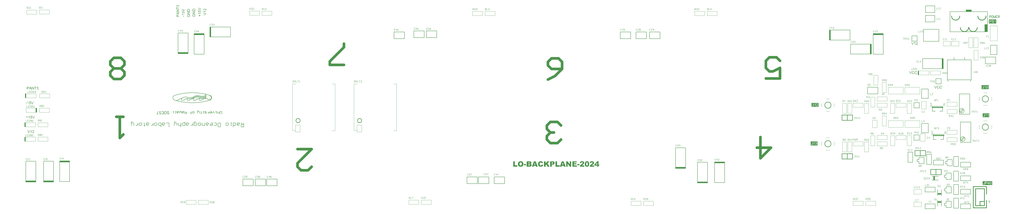
<source format=gto>
G04*
G04 #@! TF.GenerationSoftware,Altium Limited,Altium Designer,24.2.2 (26)*
G04*
G04 Layer_Color=65535*
%FSLAX44Y44*%
%MOMM*%
G71*
G04*
G04 #@! TF.SameCoordinates,0371AF83-7A96-47FB-919C-A551BA60538E*
G04*
G04*
G04 #@! TF.FilePolarity,Positive*
G04*
G01*
G75*
%ADD10C,0.1270*%
%ADD11C,0.2032*%
%ADD12C,0.2540*%
%ADD13C,0.2000*%
%ADD14C,0.3048*%
%ADD15C,0.1000*%
%ADD16C,0.4064*%
%ADD17C,0.1200*%
%ADD18C,0.1700*%
%ADD19C,1.2700*%
%ADD20C,0.1524*%
%ADD21R,0.4687X2.0000*%
%ADD22R,0.7000X1.8000*%
%ADD23R,0.6487X4.8080*%
%ADD24R,1.4000X3.6000*%
%ADD25R,2.8000X1.0000*%
%ADD26R,1.8000X0.7000*%
%ADD27R,4.8080X0.6487*%
G36*
X73513Y605850D02*
X73754Y605813D01*
X74050Y605758D01*
X74383Y605665D01*
X74717Y605554D01*
X75050Y605406D01*
X75069D01*
X75087Y605388D01*
X75198Y605332D01*
X75365Y605221D01*
X75550Y605091D01*
X75772Y604906D01*
X75994Y604702D01*
X76217Y604462D01*
X76402Y604184D01*
X76420Y604147D01*
X76476Y604054D01*
X76550Y603888D01*
X76642Y603684D01*
X76735Y603443D01*
X76809Y603166D01*
X76865Y602851D01*
X76883Y602536D01*
Y602499D01*
Y602388D01*
X76865Y602240D01*
X76828Y602036D01*
X76772Y601795D01*
X76680Y601536D01*
X76568Y601277D01*
X76420Y601018D01*
X76402Y600981D01*
X76346Y600907D01*
X76235Y600777D01*
X76087Y600629D01*
X75902Y600462D01*
X75680Y600277D01*
X75420Y600110D01*
X75106Y599944D01*
X75124D01*
X75161Y599925D01*
X75217Y599907D01*
X75291Y599888D01*
X75494Y599814D01*
X75754Y599703D01*
X76050Y599555D01*
X76346Y599370D01*
X76624Y599129D01*
X76883Y598851D01*
X76902Y598814D01*
X76976Y598703D01*
X77087Y598518D01*
X77198Y598277D01*
X77309Y597981D01*
X77420Y597629D01*
X77494Y597222D01*
X77513Y596777D01*
Y596759D01*
Y596703D01*
Y596611D01*
X77494Y596500D01*
X77476Y596352D01*
X77439Y596185D01*
X77402Y596000D01*
X77365Y595796D01*
X77217Y595352D01*
X77105Y595111D01*
X76994Y594889D01*
X76846Y594648D01*
X76680Y594407D01*
X76494Y594166D01*
X76272Y593944D01*
X76254Y593926D01*
X76217Y593889D01*
X76143Y593833D01*
X76050Y593759D01*
X75939Y593667D01*
X75791Y593574D01*
X75624Y593463D01*
X75420Y593370D01*
X75217Y593259D01*
X74976Y593148D01*
X74735Y593055D01*
X74458Y592963D01*
X74161Y592889D01*
X73847Y592833D01*
X73532Y592796D01*
X73180Y592778D01*
X73013D01*
X72902Y592796D01*
X72754Y592815D01*
X72587Y592833D01*
X72402Y592870D01*
X72199Y592907D01*
X71754Y593018D01*
X71291Y593204D01*
X71051Y593315D01*
X70828Y593444D01*
X70606Y593611D01*
X70384Y593778D01*
X70365Y593796D01*
X70328Y593833D01*
X70273Y593889D01*
X70217Y593963D01*
X70125Y594055D01*
X70032Y594185D01*
X69921Y594315D01*
X69810Y594481D01*
X69699Y594666D01*
X69588Y594852D01*
X69384Y595296D01*
X69217Y595815D01*
X69162Y596092D01*
X69125Y596389D01*
X70699Y596592D01*
Y596574D01*
X70717Y596537D01*
X70736Y596463D01*
X70754Y596370D01*
X70773Y596259D01*
X70810Y596129D01*
X70902Y595852D01*
X71032Y595518D01*
X71199Y595204D01*
X71384Y594907D01*
X71606Y594648D01*
X71643Y594629D01*
X71717Y594555D01*
X71865Y594463D01*
X72050Y594370D01*
X72273Y594259D01*
X72550Y594166D01*
X72865Y594092D01*
X73198Y594074D01*
X73309D01*
X73383Y594092D01*
X73587Y594111D01*
X73847Y594166D01*
X74143Y594259D01*
X74458Y594389D01*
X74772Y594574D01*
X75069Y594833D01*
X75106Y594870D01*
X75198Y594981D01*
X75309Y595148D01*
X75457Y595370D01*
X75606Y595648D01*
X75717Y595963D01*
X75809Y596333D01*
X75846Y596740D01*
Y596759D01*
Y596796D01*
Y596851D01*
X75828Y596926D01*
X75809Y597129D01*
X75754Y597370D01*
X75680Y597666D01*
X75550Y597962D01*
X75365Y598259D01*
X75124Y598536D01*
X75087Y598573D01*
X74995Y598647D01*
X74846Y598759D01*
X74643Y598888D01*
X74383Y599018D01*
X74069Y599129D01*
X73717Y599203D01*
X73328Y599240D01*
X73161D01*
X73032Y599222D01*
X72865Y599203D01*
X72680Y599166D01*
X72458Y599129D01*
X72217Y599073D01*
X72402Y600462D01*
X72495D01*
X72569Y600444D01*
X72810D01*
X73013Y600481D01*
X73254Y600518D01*
X73532Y600573D01*
X73847Y600666D01*
X74143Y600796D01*
X74458Y600962D01*
X74476D01*
X74495Y600981D01*
X74587Y601055D01*
X74717Y601184D01*
X74865Y601351D01*
X75013Y601592D01*
X75143Y601869D01*
X75235Y602184D01*
X75272Y602369D01*
Y602573D01*
Y602592D01*
Y602610D01*
Y602721D01*
X75235Y602869D01*
X75198Y603073D01*
X75124Y603295D01*
X75031Y603536D01*
X74883Y603777D01*
X74680Y603999D01*
X74661Y604017D01*
X74569Y604091D01*
X74439Y604184D01*
X74272Y604295D01*
X74050Y604388D01*
X73791Y604480D01*
X73495Y604554D01*
X73161Y604573D01*
X73013D01*
X72847Y604536D01*
X72624Y604499D01*
X72384Y604425D01*
X72143Y604332D01*
X71884Y604184D01*
X71643Y603999D01*
X71624Y603980D01*
X71550Y603888D01*
X71439Y603758D01*
X71310Y603573D01*
X71180Y603332D01*
X71051Y603036D01*
X70939Y602684D01*
X70865Y602277D01*
X69291Y602555D01*
Y602573D01*
X69310Y602629D01*
X69328Y602703D01*
X69347Y602814D01*
X69384Y602943D01*
X69440Y603092D01*
X69551Y603443D01*
X69736Y603851D01*
X69958Y604258D01*
X70236Y604647D01*
X70588Y604999D01*
X70606Y605017D01*
X70643Y605036D01*
X70699Y605073D01*
X70773Y605128D01*
X70865Y605202D01*
X70995Y605276D01*
X71125Y605351D01*
X71291Y605443D01*
X71662Y605591D01*
X72087Y605739D01*
X72587Y605832D01*
X72847Y605869D01*
X73309D01*
X73513Y605850D01*
D02*
G37*
G36*
X55959Y593000D02*
X54200D01*
X47497Y603055D01*
Y593000D01*
X45868D01*
Y605813D01*
X47608D01*
X54330Y595740D01*
Y605813D01*
X55959D01*
Y593000D01*
D02*
G37*
G36*
X67995Y604295D02*
X63773D01*
Y593000D01*
X62070D01*
Y604295D01*
X57848D01*
Y605813D01*
X67995D01*
Y604295D01*
D02*
G37*
G36*
X44516Y593000D02*
X42590D01*
X41091Y596889D01*
X35721D01*
X34332Y593000D01*
X32536D01*
X37424Y605813D01*
X39276D01*
X44516Y593000D01*
D02*
G37*
G36*
X27536Y605795D02*
X27851Y605776D01*
X28184Y605758D01*
X28499Y605721D01*
X28777Y605684D01*
X28814D01*
X28944Y605647D01*
X29110Y605610D01*
X29333Y605554D01*
X29573Y605462D01*
X29832Y605351D01*
X30110Y605221D01*
X30351Y605073D01*
X30388Y605054D01*
X30462Y604999D01*
X30573Y604888D01*
X30721Y604758D01*
X30888Y604591D01*
X31055Y604369D01*
X31240Y604128D01*
X31388Y603851D01*
X31406Y603814D01*
X31443Y603721D01*
X31518Y603554D01*
X31592Y603332D01*
X31647Y603073D01*
X31721Y602777D01*
X31758Y602443D01*
X31777Y602092D01*
Y602073D01*
Y602018D01*
Y601944D01*
X31758Y601814D01*
X31740Y601684D01*
X31721Y601518D01*
X31684Y601333D01*
X31647Y601129D01*
X31518Y600703D01*
X31443Y600481D01*
X31332Y600240D01*
X31203Y599999D01*
X31073Y599777D01*
X30907Y599555D01*
X30721Y599333D01*
X30703Y599314D01*
X30666Y599277D01*
X30610Y599222D01*
X30518Y599166D01*
X30406Y599073D01*
X30258Y598981D01*
X30073Y598870D01*
X29869Y598777D01*
X29629Y598666D01*
X29351Y598555D01*
X29055Y598462D01*
X28703Y598388D01*
X28333Y598314D01*
X27925Y598259D01*
X27462Y598222D01*
X26981Y598203D01*
X23703D01*
Y593000D01*
X22000D01*
Y605813D01*
X27259D01*
X27536Y605795D01*
D02*
G37*
G36*
X4636722Y48000D02*
X4635148D01*
Y58018D01*
X4635129Y57999D01*
X4635037Y57925D01*
X4634926Y57814D01*
X4634741Y57684D01*
X4634537Y57517D01*
X4634278Y57332D01*
X4633981Y57129D01*
X4633648Y56925D01*
X4633629D01*
X4633611Y56906D01*
X4633500Y56832D01*
X4633315Y56740D01*
X4633093Y56629D01*
X4632833Y56499D01*
X4632556Y56370D01*
X4632278Y56240D01*
X4632000Y56129D01*
Y57647D01*
X4632018D01*
X4632056Y57684D01*
X4632130Y57703D01*
X4632222Y57758D01*
X4632333Y57814D01*
X4632463Y57888D01*
X4632778Y58073D01*
X4633148Y58277D01*
X4633518Y58536D01*
X4633907Y58832D01*
X4634296Y59147D01*
X4634315Y59166D01*
X4634333Y59184D01*
X4634389Y59240D01*
X4634463Y59295D01*
X4634630Y59480D01*
X4634852Y59703D01*
X4635074Y59962D01*
X4635315Y60258D01*
X4635518Y60554D01*
X4635703Y60869D01*
X4636722D01*
Y48000D01*
D02*
G37*
G36*
X4404034Y611017D02*
X4404200Y610999D01*
X4404404Y610980D01*
X4404608Y610962D01*
X4404848Y610906D01*
X4405349Y610795D01*
X4405904Y610628D01*
X4406182Y610517D01*
X4406441Y610388D01*
X4406700Y610221D01*
X4406959Y610054D01*
X4406978Y610036D01*
X4407015Y610017D01*
X4407089Y609962D01*
X4407181Y609869D01*
X4407274Y609777D01*
X4407404Y609647D01*
X4407533Y609499D01*
X4407682Y609351D01*
X4407830Y609165D01*
X4407978Y608943D01*
X4408145Y608721D01*
X4408293Y608480D01*
X4408422Y608203D01*
X4408570Y607925D01*
X4408681Y607629D01*
X4408792Y607295D01*
X4407126Y606907D01*
Y606925D01*
X4407108Y606962D01*
X4407070Y607036D01*
X4407033Y607129D01*
X4406996Y607240D01*
X4406941Y607388D01*
X4406793Y607684D01*
X4406607Y608018D01*
X4406385Y608351D01*
X4406107Y608666D01*
X4405811Y608943D01*
X4405774Y608980D01*
X4405663Y609054D01*
X4405478Y609147D01*
X4405237Y609277D01*
X4404922Y609388D01*
X4404571Y609499D01*
X4404145Y609573D01*
X4403682Y609591D01*
X4403534D01*
X4403441Y609573D01*
X4403311D01*
X4403163Y609554D01*
X4402812Y609499D01*
X4402423Y609425D01*
X4402015Y609295D01*
X4401589Y609110D01*
X4401201Y608869D01*
X4401182D01*
X4401164Y608832D01*
X4401034Y608740D01*
X4400867Y608591D01*
X4400664Y608369D01*
X4400423Y608092D01*
X4400201Y607777D01*
X4399997Y607388D01*
X4399812Y606962D01*
Y606944D01*
X4399793Y606907D01*
X4399775Y606851D01*
X4399756Y606758D01*
X4399719Y606647D01*
X4399682Y606518D01*
X4399627Y606203D01*
X4399553Y605832D01*
X4399478Y605425D01*
X4399442Y604981D01*
X4399423Y604499D01*
Y604481D01*
Y604425D01*
Y604333D01*
Y604222D01*
X4399442Y604092D01*
Y603925D01*
X4399460Y603740D01*
X4399478Y603536D01*
X4399534Y603092D01*
X4399627Y602611D01*
X4399738Y602129D01*
X4399886Y601648D01*
Y601629D01*
X4399904Y601592D01*
X4399941Y601537D01*
X4399979Y601444D01*
X4400090Y601222D01*
X4400256Y600963D01*
X4400460Y600666D01*
X4400719Y600352D01*
X4401016Y600074D01*
X4401367Y599815D01*
X4401386D01*
X4401423Y599796D01*
X4401478Y599759D01*
X4401552Y599722D01*
X4401645Y599685D01*
X4401756Y599630D01*
X4402015Y599518D01*
X4402349Y599407D01*
X4402719Y599315D01*
X4403127Y599241D01*
X4403552Y599222D01*
X4403682D01*
X4403793Y599241D01*
X4403923D01*
X4404052Y599259D01*
X4404385Y599333D01*
X4404774Y599426D01*
X4405163Y599574D01*
X4405571Y599778D01*
X4405774Y599889D01*
X4405959Y600037D01*
X4405978Y600055D01*
X4405996Y600074D01*
X4406052Y600129D01*
X4406126Y600185D01*
X4406200Y600277D01*
X4406293Y600389D01*
X4406404Y600500D01*
X4406496Y600648D01*
X4406607Y600815D01*
X4406737Y601000D01*
X4406848Y601185D01*
X4406959Y601407D01*
X4407052Y601648D01*
X4407144Y601907D01*
X4407237Y602185D01*
X4407311Y602481D01*
X4409015Y602055D01*
Y602037D01*
X4408996Y601963D01*
X4408959Y601852D01*
X4408904Y601703D01*
X4408848Y601537D01*
X4408774Y601333D01*
X4408681Y601111D01*
X4408570Y600870D01*
X4408311Y600352D01*
X4407978Y599833D01*
X4407774Y599574D01*
X4407570Y599315D01*
X4407348Y599092D01*
X4407089Y598870D01*
X4407070Y598852D01*
X4407033Y598815D01*
X4406941Y598778D01*
X4406848Y598704D01*
X4406700Y598611D01*
X4406552Y598518D01*
X4406348Y598426D01*
X4406145Y598333D01*
X4405904Y598222D01*
X4405645Y598130D01*
X4405367Y598037D01*
X4405070Y597944D01*
X4404756Y597870D01*
X4404423Y597833D01*
X4404071Y597796D01*
X4403700Y597778D01*
X4403497D01*
X4403349Y597796D01*
X4403182D01*
X4402978Y597815D01*
X4402756Y597852D01*
X4402497Y597889D01*
X4401960Y597981D01*
X4401404Y598130D01*
X4400849Y598333D01*
X4400590Y598463D01*
X4400331Y598611D01*
X4400312Y598630D01*
X4400275Y598648D01*
X4400201Y598704D01*
X4400127Y598778D01*
X4400016Y598852D01*
X4399886Y598963D01*
X4399738Y599092D01*
X4399590Y599241D01*
X4399442Y599407D01*
X4399275Y599574D01*
X4398942Y600000D01*
X4398627Y600500D01*
X4398349Y601055D01*
Y601074D01*
X4398312Y601129D01*
X4398293Y601222D01*
X4398238Y601333D01*
X4398201Y601481D01*
X4398145Y601666D01*
X4398071Y601870D01*
X4398016Y602092D01*
X4397960Y602333D01*
X4397886Y602611D01*
X4397794Y603185D01*
X4397720Y603833D01*
X4397682Y604499D01*
Y604518D01*
Y604592D01*
Y604703D01*
X4397701Y604833D01*
Y605018D01*
X4397720Y605203D01*
X4397738Y605444D01*
X4397775Y605684D01*
X4397868Y606221D01*
X4397997Y606814D01*
X4398182Y607406D01*
X4398442Y607980D01*
X4398460Y607999D01*
X4398479Y608055D01*
X4398516Y608129D01*
X4398590Y608221D01*
X4398664Y608351D01*
X4398756Y608499D01*
X4398997Y608832D01*
X4399312Y609202D01*
X4399682Y609573D01*
X4400108Y609943D01*
X4400608Y610258D01*
X4400627Y610276D01*
X4400682Y610295D01*
X4400756Y610332D01*
X4400849Y610388D01*
X4400997Y610443D01*
X4401145Y610499D01*
X4401330Y610573D01*
X4401534Y610647D01*
X4401756Y610721D01*
X4401997Y610795D01*
X4402515Y610906D01*
X4403108Y610999D01*
X4403719Y611036D01*
X4403904D01*
X4404034Y611017D01*
D02*
G37*
G36*
X4391109D02*
X4391276Y610999D01*
X4391479Y610980D01*
X4391683Y610962D01*
X4391924Y610906D01*
X4392424Y610795D01*
X4392979Y610628D01*
X4393257Y610517D01*
X4393516Y610388D01*
X4393776Y610221D01*
X4394035Y610054D01*
X4394053Y610036D01*
X4394090Y610017D01*
X4394164Y609962D01*
X4394257Y609869D01*
X4394349Y609777D01*
X4394479Y609647D01*
X4394609Y609499D01*
X4394757Y609351D01*
X4394905Y609165D01*
X4395053Y608943D01*
X4395220Y608721D01*
X4395368Y608480D01*
X4395498Y608203D01*
X4395646Y607925D01*
X4395757Y607629D01*
X4395868Y607295D01*
X4394201Y606907D01*
Y606925D01*
X4394183Y606962D01*
X4394146Y607036D01*
X4394109Y607129D01*
X4394072Y607240D01*
X4394016Y607388D01*
X4393868Y607684D01*
X4393683Y608018D01*
X4393461Y608351D01*
X4393183Y608666D01*
X4392887Y608943D01*
X4392850Y608980D01*
X4392739Y609054D01*
X4392553Y609147D01*
X4392313Y609277D01*
X4391998Y609388D01*
X4391646Y609499D01*
X4391220Y609573D01*
X4390757Y609591D01*
X4390609D01*
X4390517Y609573D01*
X4390387D01*
X4390239Y609554D01*
X4389887Y609499D01*
X4389498Y609425D01*
X4389091Y609295D01*
X4388665Y609110D01*
X4388276Y608869D01*
X4388258D01*
X4388239Y608832D01*
X4388109Y608740D01*
X4387943Y608591D01*
X4387739Y608369D01*
X4387498Y608092D01*
X4387276Y607777D01*
X4387072Y607388D01*
X4386887Y606962D01*
Y606944D01*
X4386869Y606907D01*
X4386850Y606851D01*
X4386832Y606758D01*
X4386795Y606647D01*
X4386758Y606518D01*
X4386702Y606203D01*
X4386628Y605832D01*
X4386554Y605425D01*
X4386517Y604981D01*
X4386498Y604499D01*
Y604481D01*
Y604425D01*
Y604333D01*
Y604222D01*
X4386517Y604092D01*
Y603925D01*
X4386536Y603740D01*
X4386554Y603536D01*
X4386609Y603092D01*
X4386702Y602611D01*
X4386813Y602129D01*
X4386961Y601648D01*
Y601629D01*
X4386980Y601592D01*
X4387017Y601537D01*
X4387054Y601444D01*
X4387165Y601222D01*
X4387332Y600963D01*
X4387535Y600666D01*
X4387795Y600352D01*
X4388091Y600074D01*
X4388443Y599815D01*
X4388461D01*
X4388498Y599796D01*
X4388554Y599759D01*
X4388628Y599722D01*
X4388720Y599685D01*
X4388831Y599630D01*
X4389091Y599518D01*
X4389424Y599407D01*
X4389794Y599315D01*
X4390202Y599241D01*
X4390628Y599222D01*
X4390757D01*
X4390869Y599241D01*
X4390998D01*
X4391128Y599259D01*
X4391461Y599333D01*
X4391850Y599426D01*
X4392238Y599574D01*
X4392646Y599778D01*
X4392850Y599889D01*
X4393035Y600037D01*
X4393053Y600055D01*
X4393072Y600074D01*
X4393127Y600129D01*
X4393202Y600185D01*
X4393275Y600277D01*
X4393368Y600389D01*
X4393479Y600500D01*
X4393572Y600648D01*
X4393683Y600815D01*
X4393813Y601000D01*
X4393924Y601185D01*
X4394035Y601407D01*
X4394127Y601648D01*
X4394220Y601907D01*
X4394312Y602185D01*
X4394387Y602481D01*
X4396090Y602055D01*
Y602037D01*
X4396071Y601963D01*
X4396035Y601852D01*
X4395979Y601703D01*
X4395923Y601537D01*
X4395849Y601333D01*
X4395757Y601111D01*
X4395646Y600870D01*
X4395386Y600352D01*
X4395053Y599833D01*
X4394850Y599574D01*
X4394646Y599315D01*
X4394424Y599092D01*
X4394164Y598870D01*
X4394146Y598852D01*
X4394109Y598815D01*
X4394016Y598778D01*
X4393924Y598704D01*
X4393776Y598611D01*
X4393627Y598518D01*
X4393424Y598426D01*
X4393220Y598333D01*
X4392979Y598222D01*
X4392720Y598130D01*
X4392442Y598037D01*
X4392146Y597944D01*
X4391831Y597870D01*
X4391498Y597833D01*
X4391146Y597796D01*
X4390776Y597778D01*
X4390572D01*
X4390424Y597796D01*
X4390257D01*
X4390054Y597815D01*
X4389832Y597852D01*
X4389572Y597889D01*
X4389035Y597981D01*
X4388480Y598130D01*
X4387924Y598333D01*
X4387665Y598463D01*
X4387406Y598611D01*
X4387387Y598630D01*
X4387350Y598648D01*
X4387276Y598704D01*
X4387202Y598778D01*
X4387091Y598852D01*
X4386961Y598963D01*
X4386813Y599092D01*
X4386665Y599241D01*
X4386517Y599407D01*
X4386350Y599574D01*
X4386017Y600000D01*
X4385702Y600500D01*
X4385424Y601055D01*
Y601074D01*
X4385388Y601129D01*
X4385369Y601222D01*
X4385313Y601333D01*
X4385276Y601481D01*
X4385221Y601666D01*
X4385147Y601870D01*
X4385091Y602092D01*
X4385036Y602333D01*
X4384962Y602611D01*
X4384869Y603185D01*
X4384795Y603833D01*
X4384758Y604499D01*
Y604518D01*
Y604592D01*
Y604703D01*
X4384776Y604833D01*
Y605018D01*
X4384795Y605203D01*
X4384814Y605444D01*
X4384850Y605684D01*
X4384943Y606221D01*
X4385073Y606814D01*
X4385258Y607406D01*
X4385517Y607980D01*
X4385536Y607999D01*
X4385554Y608055D01*
X4385591Y608129D01*
X4385665Y608221D01*
X4385739Y608351D01*
X4385832Y608499D01*
X4386073Y608832D01*
X4386387Y609202D01*
X4386758Y609573D01*
X4387184Y609943D01*
X4387684Y610258D01*
X4387702Y610276D01*
X4387758Y610295D01*
X4387832Y610332D01*
X4387924Y610388D01*
X4388073Y610443D01*
X4388221Y610499D01*
X4388406Y610573D01*
X4388609Y610647D01*
X4388831Y610721D01*
X4389072Y610795D01*
X4389591Y610906D01*
X4390183Y610999D01*
X4390794Y611036D01*
X4390980D01*
X4391109Y611017D01*
D02*
G37*
G36*
X4378722Y598000D02*
X4376944D01*
X4371982Y610813D01*
X4373833D01*
X4377166Y601500D01*
Y601481D01*
X4377184Y601444D01*
X4377203Y601389D01*
X4377240Y601315D01*
X4377259Y601203D01*
X4377296Y601092D01*
X4377388Y600815D01*
X4377499Y600500D01*
X4377610Y600148D01*
X4377833Y599407D01*
Y599426D01*
X4377851Y599463D01*
X4377870Y599518D01*
X4377888Y599592D01*
X4377944Y599796D01*
X4378036Y600074D01*
X4378129Y600389D01*
X4378240Y600741D01*
X4378370Y601111D01*
X4378518Y601500D01*
X4381999Y610813D01*
X4383721D01*
X4378722Y598000D01*
D02*
G37*
G36*
X32305Y384765D02*
X30527D01*
X25565Y397579D01*
X27416D01*
X30749Y388265D01*
Y388246D01*
X30768Y388209D01*
X30786Y388153D01*
X30823Y388079D01*
X30842Y387968D01*
X30879Y387857D01*
X30971Y387579D01*
X31082Y387265D01*
X31194Y386913D01*
X31416Y386172D01*
Y386191D01*
X31434Y386228D01*
X31453Y386283D01*
X31471Y386357D01*
X31527Y386561D01*
X31620Y386839D01*
X31712Y387154D01*
X31823Y387505D01*
X31953Y387876D01*
X32101Y388265D01*
X35582Y397579D01*
X37304D01*
X32305Y384765D01*
D02*
G37*
G36*
X52710Y397616D02*
X52858Y397597D01*
X53043Y397579D01*
X53247Y397541D01*
X53451Y397504D01*
X53932Y397375D01*
X54413Y397190D01*
X54654Y397079D01*
X54895Y396949D01*
X55117Y396782D01*
X55321Y396597D01*
X55339Y396579D01*
X55376Y396560D01*
X55413Y396486D01*
X55487Y396412D01*
X55580Y396319D01*
X55673Y396190D01*
X55765Y396060D01*
X55876Y395893D01*
X56061Y395542D01*
X56247Y395097D01*
X56321Y394875D01*
X56358Y394616D01*
X56395Y394357D01*
X56413Y394079D01*
Y394042D01*
Y393949D01*
X56395Y393801D01*
X56376Y393597D01*
X56339Y393375D01*
X56265Y393116D01*
X56191Y392838D01*
X56080Y392561D01*
X56061Y392523D01*
X56024Y392431D01*
X55950Y392283D01*
X55839Y392079D01*
X55691Y391857D01*
X55506Y391579D01*
X55284Y391301D01*
X55024Y390987D01*
X54988Y390950D01*
X54895Y390838D01*
X54802Y390746D01*
X54710Y390653D01*
X54599Y390542D01*
X54450Y390394D01*
X54302Y390246D01*
X54117Y390079D01*
X53932Y389894D01*
X53710Y389690D01*
X53469Y389487D01*
X53210Y389246D01*
X52914Y389005D01*
X52617Y388746D01*
X52599Y388727D01*
X52562Y388690D01*
X52488Y388635D01*
X52395Y388561D01*
X52284Y388450D01*
X52154Y388339D01*
X51858Y388098D01*
X51543Y387820D01*
X51247Y387542D01*
X50988Y387302D01*
X50877Y387209D01*
X50784Y387117D01*
X50766Y387098D01*
X50710Y387043D01*
X50636Y386968D01*
X50543Y386857D01*
X50451Y386728D01*
X50340Y386598D01*
X50118Y386283D01*
X56432D01*
Y384765D01*
X47933D01*
Y384784D01*
Y384857D01*
Y384969D01*
X47951Y385117D01*
X47970Y385283D01*
X48007Y385469D01*
X48044Y385654D01*
X48118Y385857D01*
Y385876D01*
X48136Y385895D01*
X48173Y386006D01*
X48247Y386172D01*
X48358Y386394D01*
X48507Y386654D01*
X48692Y386950D01*
X48896Y387246D01*
X49155Y387561D01*
Y387579D01*
X49192Y387598D01*
X49284Y387709D01*
X49451Y387876D01*
X49692Y388116D01*
X49970Y388394D01*
X50321Y388727D01*
X50747Y389098D01*
X51210Y389487D01*
X51229Y389505D01*
X51303Y389561D01*
X51414Y389653D01*
X51543Y389764D01*
X51710Y389913D01*
X51914Y390079D01*
X52117Y390264D01*
X52358Y390468D01*
X52821Y390913D01*
X53284Y391357D01*
X53506Y391579D01*
X53710Y391801D01*
X53895Y392005D01*
X54043Y392209D01*
Y392227D01*
X54080Y392246D01*
X54117Y392301D01*
X54154Y392375D01*
X54284Y392579D01*
X54432Y392820D01*
X54562Y393116D01*
X54691Y393431D01*
X54765Y393783D01*
X54802Y394116D01*
Y394134D01*
Y394153D01*
X54784Y394264D01*
X54765Y394449D01*
X54710Y394653D01*
X54636Y394912D01*
X54506Y395171D01*
X54339Y395430D01*
X54117Y395690D01*
X54080Y395727D01*
X53988Y395801D01*
X53858Y395893D01*
X53654Y396023D01*
X53395Y396134D01*
X53099Y396245D01*
X52747Y396319D01*
X52358Y396338D01*
X52247D01*
X52173Y396319D01*
X51951Y396301D01*
X51691Y396245D01*
X51414Y396171D01*
X51099Y396042D01*
X50803Y395875D01*
X50525Y395653D01*
X50488Y395616D01*
X50414Y395523D01*
X50303Y395375D01*
X50192Y395153D01*
X50062Y394893D01*
X49951Y394560D01*
X49877Y394190D01*
X49840Y393764D01*
X48229Y393931D01*
Y393949D01*
X48247Y394005D01*
Y394097D01*
X48266Y394227D01*
X48303Y394375D01*
X48340Y394542D01*
X48396Y394745D01*
X48451Y394949D01*
X48599Y395393D01*
X48821Y395838D01*
X48951Y396060D01*
X49118Y396282D01*
X49284Y396486D01*
X49469Y396671D01*
X49488Y396690D01*
X49525Y396708D01*
X49581Y396764D01*
X49673Y396819D01*
X49784Y396893D01*
X49914Y396967D01*
X50062Y397060D01*
X50247Y397153D01*
X50451Y397245D01*
X50673Y397338D01*
X50914Y397412D01*
X51173Y397486D01*
X51451Y397541D01*
X51747Y397597D01*
X52062Y397616D01*
X52395Y397634D01*
X52580D01*
X52710Y397616D01*
D02*
G37*
G36*
X44118Y384765D02*
X42544D01*
Y394782D01*
X42526Y394764D01*
X42433Y394690D01*
X42322Y394579D01*
X42137Y394449D01*
X41933Y394282D01*
X41674Y394097D01*
X41378Y393894D01*
X41045Y393690D01*
X41026D01*
X41007Y393671D01*
X40896Y393597D01*
X40711Y393505D01*
X40489Y393394D01*
X40230Y393264D01*
X39952Y393134D01*
X39674Y393005D01*
X39397Y392894D01*
Y394412D01*
X39415D01*
X39452Y394449D01*
X39526Y394468D01*
X39619Y394523D01*
X39730Y394579D01*
X39859Y394653D01*
X40174Y394838D01*
X40545Y395042D01*
X40915Y395301D01*
X41304Y395597D01*
X41693Y395912D01*
X41711Y395930D01*
X41730Y395949D01*
X41785Y396004D01*
X41859Y396060D01*
X42026Y396245D01*
X42248Y396468D01*
X42470Y396727D01*
X42711Y397023D01*
X42915Y397319D01*
X43100Y397634D01*
X44118D01*
Y384765D01*
D02*
G37*
G36*
X23593Y461341D02*
X27074D01*
Y459879D01*
X23593D01*
Y456360D01*
X22112D01*
Y459879D01*
X18631D01*
Y461341D01*
X22112D01*
Y464823D01*
X23593D01*
Y461341D01*
D02*
G37*
G36*
X54831Y454286D02*
X53053D01*
X48091Y467100D01*
X49942D01*
X53275Y457786D01*
Y457768D01*
X53294Y457731D01*
X53313Y457675D01*
X53350Y457601D01*
X53368Y457490D01*
X53405Y457379D01*
X53498Y457101D01*
X53609Y456786D01*
X53720Y456434D01*
X53942Y455694D01*
Y455712D01*
X53961Y455749D01*
X53979Y455805D01*
X53998Y455879D01*
X54053Y456083D01*
X54146Y456360D01*
X54238Y456675D01*
X54349Y457027D01*
X54479Y457397D01*
X54627Y457786D01*
X58108Y467100D01*
X59830D01*
X54831Y454286D01*
D02*
G37*
G36*
X46702Y465434D02*
X41573D01*
X40888Y461971D01*
X40906Y461989D01*
X40943Y462008D01*
X40999Y462045D01*
X41092Y462100D01*
X41203Y462156D01*
X41332Y462230D01*
X41629Y462378D01*
X41999Y462526D01*
X42406Y462656D01*
X42851Y462749D01*
X43073Y462786D01*
X43480D01*
X43591Y462767D01*
X43740Y462749D01*
X43906Y462730D01*
X44091Y462693D01*
X44295Y462637D01*
X44739Y462508D01*
X44980Y462415D01*
X45221Y462286D01*
X45462Y462156D01*
X45702Y462008D01*
X45924Y461823D01*
X46147Y461619D01*
X46165Y461601D01*
X46202Y461563D01*
X46258Y461508D01*
X46332Y461415D01*
X46424Y461286D01*
X46517Y461156D01*
X46628Y460989D01*
X46739Y460804D01*
X46832Y460601D01*
X46943Y460378D01*
X47035Y460119D01*
X47128Y459860D01*
X47202Y459582D01*
X47258Y459268D01*
X47295Y458953D01*
X47313Y458619D01*
Y458601D01*
Y458545D01*
Y458453D01*
X47295Y458323D01*
X47276Y458175D01*
X47258Y458008D01*
X47221Y457805D01*
X47183Y457601D01*
X47072Y457120D01*
X46887Y456620D01*
X46776Y456360D01*
X46628Y456120D01*
X46480Y455860D01*
X46295Y455620D01*
X46276Y455601D01*
X46239Y455546D01*
X46165Y455472D01*
X46073Y455379D01*
X45943Y455268D01*
X45795Y455120D01*
X45610Y454990D01*
X45406Y454842D01*
X45184Y454694D01*
X44925Y454564D01*
X44647Y454435D01*
X44351Y454305D01*
X44036Y454212D01*
X43684Y454138D01*
X43314Y454083D01*
X42925Y454064D01*
X42758D01*
X42628Y454083D01*
X42480Y454101D01*
X42314Y454120D01*
X42110Y454138D01*
X41906Y454194D01*
X41443Y454305D01*
X40981Y454472D01*
X40740Y454583D01*
X40499Y454712D01*
X40277Y454860D01*
X40055Y455027D01*
X40036Y455046D01*
X39999Y455064D01*
X39962Y455138D01*
X39888Y455212D01*
X39795Y455305D01*
X39703Y455416D01*
X39592Y455564D01*
X39499Y455731D01*
X39388Y455897D01*
X39277Y456101D01*
X39073Y456545D01*
X38907Y457064D01*
X38851Y457342D01*
X38814Y457638D01*
X40462Y457768D01*
Y457749D01*
Y457712D01*
X40480Y457657D01*
X40499Y457564D01*
X40555Y457360D01*
X40629Y457082D01*
X40740Y456805D01*
X40888Y456490D01*
X41073Y456212D01*
X41295Y455953D01*
X41332Y455934D01*
X41406Y455860D01*
X41554Y455768D01*
X41758Y455657D01*
X41980Y455546D01*
X42258Y455453D01*
X42573Y455379D01*
X42925Y455360D01*
X43036D01*
X43110Y455379D01*
X43332Y455397D01*
X43591Y455472D01*
X43906Y455564D01*
X44221Y455712D01*
X44554Y455934D01*
X44702Y456064D01*
X44851Y456212D01*
X44869Y456231D01*
X44887Y456249D01*
X44925Y456305D01*
X44980Y456360D01*
X45110Y456564D01*
X45258Y456823D01*
X45387Y457138D01*
X45517Y457527D01*
X45610Y457990D01*
X45647Y458231D01*
Y458490D01*
Y458508D01*
Y458545D01*
Y458619D01*
X45628Y458712D01*
Y458823D01*
X45610Y458953D01*
X45554Y459249D01*
X45462Y459601D01*
X45332Y459953D01*
X45147Y460286D01*
X44887Y460601D01*
Y460619D01*
X44851Y460638D01*
X44758Y460730D01*
X44591Y460860D01*
X44369Y461008D01*
X44073Y461138D01*
X43740Y461267D01*
X43351Y461360D01*
X43128Y461397D01*
X42777D01*
X42628Y461378D01*
X42443Y461360D01*
X42221Y461304D01*
X41999Y461249D01*
X41758Y461156D01*
X41518Y461045D01*
X41499Y461027D01*
X41425Y460989D01*
X41314Y460897D01*
X41166Y460804D01*
X41017Y460675D01*
X40869Y460508D01*
X40703Y460341D01*
X40573Y460138D01*
X39092Y460341D01*
X40332Y466933D01*
X46702D01*
Y465434D01*
D02*
G37*
G36*
X34777Y454286D02*
X33203D01*
Y464304D01*
X33185Y464286D01*
X33092Y464211D01*
X32981Y464100D01*
X32796Y463971D01*
X32592Y463804D01*
X32333Y463619D01*
X32037Y463415D01*
X31704Y463212D01*
X31685D01*
X31667Y463193D01*
X31556Y463119D01*
X31370Y463026D01*
X31148Y462915D01*
X30889Y462786D01*
X30611Y462656D01*
X30333Y462526D01*
X30056Y462415D01*
Y463934D01*
X30074D01*
X30111Y463971D01*
X30185Y463989D01*
X30278Y464045D01*
X30389Y464100D01*
X30519Y464174D01*
X30833Y464360D01*
X31204Y464563D01*
X31574Y464823D01*
X31963Y465119D01*
X32352Y465434D01*
X32370Y465452D01*
X32389Y465471D01*
X32444Y465526D01*
X32518Y465582D01*
X32685Y465767D01*
X32907Y465989D01*
X33129Y466248D01*
X33370Y466544D01*
X33574Y466841D01*
X33759Y467156D01*
X34777D01*
Y454286D01*
D02*
G37*
G36*
X21870Y526851D02*
X17000D01*
Y528425D01*
X21870D01*
Y526851D01*
D02*
G37*
G36*
X49126Y523000D02*
X47349D01*
X42386Y535813D01*
X44238D01*
X47571Y526500D01*
Y526481D01*
X47589Y526444D01*
X47608Y526389D01*
X47645Y526315D01*
X47663Y526203D01*
X47701Y526092D01*
X47793Y525815D01*
X47904Y525500D01*
X48015Y525148D01*
X48238Y524407D01*
Y524426D01*
X48256Y524463D01*
X48274Y524518D01*
X48293Y524592D01*
X48349Y524796D01*
X48441Y525074D01*
X48534Y525389D01*
X48645Y525741D01*
X48774Y526111D01*
X48923Y526500D01*
X52404Y535813D01*
X54126D01*
X49126Y523000D01*
D02*
G37*
G36*
X40998Y534147D02*
X35868D01*
X35183Y530684D01*
X35202Y530703D01*
X35239Y530721D01*
X35294Y530759D01*
X35387Y530814D01*
X35498Y530870D01*
X35628Y530944D01*
X35924Y531092D01*
X36294Y531240D01*
X36702Y531370D01*
X37146Y531462D01*
X37368Y531499D01*
X37776D01*
X37887Y531481D01*
X38035Y531462D01*
X38201Y531444D01*
X38387Y531407D01*
X38590Y531351D01*
X39035Y531221D01*
X39276Y531129D01*
X39516Y530999D01*
X39757Y530870D01*
X39998Y530721D01*
X40220Y530536D01*
X40442Y530333D01*
X40461Y530314D01*
X40498Y530277D01*
X40553Y530221D01*
X40627Y530129D01*
X40720Y529999D01*
X40812Y529870D01*
X40923Y529703D01*
X41034Y529518D01*
X41127Y529314D01*
X41238Y529092D01*
X41331Y528833D01*
X41423Y528573D01*
X41498Y528296D01*
X41553Y527981D01*
X41590Y527666D01*
X41609Y527333D01*
Y527314D01*
Y527259D01*
Y527166D01*
X41590Y527037D01*
X41571Y526889D01*
X41553Y526722D01*
X41516Y526518D01*
X41479Y526315D01*
X41368Y525833D01*
X41183Y525333D01*
X41072Y525074D01*
X40923Y524833D01*
X40775Y524574D01*
X40590Y524333D01*
X40572Y524315D01*
X40535Y524259D01*
X40461Y524185D01*
X40368Y524092D01*
X40238Y523981D01*
X40090Y523833D01*
X39905Y523704D01*
X39701Y523555D01*
X39479Y523407D01*
X39220Y523278D01*
X38942Y523148D01*
X38646Y523018D01*
X38331Y522926D01*
X37979Y522852D01*
X37609Y522796D01*
X37220Y522778D01*
X37053D01*
X36924Y522796D01*
X36776Y522815D01*
X36609Y522833D01*
X36405Y522852D01*
X36202Y522907D01*
X35739Y523018D01*
X35276Y523185D01*
X35035Y523296D01*
X34794Y523426D01*
X34572Y523574D01*
X34350Y523741D01*
X34332Y523759D01*
X34295Y523778D01*
X34258Y523852D01*
X34183Y523926D01*
X34091Y524018D01*
X33998Y524129D01*
X33887Y524278D01*
X33795Y524444D01*
X33683Y524611D01*
X33572Y524815D01*
X33369Y525259D01*
X33202Y525778D01*
X33147Y526055D01*
X33109Y526352D01*
X34757Y526481D01*
Y526463D01*
Y526426D01*
X34776Y526370D01*
X34794Y526277D01*
X34850Y526074D01*
X34924Y525796D01*
X35035Y525518D01*
X35183Y525204D01*
X35368Y524926D01*
X35591Y524666D01*
X35628Y524648D01*
X35702Y524574D01*
X35850Y524481D01*
X36054Y524370D01*
X36276Y524259D01*
X36553Y524166D01*
X36868Y524092D01*
X37220Y524074D01*
X37331D01*
X37405Y524092D01*
X37627Y524111D01*
X37887Y524185D01*
X38201Y524278D01*
X38516Y524426D01*
X38850Y524648D01*
X38998Y524778D01*
X39146Y524926D01*
X39164Y524944D01*
X39183Y524963D01*
X39220Y525018D01*
X39276Y525074D01*
X39405Y525277D01*
X39553Y525537D01*
X39683Y525852D01*
X39812Y526240D01*
X39905Y526703D01*
X39942Y526944D01*
Y527203D01*
Y527222D01*
Y527259D01*
Y527333D01*
X39924Y527425D01*
Y527537D01*
X39905Y527666D01*
X39850Y527962D01*
X39757Y528314D01*
X39627Y528666D01*
X39442Y528999D01*
X39183Y529314D01*
Y529333D01*
X39146Y529351D01*
X39053Y529444D01*
X38887Y529573D01*
X38664Y529721D01*
X38368Y529851D01*
X38035Y529981D01*
X37646Y530073D01*
X37424Y530110D01*
X37072D01*
X36924Y530092D01*
X36739Y530073D01*
X36516Y530018D01*
X36294Y529962D01*
X36054Y529870D01*
X35813Y529759D01*
X35794Y529740D01*
X35720Y529703D01*
X35609Y529610D01*
X35461Y529518D01*
X35313Y529388D01*
X35165Y529222D01*
X34998Y529055D01*
X34869Y528851D01*
X33387Y529055D01*
X34628Y535647D01*
X40998D01*
Y534147D01*
D02*
G37*
G36*
X29073Y523000D02*
X27499D01*
Y533018D01*
X27480Y532999D01*
X27388Y532925D01*
X27277Y532814D01*
X27092Y532684D01*
X26888Y532518D01*
X26629Y532332D01*
X26332Y532129D01*
X25999Y531925D01*
X25981D01*
X25962Y531907D01*
X25851Y531832D01*
X25666Y531740D01*
X25444Y531629D01*
X25184Y531499D01*
X24907Y531370D01*
X24629Y531240D01*
X24351Y531129D01*
Y532647D01*
X24370D01*
X24407Y532684D01*
X24481Y532703D01*
X24573Y532758D01*
X24684Y532814D01*
X24814Y532888D01*
X25129Y533073D01*
X25499Y533277D01*
X25869Y533536D01*
X26258Y533832D01*
X26647Y534147D01*
X26666Y534165D01*
X26684Y534184D01*
X26740Y534240D01*
X26814Y534295D01*
X26980Y534480D01*
X27203Y534702D01*
X27425Y534962D01*
X27666Y535258D01*
X27869Y535554D01*
X28054Y535869D01*
X29073D01*
Y523000D01*
D02*
G37*
G36*
X4284034Y681017D02*
X4284200Y680999D01*
X4284404Y680980D01*
X4284608Y680962D01*
X4284849Y680906D01*
X4285349Y680795D01*
X4285904Y680628D01*
X4286182Y680517D01*
X4286441Y680388D01*
X4286700Y680221D01*
X4286959Y680054D01*
X4286978Y680036D01*
X4287015Y680017D01*
X4287089Y679962D01*
X4287181Y679869D01*
X4287274Y679777D01*
X4287404Y679647D01*
X4287533Y679499D01*
X4287682Y679351D01*
X4287830Y679165D01*
X4287978Y678943D01*
X4288145Y678721D01*
X4288293Y678480D01*
X4288422Y678203D01*
X4288570Y677925D01*
X4288681Y677629D01*
X4288792Y677295D01*
X4287126Y676907D01*
Y676925D01*
X4287108Y676962D01*
X4287070Y677036D01*
X4287033Y677129D01*
X4286996Y677240D01*
X4286941Y677388D01*
X4286793Y677684D01*
X4286607Y678018D01*
X4286385Y678351D01*
X4286107Y678665D01*
X4285811Y678943D01*
X4285774Y678980D01*
X4285663Y679054D01*
X4285478Y679147D01*
X4285237Y679277D01*
X4284922Y679388D01*
X4284571Y679499D01*
X4284145Y679573D01*
X4283682Y679591D01*
X4283534D01*
X4283441Y679573D01*
X4283311D01*
X4283163Y679554D01*
X4282812Y679499D01*
X4282423Y679425D01*
X4282015Y679295D01*
X4281589Y679110D01*
X4281201Y678869D01*
X4281182D01*
X4281164Y678832D01*
X4281034Y678740D01*
X4280867Y678592D01*
X4280664Y678369D01*
X4280423Y678092D01*
X4280201Y677777D01*
X4279997Y677388D01*
X4279812Y676962D01*
Y676944D01*
X4279793Y676907D01*
X4279775Y676851D01*
X4279756Y676758D01*
X4279720Y676647D01*
X4279682Y676518D01*
X4279627Y676203D01*
X4279553Y675833D01*
X4279478Y675425D01*
X4279442Y674981D01*
X4279423Y674499D01*
Y674481D01*
Y674425D01*
Y674333D01*
Y674222D01*
X4279442Y674092D01*
Y673925D01*
X4279460Y673740D01*
X4279478Y673536D01*
X4279534Y673092D01*
X4279627Y672611D01*
X4279738Y672129D01*
X4279886Y671648D01*
Y671629D01*
X4279904Y671592D01*
X4279942Y671537D01*
X4279979Y671444D01*
X4280090Y671222D01*
X4280256Y670963D01*
X4280460Y670666D01*
X4280719Y670352D01*
X4281016Y670074D01*
X4281367Y669815D01*
X4281386D01*
X4281423Y669796D01*
X4281478Y669759D01*
X4281552Y669722D01*
X4281645Y669685D01*
X4281756Y669629D01*
X4282015Y669518D01*
X4282349Y669407D01*
X4282719Y669315D01*
X4283127Y669241D01*
X4283552Y669222D01*
X4283682D01*
X4283793Y669241D01*
X4283923D01*
X4284052Y669259D01*
X4284385Y669333D01*
X4284774Y669426D01*
X4285163Y669574D01*
X4285571Y669778D01*
X4285774Y669889D01*
X4285959Y670037D01*
X4285978Y670055D01*
X4285996Y670074D01*
X4286052Y670129D01*
X4286126Y670185D01*
X4286200Y670277D01*
X4286293Y670389D01*
X4286404Y670500D01*
X4286496Y670648D01*
X4286607Y670815D01*
X4286737Y671000D01*
X4286848Y671185D01*
X4286959Y671407D01*
X4287052Y671648D01*
X4287144Y671907D01*
X4287237Y672185D01*
X4287311Y672481D01*
X4289015Y672055D01*
Y672037D01*
X4288996Y671963D01*
X4288959Y671851D01*
X4288904Y671703D01*
X4288848Y671537D01*
X4288774Y671333D01*
X4288681Y671111D01*
X4288570Y670870D01*
X4288311Y670352D01*
X4287978Y669833D01*
X4287774Y669574D01*
X4287570Y669315D01*
X4287348Y669092D01*
X4287089Y668870D01*
X4287070Y668852D01*
X4287033Y668815D01*
X4286941Y668778D01*
X4286848Y668704D01*
X4286700Y668611D01*
X4286552Y668518D01*
X4286348Y668426D01*
X4286145Y668333D01*
X4285904Y668222D01*
X4285645Y668130D01*
X4285367Y668037D01*
X4285071Y667944D01*
X4284756Y667870D01*
X4284423Y667833D01*
X4284071Y667796D01*
X4283700Y667778D01*
X4283497D01*
X4283349Y667796D01*
X4283182D01*
X4282978Y667815D01*
X4282756Y667852D01*
X4282497Y667889D01*
X4281960Y667981D01*
X4281404Y668130D01*
X4280849Y668333D01*
X4280590Y668463D01*
X4280331Y668611D01*
X4280312Y668630D01*
X4280275Y668648D01*
X4280201Y668704D01*
X4280127Y668778D01*
X4280016Y668852D01*
X4279886Y668963D01*
X4279738Y669092D01*
X4279590Y669241D01*
X4279442Y669407D01*
X4279275Y669574D01*
X4278942Y670000D01*
X4278627Y670500D01*
X4278349Y671055D01*
Y671074D01*
X4278312Y671129D01*
X4278293Y671222D01*
X4278238Y671333D01*
X4278201Y671481D01*
X4278145Y671666D01*
X4278071Y671870D01*
X4278016Y672092D01*
X4277960Y672333D01*
X4277886Y672611D01*
X4277794Y673185D01*
X4277720Y673833D01*
X4277682Y674499D01*
Y674518D01*
Y674592D01*
Y674703D01*
X4277701Y674833D01*
Y675018D01*
X4277720Y675203D01*
X4277738Y675444D01*
X4277775Y675684D01*
X4277868Y676221D01*
X4277997Y676814D01*
X4278182Y677406D01*
X4278442Y677980D01*
X4278460Y677999D01*
X4278479Y678055D01*
X4278516Y678129D01*
X4278590Y678221D01*
X4278664Y678351D01*
X4278756Y678499D01*
X4278997Y678832D01*
X4279312Y679202D01*
X4279682Y679573D01*
X4280108Y679943D01*
X4280608Y680258D01*
X4280627Y680276D01*
X4280682Y680295D01*
X4280756Y680332D01*
X4280849Y680388D01*
X4280997Y680443D01*
X4281145Y680499D01*
X4281330Y680573D01*
X4281534Y680647D01*
X4281756Y680721D01*
X4281997Y680795D01*
X4282515Y680906D01*
X4283108Y680999D01*
X4283719Y681036D01*
X4283904D01*
X4284034Y681017D01*
D02*
G37*
G36*
X4271109D02*
X4271276Y680999D01*
X4271479Y680980D01*
X4271683Y680962D01*
X4271924Y680906D01*
X4272424Y680795D01*
X4272979Y680628D01*
X4273257Y680517D01*
X4273516Y680388D01*
X4273776Y680221D01*
X4274035Y680054D01*
X4274053Y680036D01*
X4274090Y680017D01*
X4274164Y679962D01*
X4274257Y679869D01*
X4274349Y679777D01*
X4274479Y679647D01*
X4274609Y679499D01*
X4274757Y679351D01*
X4274905Y679165D01*
X4275053Y678943D01*
X4275220Y678721D01*
X4275368Y678480D01*
X4275498Y678203D01*
X4275646Y677925D01*
X4275757Y677629D01*
X4275868Y677295D01*
X4274201Y676907D01*
Y676925D01*
X4274183Y676962D01*
X4274146Y677036D01*
X4274109Y677129D01*
X4274072Y677240D01*
X4274016Y677388D01*
X4273868Y677684D01*
X4273683Y678018D01*
X4273461Y678351D01*
X4273183Y678665D01*
X4272887Y678943D01*
X4272850Y678980D01*
X4272739Y679054D01*
X4272553Y679147D01*
X4272313Y679277D01*
X4271998Y679388D01*
X4271646Y679499D01*
X4271220Y679573D01*
X4270757Y679591D01*
X4270609D01*
X4270517Y679573D01*
X4270387D01*
X4270239Y679554D01*
X4269887Y679499D01*
X4269498Y679425D01*
X4269091Y679295D01*
X4268665Y679110D01*
X4268276Y678869D01*
X4268258D01*
X4268239Y678832D01*
X4268109Y678740D01*
X4267943Y678592D01*
X4267739Y678369D01*
X4267498Y678092D01*
X4267276Y677777D01*
X4267072Y677388D01*
X4266888Y676962D01*
Y676944D01*
X4266869Y676907D01*
X4266850Y676851D01*
X4266832Y676758D01*
X4266795Y676647D01*
X4266758Y676518D01*
X4266702Y676203D01*
X4266628Y675833D01*
X4266554Y675425D01*
X4266517Y674981D01*
X4266498Y674499D01*
Y674481D01*
Y674425D01*
Y674333D01*
Y674222D01*
X4266517Y674092D01*
Y673925D01*
X4266536Y673740D01*
X4266554Y673536D01*
X4266609Y673092D01*
X4266702Y672611D01*
X4266813Y672129D01*
X4266961Y671648D01*
Y671629D01*
X4266980Y671592D01*
X4267017Y671537D01*
X4267054Y671444D01*
X4267165Y671222D01*
X4267332Y670963D01*
X4267535Y670666D01*
X4267795Y670352D01*
X4268091Y670074D01*
X4268443Y669815D01*
X4268461D01*
X4268498Y669796D01*
X4268554Y669759D01*
X4268628Y669722D01*
X4268720Y669685D01*
X4268831Y669629D01*
X4269091Y669518D01*
X4269424Y669407D01*
X4269795Y669315D01*
X4270202Y669241D01*
X4270628Y669222D01*
X4270757D01*
X4270869Y669241D01*
X4270998D01*
X4271128Y669259D01*
X4271461Y669333D01*
X4271850Y669426D01*
X4272238Y669574D01*
X4272646Y669778D01*
X4272850Y669889D01*
X4273035Y670037D01*
X4273053Y670055D01*
X4273072Y670074D01*
X4273127Y670129D01*
X4273202Y670185D01*
X4273275Y670277D01*
X4273368Y670389D01*
X4273479Y670500D01*
X4273572Y670648D01*
X4273683Y670815D01*
X4273813Y671000D01*
X4273924Y671185D01*
X4274035Y671407D01*
X4274127Y671648D01*
X4274220Y671907D01*
X4274312Y672185D01*
X4274387Y672481D01*
X4276090Y672055D01*
Y672037D01*
X4276071Y671963D01*
X4276035Y671851D01*
X4275979Y671703D01*
X4275923Y671537D01*
X4275849Y671333D01*
X4275757Y671111D01*
X4275646Y670870D01*
X4275386Y670352D01*
X4275053Y669833D01*
X4274850Y669574D01*
X4274646Y669315D01*
X4274424Y669092D01*
X4274164Y668870D01*
X4274146Y668852D01*
X4274109Y668815D01*
X4274016Y668778D01*
X4273924Y668704D01*
X4273776Y668611D01*
X4273627Y668518D01*
X4273424Y668426D01*
X4273220Y668333D01*
X4272979Y668222D01*
X4272720Y668130D01*
X4272442Y668037D01*
X4272146Y667944D01*
X4271831Y667870D01*
X4271498Y667833D01*
X4271146Y667796D01*
X4270776Y667778D01*
X4270572D01*
X4270424Y667796D01*
X4270257D01*
X4270054Y667815D01*
X4269832Y667852D01*
X4269572Y667889D01*
X4269035Y667981D01*
X4268480Y668130D01*
X4267924Y668333D01*
X4267665Y668463D01*
X4267406Y668611D01*
X4267387Y668630D01*
X4267350Y668648D01*
X4267276Y668704D01*
X4267202Y668778D01*
X4267091Y668852D01*
X4266961Y668963D01*
X4266813Y669092D01*
X4266665Y669241D01*
X4266517Y669407D01*
X4266350Y669574D01*
X4266017Y670000D01*
X4265702Y670500D01*
X4265424Y671055D01*
Y671074D01*
X4265388Y671129D01*
X4265369Y671222D01*
X4265313Y671333D01*
X4265276Y671481D01*
X4265221Y671666D01*
X4265147Y671870D01*
X4265091Y672092D01*
X4265036Y672333D01*
X4264962Y672611D01*
X4264869Y673185D01*
X4264795Y673833D01*
X4264758Y674499D01*
Y674518D01*
Y674592D01*
Y674703D01*
X4264777Y674833D01*
Y675018D01*
X4264795Y675203D01*
X4264814Y675444D01*
X4264850Y675684D01*
X4264943Y676221D01*
X4265073Y676814D01*
X4265258Y677406D01*
X4265517Y677980D01*
X4265536Y677999D01*
X4265554Y678055D01*
X4265591Y678129D01*
X4265665Y678221D01*
X4265739Y678351D01*
X4265832Y678499D01*
X4266073Y678832D01*
X4266387Y679202D01*
X4266758Y679573D01*
X4267184Y679943D01*
X4267684Y680258D01*
X4267702Y680276D01*
X4267758Y680295D01*
X4267832Y680332D01*
X4267924Y680388D01*
X4268073Y680443D01*
X4268221Y680499D01*
X4268406Y680573D01*
X4268609Y680647D01*
X4268831Y680721D01*
X4269072Y680795D01*
X4269591Y680906D01*
X4270183Y680999D01*
X4270794Y681036D01*
X4270980D01*
X4271109Y681017D01*
D02*
G37*
G36*
X4258722Y668000D02*
X4256944D01*
X4251982Y680814D01*
X4253833D01*
X4257166Y671500D01*
Y671481D01*
X4257185Y671444D01*
X4257203Y671388D01*
X4257240Y671314D01*
X4257259Y671203D01*
X4257296Y671092D01*
X4257388Y670815D01*
X4257499Y670500D01*
X4257610Y670148D01*
X4257833Y669407D01*
Y669426D01*
X4257851Y669463D01*
X4257870Y669518D01*
X4257888Y669592D01*
X4257944Y669796D01*
X4258036Y670074D01*
X4258129Y670389D01*
X4258240Y670740D01*
X4258370Y671111D01*
X4258518Y671500D01*
X4261999Y680814D01*
X4263721D01*
X4258722Y668000D01*
D02*
G37*
G36*
X4268722Y808000D02*
X4266944D01*
X4261982Y820814D01*
X4263833D01*
X4267166Y811500D01*
Y811481D01*
X4267184Y811444D01*
X4267203Y811388D01*
X4267240Y811314D01*
X4267259Y811203D01*
X4267296Y811092D01*
X4267388Y810815D01*
X4267499Y810500D01*
X4267610Y810148D01*
X4267833Y809407D01*
Y809426D01*
X4267851Y809463D01*
X4267870Y809518D01*
X4267888Y809592D01*
X4267944Y809796D01*
X4268036Y810074D01*
X4268129Y810389D01*
X4268240Y810740D01*
X4268370Y811111D01*
X4268518Y811500D01*
X4271999Y820814D01*
X4273721D01*
X4268722Y808000D01*
D02*
G37*
G36*
X4289127Y820851D02*
X4289275Y820832D01*
X4289460Y820814D01*
X4289664Y820776D01*
X4289868Y820739D01*
X4290349Y820610D01*
X4290830Y820425D01*
X4291071Y820313D01*
X4291312Y820184D01*
X4291534Y820017D01*
X4291738Y819832D01*
X4291756Y819814D01*
X4291793Y819795D01*
X4291830Y819721D01*
X4291904Y819647D01*
X4291997Y819554D01*
X4292090Y819425D01*
X4292182Y819295D01*
X4292293Y819128D01*
X4292478Y818777D01*
X4292664Y818332D01*
X4292737Y818110D01*
X4292775Y817851D01*
X4292812Y817592D01*
X4292830Y817314D01*
Y817277D01*
Y817184D01*
X4292812Y817036D01*
X4292793Y816832D01*
X4292756Y816610D01*
X4292682Y816351D01*
X4292608Y816073D01*
X4292497Y815796D01*
X4292478Y815758D01*
X4292441Y815666D01*
X4292367Y815518D01*
X4292256Y815314D01*
X4292108Y815092D01*
X4291923Y814814D01*
X4291701Y814536D01*
X4291441Y814222D01*
X4291404Y814184D01*
X4291312Y814073D01*
X4291219Y813981D01*
X4291127Y813888D01*
X4291016Y813777D01*
X4290867Y813629D01*
X4290719Y813481D01*
X4290534Y813314D01*
X4290349Y813129D01*
X4290127Y812925D01*
X4289886Y812722D01*
X4289627Y812481D01*
X4289330Y812240D01*
X4289034Y811981D01*
X4289016Y811963D01*
X4288979Y811926D01*
X4288905Y811870D01*
X4288812Y811796D01*
X4288701Y811685D01*
X4288571Y811574D01*
X4288275Y811333D01*
X4287960Y811055D01*
X4287664Y810778D01*
X4287405Y810537D01*
X4287294Y810444D01*
X4287201Y810352D01*
X4287183Y810333D01*
X4287127Y810277D01*
X4287053Y810203D01*
X4286960Y810092D01*
X4286868Y809963D01*
X4286757Y809833D01*
X4286534Y809518D01*
X4292849D01*
Y808000D01*
X4284349D01*
Y808018D01*
Y808093D01*
Y808204D01*
X4284368Y808352D01*
X4284387Y808518D01*
X4284424Y808704D01*
X4284460Y808889D01*
X4284535Y809092D01*
Y809111D01*
X4284553Y809129D01*
X4284590Y809241D01*
X4284664Y809407D01*
X4284775Y809629D01*
X4284923Y809889D01*
X4285109Y810185D01*
X4285312Y810481D01*
X4285572Y810796D01*
Y810815D01*
X4285609Y810833D01*
X4285701Y810944D01*
X4285868Y811111D01*
X4286109Y811351D01*
X4286386Y811629D01*
X4286738Y811963D01*
X4287164Y812333D01*
X4287627Y812722D01*
X4287646Y812740D01*
X4287719Y812796D01*
X4287831Y812888D01*
X4287960Y812999D01*
X4288127Y813148D01*
X4288331Y813314D01*
X4288534Y813499D01*
X4288775Y813703D01*
X4289238Y814147D01*
X4289701Y814592D01*
X4289923Y814814D01*
X4290127Y815036D01*
X4290312Y815240D01*
X4290460Y815444D01*
Y815462D01*
X4290497Y815481D01*
X4290534Y815536D01*
X4290571Y815610D01*
X4290701Y815814D01*
X4290849Y816055D01*
X4290978Y816351D01*
X4291108Y816666D01*
X4291182Y817018D01*
X4291219Y817351D01*
Y817369D01*
Y817388D01*
X4291201Y817499D01*
X4291182Y817684D01*
X4291127Y817888D01*
X4291053Y818147D01*
X4290923Y818406D01*
X4290756Y818665D01*
X4290534Y818925D01*
X4290497Y818962D01*
X4290404Y819036D01*
X4290275Y819128D01*
X4290071Y819258D01*
X4289812Y819369D01*
X4289516Y819480D01*
X4289164Y819554D01*
X4288775Y819573D01*
X4288664D01*
X4288590Y819554D01*
X4288368Y819536D01*
X4288109Y819480D01*
X4287831Y819406D01*
X4287516Y819277D01*
X4287220Y819110D01*
X4286942Y818888D01*
X4286905Y818851D01*
X4286831Y818758D01*
X4286720Y818610D01*
X4286609Y818388D01*
X4286479Y818129D01*
X4286368Y817795D01*
X4286294Y817425D01*
X4286257Y816999D01*
X4284646Y817166D01*
Y817184D01*
X4284664Y817240D01*
Y817332D01*
X4284683Y817462D01*
X4284720Y817610D01*
X4284757Y817777D01*
X4284812Y817980D01*
X4284868Y818184D01*
X4285016Y818628D01*
X4285238Y819073D01*
X4285368Y819295D01*
X4285535Y819517D01*
X4285701Y819721D01*
X4285887Y819906D01*
X4285905Y819925D01*
X4285942Y819943D01*
X4285998Y819999D01*
X4286090Y820054D01*
X4286201Y820128D01*
X4286331Y820202D01*
X4286479Y820295D01*
X4286664Y820388D01*
X4286868Y820480D01*
X4287090Y820573D01*
X4287331Y820647D01*
X4287590Y820721D01*
X4287868Y820776D01*
X4288164Y820832D01*
X4288479Y820851D01*
X4288812Y820869D01*
X4288997D01*
X4289127Y820851D01*
D02*
G37*
G36*
X4280535Y808000D02*
X4278961D01*
Y818018D01*
X4278943Y817999D01*
X4278850Y817925D01*
X4278739Y817814D01*
X4278554Y817684D01*
X4278350Y817517D01*
X4278091Y817332D01*
X4277794Y817129D01*
X4277461Y816925D01*
X4277443D01*
X4277424Y816907D01*
X4277313Y816832D01*
X4277128Y816740D01*
X4276906Y816629D01*
X4276647Y816499D01*
X4276369Y816369D01*
X4276091Y816240D01*
X4275813Y816129D01*
Y817647D01*
X4275832D01*
X4275869Y817684D01*
X4275943Y817703D01*
X4276035Y817758D01*
X4276147Y817814D01*
X4276276Y817888D01*
X4276591Y818073D01*
X4276961Y818277D01*
X4277332Y818536D01*
X4277721Y818832D01*
X4278109Y819147D01*
X4278128Y819165D01*
X4278146Y819184D01*
X4278202Y819240D01*
X4278276Y819295D01*
X4278443Y819480D01*
X4278665Y819703D01*
X4278887Y819962D01*
X4279128Y820258D01*
X4279331Y820554D01*
X4279517Y820869D01*
X4280535D01*
Y808000D01*
D02*
G37*
G36*
X881493Y972109D02*
X881474D01*
X881400D01*
X881289D01*
X881141Y972127D01*
X880975Y972146D01*
X880789Y972183D01*
X880604Y972220D01*
X880400Y972294D01*
X880382D01*
X880363Y972312D01*
X880252Y972349D01*
X880086Y972423D01*
X879864Y972534D01*
X879604Y972683D01*
X879308Y972868D01*
X879012Y973072D01*
X878697Y973331D01*
X878678D01*
X878660Y973368D01*
X878549Y973460D01*
X878382Y973627D01*
X878141Y973868D01*
X877864Y974145D01*
X877530Y974497D01*
X877160Y974923D01*
X876771Y975386D01*
X876753Y975405D01*
X876697Y975479D01*
X876605Y975590D01*
X876494Y975719D01*
X876345Y975886D01*
X876179Y976090D01*
X875993Y976293D01*
X875790Y976534D01*
X875345Y976997D01*
X874901Y977460D01*
X874679Y977682D01*
X874457Y977886D01*
X874253Y978071D01*
X874049Y978219D01*
X874031D01*
X874012Y978256D01*
X873957Y978293D01*
X873883Y978330D01*
X873679Y978460D01*
X873438Y978608D01*
X873142Y978738D01*
X872827Y978867D01*
X872475Y978941D01*
X872142Y978978D01*
X872124D01*
X872105D01*
X871994Y978960D01*
X871809Y978941D01*
X871605Y978886D01*
X871346Y978812D01*
X871087Y978682D01*
X870827Y978515D01*
X870568Y978293D01*
X870531Y978256D01*
X870457Y978164D01*
X870365Y978034D01*
X870235Y977830D01*
X870124Y977571D01*
X870013Y977275D01*
X869939Y976923D01*
X869920Y976534D01*
Y976423D01*
X869939Y976349D01*
X869957Y976127D01*
X870013Y975867D01*
X870087Y975590D01*
X870216Y975275D01*
X870383Y974979D01*
X870605Y974701D01*
X870642Y974664D01*
X870735Y974590D01*
X870883Y974479D01*
X871105Y974368D01*
X871364Y974238D01*
X871698Y974127D01*
X872068Y974053D01*
X872494Y974016D01*
X872327Y972405D01*
X872309D01*
X872253Y972423D01*
X872161D01*
X872031Y972442D01*
X871883Y972479D01*
X871716Y972516D01*
X871513Y972571D01*
X871309Y972627D01*
X870864Y972775D01*
X870420Y972997D01*
X870198Y973127D01*
X869976Y973294D01*
X869772Y973460D01*
X869587Y973645D01*
X869568Y973664D01*
X869550Y973701D01*
X869494Y973757D01*
X869439Y973849D01*
X869365Y973960D01*
X869290Y974090D01*
X869198Y974238D01*
X869105Y974423D01*
X869013Y974627D01*
X868920Y974849D01*
X868846Y975090D01*
X868772Y975349D01*
X868717Y975627D01*
X868661Y975923D01*
X868642Y976238D01*
X868624Y976571D01*
Y976756D01*
X868642Y976886D01*
X868661Y977034D01*
X868680Y977219D01*
X868717Y977423D01*
X868754Y977627D01*
X868883Y978108D01*
X869068Y978589D01*
X869179Y978830D01*
X869309Y979071D01*
X869476Y979293D01*
X869661Y979497D01*
X869679Y979515D01*
X869698Y979552D01*
X869772Y979589D01*
X869846Y979663D01*
X869939Y979756D01*
X870068Y979849D01*
X870198Y979941D01*
X870365Y980052D01*
X870716Y980237D01*
X871161Y980423D01*
X871383Y980497D01*
X871642Y980534D01*
X871901Y980571D01*
X872179Y980589D01*
X872216D01*
X872309D01*
X872457Y980571D01*
X872661Y980552D01*
X872883Y980515D01*
X873142Y980441D01*
X873420Y980367D01*
X873698Y980256D01*
X873735Y980237D01*
X873827Y980200D01*
X873975Y980126D01*
X874179Y980015D01*
X874401Y979867D01*
X874679Y979682D01*
X874957Y979460D01*
X875271Y979201D01*
X875308Y979163D01*
X875419Y979071D01*
X875512Y978978D01*
X875605Y978886D01*
X875716Y978775D01*
X875864Y978626D01*
X876012Y978478D01*
X876179Y978293D01*
X876364Y978108D01*
X876568Y977886D01*
X876771Y977645D01*
X877012Y977386D01*
X877253Y977090D01*
X877512Y976793D01*
X877530Y976775D01*
X877567Y976738D01*
X877623Y976664D01*
X877697Y976571D01*
X877808Y976460D01*
X877919Y976330D01*
X878160Y976034D01*
X878438Y975719D01*
X878716Y975423D01*
X878956Y975164D01*
X879049Y975053D01*
X879141Y974960D01*
X879160Y974942D01*
X879215Y974886D01*
X879289Y974812D01*
X879401Y974719D01*
X879530Y974627D01*
X879660Y974516D01*
X879975Y974294D01*
Y980608D01*
X881493D01*
Y972109D01*
D02*
G37*
G36*
Y966720D02*
X871476D01*
X871494Y966702D01*
X871568Y966609D01*
X871679Y966498D01*
X871809Y966313D01*
X871975Y966109D01*
X872161Y965850D01*
X872364Y965554D01*
X872568Y965220D01*
Y965202D01*
X872587Y965183D01*
X872661Y965072D01*
X872753Y964887D01*
X872864Y964665D01*
X872994Y964406D01*
X873123Y964128D01*
X873253Y963850D01*
X873364Y963572D01*
X871846D01*
Y963591D01*
X871809Y963628D01*
X871790Y963702D01*
X871735Y963795D01*
X871679Y963906D01*
X871605Y964035D01*
X871420Y964350D01*
X871216Y964721D01*
X870957Y965091D01*
X870661Y965480D01*
X870346Y965869D01*
X870327Y965887D01*
X870309Y965906D01*
X870253Y965961D01*
X870198Y966035D01*
X870013Y966202D01*
X869790Y966424D01*
X869531Y966646D01*
X869235Y966887D01*
X868939Y967091D01*
X868624Y967276D01*
Y968294D01*
X881493D01*
Y966720D01*
D02*
G37*
G36*
Y956481D02*
Y954703D01*
X868680Y949741D01*
Y951592D01*
X877993Y954925D01*
X878012D01*
X878049Y954944D01*
X878104Y954962D01*
X878178Y954999D01*
X878290Y955018D01*
X878401Y955055D01*
X878678Y955147D01*
X878993Y955258D01*
X879345Y955370D01*
X880086Y955592D01*
X880067D01*
X880030Y955610D01*
X879975Y955629D01*
X879901Y955647D01*
X879697Y955703D01*
X879419Y955796D01*
X879104Y955888D01*
X878753Y955999D01*
X878382Y956129D01*
X877993Y956277D01*
X868680Y959758D01*
Y961480D01*
X881493Y956481D01*
D02*
G37*
G36*
X856006Y979747D02*
Y977969D01*
X843193Y973007D01*
Y974858D01*
X852506Y978191D01*
X852525D01*
X852562Y978210D01*
X852617Y978228D01*
X852692Y978265D01*
X852803Y978284D01*
X852914Y978321D01*
X853192Y978413D01*
X853506Y978524D01*
X853858Y978636D01*
X854599Y978858D01*
X854580D01*
X854543Y978876D01*
X854488Y978895D01*
X854414Y978913D01*
X854210Y978969D01*
X853932Y979062D01*
X853617Y979154D01*
X853266Y979265D01*
X852895Y979395D01*
X852506Y979543D01*
X843193Y983024D01*
Y984746D01*
X856006Y979747D01*
D02*
G37*
G36*
X851970Y972210D02*
X852118Y972192D01*
X852284Y972173D01*
X852488Y972136D01*
X852692Y972099D01*
X853173Y971988D01*
X853673Y971803D01*
X853932Y971692D01*
X854173Y971544D01*
X854432Y971396D01*
X854673Y971210D01*
X854691Y971192D01*
X854747Y971155D01*
X854821Y971081D01*
X854914Y970988D01*
X855025Y970859D01*
X855173Y970711D01*
X855303Y970525D01*
X855451Y970322D01*
X855599Y970099D01*
X855728Y969840D01*
X855858Y969563D01*
X855988Y969266D01*
X856080Y968951D01*
X856154Y968600D01*
X856210Y968229D01*
X856228Y967840D01*
Y967674D01*
X856210Y967544D01*
X856191Y967396D01*
X856173Y967229D01*
X856154Y967026D01*
X856099Y966822D01*
X855988Y966359D01*
X855821Y965896D01*
X855710Y965656D01*
X855580Y965415D01*
X855432Y965193D01*
X855265Y964970D01*
X855247Y964952D01*
X855228Y964915D01*
X855154Y964878D01*
X855080Y964804D01*
X854988Y964711D01*
X854877Y964619D01*
X854728Y964507D01*
X854562Y964415D01*
X854395Y964304D01*
X854192Y964193D01*
X853747Y963989D01*
X853229Y963822D01*
X852951Y963767D01*
X852655Y963730D01*
X852525Y965378D01*
X852543D01*
X852580D01*
X852636Y965396D01*
X852729Y965415D01*
X852932Y965470D01*
X853210Y965544D01*
X853488Y965656D01*
X853803Y965804D01*
X854080Y965989D01*
X854340Y966211D01*
X854358Y966248D01*
X854432Y966322D01*
X854525Y966470D01*
X854636Y966674D01*
X854747Y966896D01*
X854839Y967174D01*
X854914Y967489D01*
X854932Y967840D01*
Y967952D01*
X854914Y968026D01*
X854895Y968248D01*
X854821Y968507D01*
X854728Y968822D01*
X854580Y969137D01*
X854358Y969470D01*
X854229Y969618D01*
X854080Y969766D01*
X854062Y969785D01*
X854043Y969803D01*
X853988Y969840D01*
X853932Y969896D01*
X853728Y970025D01*
X853469Y970173D01*
X853155Y970303D01*
X852766Y970433D01*
X852303Y970525D01*
X852062Y970562D01*
X851803D01*
X851784D01*
X851747D01*
X851673D01*
X851581Y970544D01*
X851469D01*
X851340Y970525D01*
X851044Y970470D01*
X850692Y970377D01*
X850340Y970248D01*
X850007Y970062D01*
X849692Y969803D01*
X849673D01*
X849655Y969766D01*
X849562Y969674D01*
X849433Y969507D01*
X849285Y969285D01*
X849155Y968988D01*
X849025Y968655D01*
X848933Y968266D01*
X848896Y968044D01*
Y967692D01*
X848914Y967544D01*
X848933Y967359D01*
X848988Y967137D01*
X849044Y966915D01*
X849136Y966674D01*
X849248Y966433D01*
X849266Y966415D01*
X849303Y966341D01*
X849396Y966229D01*
X849488Y966081D01*
X849618Y965933D01*
X849784Y965785D01*
X849951Y965618D01*
X850155Y965489D01*
X849951Y964007D01*
X843359Y965248D01*
Y971618D01*
X844859D01*
Y966489D01*
X848322Y965804D01*
X848303Y965822D01*
X848285Y965859D01*
X848248Y965915D01*
X848192Y966007D01*
X848137Y966118D01*
X848063Y966248D01*
X847914Y966544D01*
X847766Y966915D01*
X847637Y967322D01*
X847544Y967766D01*
X847507Y967989D01*
Y968396D01*
X847525Y968507D01*
X847544Y968655D01*
X847562Y968822D01*
X847599Y969007D01*
X847655Y969211D01*
X847785Y969655D01*
X847877Y969896D01*
X848007Y970136D01*
X848137Y970377D01*
X848285Y970618D01*
X848470Y970840D01*
X848673Y971062D01*
X848692Y971081D01*
X848729Y971118D01*
X848785Y971173D01*
X848877Y971247D01*
X849007Y971340D01*
X849136Y971433D01*
X849303Y971544D01*
X849488Y971655D01*
X849692Y971747D01*
X849914Y971859D01*
X850173Y971951D01*
X850433Y972044D01*
X850710Y972118D01*
X851025Y972173D01*
X851340Y972210D01*
X851673Y972229D01*
X851692D01*
X851747D01*
X851840D01*
X851970Y972210D01*
D02*
G37*
G36*
X856006Y958119D02*
X845989D01*
X846007Y958101D01*
X846081Y958008D01*
X846192Y957897D01*
X846322Y957712D01*
X846489Y957508D01*
X846674Y957249D01*
X846877Y956953D01*
X847081Y956619D01*
Y956601D01*
X847100Y956582D01*
X847174Y956471D01*
X847266Y956286D01*
X847377Y956064D01*
X847507Y955805D01*
X847637Y955527D01*
X847766Y955249D01*
X847877Y954971D01*
X846359D01*
Y954990D01*
X846322Y955027D01*
X846303Y955101D01*
X846248Y955194D01*
X846192Y955305D01*
X846118Y955434D01*
X845933Y955749D01*
X845729Y956119D01*
X845470Y956490D01*
X845174Y956879D01*
X844859Y957268D01*
X844841Y957286D01*
X844822Y957305D01*
X844766Y957360D01*
X844711Y957434D01*
X844526Y957601D01*
X844304Y957823D01*
X844044Y958045D01*
X843748Y958286D01*
X843452Y958490D01*
X843137Y958675D01*
Y959693D01*
X856006D01*
Y958119D01*
D02*
G37*
G36*
X850414Y948509D02*
X853932D01*
Y947028D01*
X850414D01*
Y943547D01*
X848951D01*
Y947028D01*
X845470D01*
Y948509D01*
X848951D01*
Y951990D01*
X850414D01*
Y948509D01*
D02*
G37*
G36*
X822834Y979979D02*
X822982D01*
X823334Y979961D01*
X823742Y979905D01*
X824167Y979850D01*
X824612Y979757D01*
X825056Y979646D01*
X825075D01*
X825112Y979628D01*
X825167Y979609D01*
X825241Y979591D01*
X825445Y979517D01*
X825704Y979406D01*
X826001Y979294D01*
X826297Y979146D01*
X826612Y978961D01*
X826908Y978776D01*
X826945Y978757D01*
X827038Y978683D01*
X827167Y978572D01*
X827334Y978424D01*
X827519Y978257D01*
X827704Y978054D01*
X827908Y977850D01*
X828074Y977609D01*
X828093Y977572D01*
X828149Y977498D01*
X828223Y977369D01*
X828315Y977184D01*
X828426Y976961D01*
X828519Y976702D01*
X828630Y976406D01*
X828723Y976072D01*
Y976035D01*
X828741Y975980D01*
X828760Y975924D01*
X828778Y975739D01*
X828815Y975480D01*
X828852Y975184D01*
X828889Y974832D01*
X828908Y974443D01*
X828926Y974017D01*
Y969407D01*
X816113D01*
Y974332D01*
X816131Y974665D01*
X816150Y975035D01*
X816187Y975406D01*
X816242Y975776D01*
X816298Y976091D01*
Y976109D01*
X816317Y976146D01*
Y976202D01*
X816354Y976276D01*
X816409Y976480D01*
X816502Y976739D01*
X816631Y977035D01*
X816798Y977350D01*
X816983Y977665D01*
X817224Y977961D01*
X817242Y977980D01*
X817261Y977998D01*
X817316Y978054D01*
X817372Y978128D01*
X817557Y978313D01*
X817816Y978535D01*
X818131Y978776D01*
X818501Y979035D01*
X818927Y979276D01*
X819409Y979480D01*
X819427D01*
X819464Y979498D01*
X819538Y979535D01*
X819650Y979554D01*
X819779Y979609D01*
X819927Y979646D01*
X820094Y979683D01*
X820297Y979739D01*
X820501Y979794D01*
X820742Y979831D01*
X821260Y979924D01*
X821834Y979979D01*
X822464Y979998D01*
X822483D01*
X822520D01*
X822612D01*
X822705D01*
X822834Y979979D01*
D02*
G37*
G36*
X828926Y964796D02*
X818872Y958093D01*
X828926D01*
Y956463D01*
X816113D01*
Y958204D01*
X826186Y964926D01*
X816113D01*
Y966555D01*
X828926D01*
Y964796D01*
D02*
G37*
G36*
X827167Y953964D02*
X827186Y953927D01*
X827241Y953852D01*
X827315Y953760D01*
X827389Y953649D01*
X827482Y953519D01*
X827593Y953353D01*
X827704Y953186D01*
X827945Y952797D01*
X828204Y952353D01*
X828445Y951890D01*
X828649Y951390D01*
Y951371D01*
X828667Y951334D01*
X828686Y951260D01*
X828723Y951168D01*
X828760Y951038D01*
X828815Y950890D01*
X828852Y950723D01*
X828889Y950557D01*
X828982Y950149D01*
X829074Y949686D01*
X829130Y949186D01*
X829148Y948668D01*
Y948483D01*
X829130Y948353D01*
Y948186D01*
X829111Y947983D01*
X829074Y947761D01*
X829056Y947520D01*
X828945Y946983D01*
X828815Y946409D01*
X828612Y945816D01*
X828500Y945520D01*
X828352Y945224D01*
X828334Y945205D01*
X828315Y945150D01*
X828260Y945076D01*
X828204Y944965D01*
X828112Y944835D01*
X828019Y944705D01*
X827760Y944353D01*
X827426Y943983D01*
X827019Y943594D01*
X826556Y943224D01*
X826019Y942891D01*
X826001D01*
X825945Y942854D01*
X825871Y942817D01*
X825741Y942761D01*
X825612Y942706D01*
X825427Y942650D01*
X825241Y942576D01*
X825019Y942502D01*
X824779Y942428D01*
X824501Y942354D01*
X824223Y942298D01*
X823927Y942243D01*
X823279Y942150D01*
X822594Y942113D01*
X822575D01*
X822501D01*
X822408D01*
X822279Y942132D01*
X822112D01*
X821908Y942150D01*
X821705Y942187D01*
X821464Y942206D01*
X821205Y942261D01*
X820927Y942298D01*
X820335Y942446D01*
X819724Y942632D01*
X819112Y942891D01*
X819094Y942909D01*
X819038Y942928D01*
X818964Y942965D01*
X818853Y943039D01*
X818705Y943113D01*
X818557Y943205D01*
X818205Y943465D01*
X817798Y943780D01*
X817409Y944168D01*
X817020Y944613D01*
X816853Y944872D01*
X816687Y945131D01*
X816668Y945150D01*
X816650Y945205D01*
X816613Y945279D01*
X816557Y945390D01*
X816502Y945539D01*
X816428Y945705D01*
X816354Y945890D01*
X816279Y946113D01*
X816205Y946353D01*
X816150Y946613D01*
X816076Y946890D01*
X816020Y947187D01*
X815928Y947835D01*
X815891Y948168D01*
Y948761D01*
X815909Y948872D01*
Y949020D01*
X815946Y949371D01*
X816002Y949760D01*
X816094Y950168D01*
X816205Y950612D01*
X816354Y951038D01*
Y951057D01*
X816372Y951094D01*
X816391Y951149D01*
X816428Y951223D01*
X816539Y951427D01*
X816668Y951686D01*
X816853Y951964D01*
X817076Y952260D01*
X817316Y952538D01*
X817613Y952797D01*
X817650Y952834D01*
X817761Y952908D01*
X817927Y953019D01*
X818168Y953167D01*
X818464Y953316D01*
X818835Y953482D01*
X819242Y953649D01*
X819705Y953779D01*
X820112Y952242D01*
X820094D01*
X820075Y952223D01*
X820020Y952205D01*
X819946Y952186D01*
X819779Y952131D01*
X819557Y952056D01*
X819298Y951945D01*
X819057Y951816D01*
X818798Y951686D01*
X818576Y951519D01*
X818557Y951501D01*
X818483Y951445D01*
X818390Y951334D01*
X818261Y951205D01*
X818113Y951038D01*
X817964Y950816D01*
X817816Y950575D01*
X817687Y950297D01*
X817668Y950260D01*
X817631Y950168D01*
X817576Y950001D01*
X817502Y949779D01*
X817446Y949520D01*
X817390Y949223D01*
X817353Y948890D01*
X817335Y948538D01*
Y948335D01*
X817353Y948242D01*
Y948131D01*
X817372Y947853D01*
X817428Y947538D01*
X817483Y947187D01*
X817576Y946853D01*
X817705Y946520D01*
X817724Y946483D01*
X817761Y946372D01*
X817853Y946224D01*
X817946Y946039D01*
X818094Y945816D01*
X818242Y945576D01*
X818427Y945353D01*
X818631Y945150D01*
X818650Y945131D01*
X818724Y945057D01*
X818853Y944965D01*
X819001Y944854D01*
X819187Y944724D01*
X819409Y944594D01*
X819650Y944465D01*
X819909Y944335D01*
X819927D01*
X819964Y944316D01*
X820020Y944298D01*
X820112Y944261D01*
X820223Y944224D01*
X820353Y944187D01*
X820501Y944131D01*
X820668Y944094D01*
X821057Y944002D01*
X821501Y943928D01*
X821964Y943872D01*
X822483Y943854D01*
X822501D01*
X822557D01*
X822649D01*
X822760Y943872D01*
X822908D01*
X823094Y943891D01*
X823279Y943909D01*
X823482Y943928D01*
X823945Y944002D01*
X824427Y944094D01*
X824908Y944242D01*
X825371Y944428D01*
X825390D01*
X825427Y944465D01*
X825482Y944483D01*
X825556Y944539D01*
X825760Y944668D01*
X826019Y944872D01*
X826297Y945113D01*
X826575Y945409D01*
X826834Y945761D01*
X827075Y946150D01*
Y946168D01*
X827093Y946205D01*
X827130Y946261D01*
X827167Y946353D01*
X827204Y946446D01*
X827241Y946575D01*
X827352Y946872D01*
X827445Y947242D01*
X827538Y947650D01*
X827612Y948094D01*
X827630Y948557D01*
Y948742D01*
X827612Y948853D01*
Y948964D01*
X827575Y949242D01*
X827538Y949575D01*
X827464Y949927D01*
X827352Y950316D01*
X827223Y950705D01*
Y950723D01*
X827204Y950760D01*
X827186Y950797D01*
X827149Y950871D01*
X827056Y951075D01*
X826945Y951297D01*
X826815Y951556D01*
X826667Y951834D01*
X826501Y952094D01*
X826315Y952316D01*
X823908D01*
Y948538D01*
X822390D01*
Y953982D01*
X827149D01*
X827167Y953964D01*
D02*
G37*
G36*
X797347Y979024D02*
X797496D01*
X797847Y979005D01*
X798255Y978950D01*
X798681Y978894D01*
X799125Y978801D01*
X799569Y978690D01*
X799588D01*
X799625Y978672D01*
X799680Y978653D01*
X799755Y978635D01*
X799958Y978561D01*
X800218Y978450D01*
X800514Y978339D01*
X800810Y978190D01*
X801125Y978005D01*
X801421Y977820D01*
X801458Y977802D01*
X801551Y977728D01*
X801680Y977616D01*
X801847Y977468D01*
X802032Y977302D01*
X802217Y977098D01*
X802421Y976894D01*
X802588Y976654D01*
X802606Y976617D01*
X802662Y976543D01*
X802736Y976413D01*
X802828Y976228D01*
X802940Y976005D01*
X803032Y975746D01*
X803143Y975450D01*
X803236Y975117D01*
Y975080D01*
X803254Y975024D01*
X803273Y974969D01*
X803291Y974783D01*
X803328Y974524D01*
X803365Y974228D01*
X803402Y973876D01*
X803421Y973487D01*
X803439Y973061D01*
Y968451D01*
X790626D01*
Y973376D01*
X790644Y973709D01*
X790663Y974080D01*
X790700Y974450D01*
X790755Y974820D01*
X790811Y975135D01*
Y975154D01*
X790830Y975191D01*
Y975246D01*
X790867Y975320D01*
X790922Y975524D01*
X791015Y975783D01*
X791144Y976080D01*
X791311Y976394D01*
X791496Y976709D01*
X791737Y977005D01*
X791755Y977024D01*
X791774Y977042D01*
X791830Y977098D01*
X791885Y977172D01*
X792070Y977357D01*
X792329Y977579D01*
X792644Y977820D01*
X793015Y978079D01*
X793440Y978320D01*
X793922Y978524D01*
X793940D01*
X793977Y978542D01*
X794052Y978579D01*
X794163Y978598D01*
X794292Y978653D01*
X794440Y978690D01*
X794607Y978727D01*
X794811Y978783D01*
X795014Y978839D01*
X795255Y978876D01*
X795773Y978968D01*
X796348Y979024D01*
X796977Y979042D01*
X796996D01*
X797033D01*
X797125D01*
X797218D01*
X797347Y979024D01*
D02*
G37*
G36*
X803439Y963840D02*
X793385Y957137D01*
X803439D01*
Y955508D01*
X790626D01*
Y957248D01*
X800699Y963970D01*
X790626D01*
Y965599D01*
X803439D01*
Y963840D01*
D02*
G37*
G36*
X801680Y953008D02*
X801699Y952971D01*
X801754Y952897D01*
X801829Y952804D01*
X801902Y952693D01*
X801995Y952563D01*
X802106Y952397D01*
X802217Y952230D01*
X802458Y951841D01*
X802717Y951397D01*
X802958Y950934D01*
X803162Y950434D01*
Y950415D01*
X803180Y950378D01*
X803199Y950304D01*
X803236Y950212D01*
X803273Y950082D01*
X803328Y949934D01*
X803365Y949768D01*
X803402Y949601D01*
X803495Y949193D01*
X803587Y948730D01*
X803643Y948231D01*
X803662Y947712D01*
Y947527D01*
X803643Y947397D01*
Y947231D01*
X803625Y947027D01*
X803587Y946805D01*
X803569Y946564D01*
X803458Y946027D01*
X803328Y945453D01*
X803125Y944861D01*
X803014Y944564D01*
X802865Y944268D01*
X802847Y944249D01*
X802828Y944194D01*
X802773Y944120D01*
X802717Y944009D01*
X802625Y943879D01*
X802532Y943750D01*
X802273Y943398D01*
X801940Y943027D01*
X801532Y942639D01*
X801069Y942268D01*
X800532Y941935D01*
X800514D01*
X800458Y941898D01*
X800384Y941861D01*
X800255Y941805D01*
X800125Y941750D01*
X799940Y941694D01*
X799755Y941620D01*
X799532Y941546D01*
X799292Y941472D01*
X799014Y941398D01*
X798736Y941342D01*
X798440Y941287D01*
X797792Y941194D01*
X797107Y941157D01*
X797088D01*
X797014D01*
X796922D01*
X796792Y941176D01*
X796625D01*
X796422Y941194D01*
X796218Y941231D01*
X795977Y941250D01*
X795718Y941305D01*
X795440Y941342D01*
X794848Y941490D01*
X794237Y941676D01*
X793626Y941935D01*
X793607Y941954D01*
X793551Y941972D01*
X793477Y942009D01*
X793366Y942083D01*
X793218Y942157D01*
X793070Y942250D01*
X792718Y942509D01*
X792311Y942824D01*
X791922Y943213D01*
X791533Y943657D01*
X791367Y943916D01*
X791200Y944175D01*
X791181Y944194D01*
X791163Y944249D01*
X791126Y944324D01*
X791070Y944435D01*
X791015Y944583D01*
X790941Y944750D01*
X790867Y944935D01*
X790793Y945157D01*
X790719Y945398D01*
X790663Y945657D01*
X790589Y945935D01*
X790533Y946231D01*
X790441Y946879D01*
X790404Y947212D01*
Y947805D01*
X790422Y947916D01*
Y948064D01*
X790459Y948416D01*
X790515Y948805D01*
X790607Y949212D01*
X790719Y949656D01*
X790867Y950082D01*
Y950101D01*
X790885Y950138D01*
X790904Y950193D01*
X790941Y950267D01*
X791052Y950471D01*
X791181Y950730D01*
X791367Y951008D01*
X791589Y951304D01*
X791830Y951582D01*
X792126Y951841D01*
X792163Y951878D01*
X792274Y951952D01*
X792441Y952064D01*
X792681Y952212D01*
X792978Y952360D01*
X793348Y952526D01*
X793755Y952693D01*
X794218Y952823D01*
X794625Y951286D01*
X794607D01*
X794588Y951267D01*
X794533Y951249D01*
X794459Y951230D01*
X794292Y951175D01*
X794070Y951101D01*
X793811Y950990D01*
X793570Y950860D01*
X793311Y950730D01*
X793089Y950564D01*
X793070Y950545D01*
X792996Y950490D01*
X792904Y950378D01*
X792774Y950249D01*
X792626Y950082D01*
X792478Y949860D01*
X792329Y949619D01*
X792200Y949342D01*
X792181Y949305D01*
X792144Y949212D01*
X792089Y949045D01*
X792015Y948823D01*
X791959Y948564D01*
X791904Y948268D01*
X791867Y947934D01*
X791848Y947582D01*
Y947379D01*
X791867Y947286D01*
Y947175D01*
X791885Y946897D01*
X791941Y946583D01*
X791996Y946231D01*
X792089Y945898D01*
X792218Y945564D01*
X792237Y945527D01*
X792274Y945416D01*
X792366Y945268D01*
X792459Y945083D01*
X792607Y944861D01*
X792755Y944620D01*
X792941Y944398D01*
X793144Y944194D01*
X793163Y944175D01*
X793237Y944101D01*
X793366Y944009D01*
X793514Y943898D01*
X793700Y943768D01*
X793922Y943639D01*
X794163Y943509D01*
X794422Y943379D01*
X794440D01*
X794477Y943361D01*
X794533Y943342D01*
X794625Y943305D01*
X794737Y943268D01*
X794866Y943231D01*
X795014Y943176D01*
X795181Y943139D01*
X795570Y943046D01*
X796014Y942972D01*
X796477Y942916D01*
X796996Y942898D01*
X797014D01*
X797070D01*
X797162D01*
X797273Y942916D01*
X797421D01*
X797607Y942935D01*
X797792Y942953D01*
X797996Y942972D01*
X798458Y943046D01*
X798940Y943139D01*
X799421Y943287D01*
X799884Y943472D01*
X799903D01*
X799940Y943509D01*
X799995Y943527D01*
X800069Y943583D01*
X800273Y943712D01*
X800532Y943916D01*
X800810Y944157D01*
X801088Y944453D01*
X801347Y944805D01*
X801588Y945194D01*
Y945212D01*
X801606Y945249D01*
X801643Y945305D01*
X801680Y945398D01*
X801717Y945490D01*
X801754Y945620D01*
X801865Y945916D01*
X801958Y946286D01*
X802051Y946694D01*
X802125Y947138D01*
X802143Y947601D01*
Y947786D01*
X802125Y947897D01*
Y948008D01*
X802088Y948286D01*
X802051Y948619D01*
X801977Y948971D01*
X801865Y949360D01*
X801736Y949749D01*
Y949768D01*
X801717Y949805D01*
X801699Y949842D01*
X801662Y949916D01*
X801569Y950119D01*
X801458Y950341D01*
X801329Y950601D01*
X801180Y950879D01*
X801014Y951138D01*
X800829Y951360D01*
X798421D01*
Y947582D01*
X796903D01*
Y953026D01*
X801662D01*
X801680Y953008D01*
D02*
G37*
G36*
X777634Y974080D02*
Y972302D01*
X764820Y967340D01*
Y969192D01*
X774134Y972525D01*
X774153D01*
X774190Y972543D01*
X774245Y972562D01*
X774320Y972599D01*
X774431Y972617D01*
X774542Y972654D01*
X774819Y972747D01*
X775134Y972858D01*
X775486Y972969D01*
X776227Y973191D01*
X776208D01*
X776171Y973210D01*
X776116Y973228D01*
X776042Y973247D01*
X775838Y973302D01*
X775560Y973395D01*
X775245Y973487D01*
X774893Y973599D01*
X774523Y973728D01*
X774134Y973876D01*
X764820Y977357D01*
Y979080D01*
X777634Y974080D01*
D02*
G37*
G36*
X773597Y966544D02*
X773745Y966525D01*
X773912Y966507D01*
X774116Y966470D01*
X774320Y966433D01*
X774801Y966322D01*
X775301Y966136D01*
X775560Y966025D01*
X775801Y965877D01*
X776060Y965729D01*
X776301Y965544D01*
X776319Y965525D01*
X776375Y965488D01*
X776449Y965414D01*
X776542Y965322D01*
X776653Y965192D01*
X776801Y965044D01*
X776930Y964859D01*
X777078Y964655D01*
X777227Y964433D01*
X777356Y964174D01*
X777486Y963896D01*
X777616Y963600D01*
X777708Y963285D01*
X777782Y962933D01*
X777838Y962563D01*
X777856Y962174D01*
Y962007D01*
X777838Y961878D01*
X777819Y961729D01*
X777801Y961563D01*
X777782Y961359D01*
X777727Y961155D01*
X777616Y960693D01*
X777449Y960230D01*
X777338Y959989D01*
X777208Y959748D01*
X777060Y959526D01*
X776893Y959304D01*
X776875Y959285D01*
X776856Y959248D01*
X776782Y959211D01*
X776708Y959137D01*
X776616Y959044D01*
X776505Y958952D01*
X776356Y958841D01*
X776190Y958748D01*
X776023Y958637D01*
X775819Y958526D01*
X775375Y958322D01*
X774856Y958156D01*
X774579Y958100D01*
X774283Y958063D01*
X774153Y959711D01*
X774171D01*
X774208D01*
X774264Y959730D01*
X774357Y959748D01*
X774560Y959804D01*
X774838Y959878D01*
X775116Y959989D01*
X775431Y960137D01*
X775708Y960322D01*
X775967Y960544D01*
X775986Y960581D01*
X776060Y960656D01*
X776153Y960804D01*
X776264Y961007D01*
X776375Y961229D01*
X776467Y961507D01*
X776542Y961822D01*
X776560Y962174D01*
Y962285D01*
X776542Y962359D01*
X776523Y962581D01*
X776449Y962840D01*
X776356Y963155D01*
X776208Y963470D01*
X775986Y963803D01*
X775856Y963951D01*
X775708Y964100D01*
X775690Y964118D01*
X775671Y964137D01*
X775616Y964174D01*
X775560Y964229D01*
X775356Y964359D01*
X775097Y964507D01*
X774782Y964637D01*
X774394Y964766D01*
X773931Y964859D01*
X773690Y964896D01*
X773431D01*
X773412D01*
X773375D01*
X773301D01*
X773208Y964877D01*
X773097D01*
X772968Y964859D01*
X772672Y964803D01*
X772320Y964711D01*
X771968Y964581D01*
X771635Y964396D01*
X771320Y964137D01*
X771301D01*
X771283Y964100D01*
X771190Y964007D01*
X771061Y963840D01*
X770912Y963618D01*
X770783Y963322D01*
X770653Y962989D01*
X770561Y962600D01*
X770524Y962377D01*
Y962026D01*
X770542Y961878D01*
X770561Y961692D01*
X770616Y961470D01*
X770672Y961248D01*
X770764Y961007D01*
X770875Y960767D01*
X770894Y960748D01*
X770931Y960674D01*
X771024Y960563D01*
X771116Y960415D01*
X771246Y960267D01*
X771412Y960118D01*
X771579Y959952D01*
X771783Y959822D01*
X771579Y958341D01*
X764987Y959582D01*
Y965951D01*
X766487D01*
Y960822D01*
X769950Y960137D01*
X769931Y960155D01*
X769913Y960193D01*
X769875Y960248D01*
X769820Y960341D01*
X769764Y960452D01*
X769690Y960581D01*
X769542Y960878D01*
X769394Y961248D01*
X769265Y961655D01*
X769172Y962100D01*
X769135Y962322D01*
Y962729D01*
X769153Y962840D01*
X769172Y962989D01*
X769190Y963155D01*
X769227Y963340D01*
X769283Y963544D01*
X769413Y963988D01*
X769505Y964229D01*
X769635Y964470D01*
X769764Y964711D01*
X769913Y964951D01*
X770098Y965173D01*
X770301Y965396D01*
X770320Y965414D01*
X770357Y965451D01*
X770413Y965507D01*
X770505Y965581D01*
X770635Y965674D01*
X770764Y965766D01*
X770931Y965877D01*
X771116Y965988D01*
X771320Y966081D01*
X771542Y966192D01*
X771801Y966284D01*
X772060Y966377D01*
X772338Y966451D01*
X772653Y966507D01*
X772968Y966544D01*
X773301Y966562D01*
X773320D01*
X773375D01*
X773468D01*
X773597Y966544D01*
D02*
G37*
G36*
X777634Y952453D02*
X767617D01*
X767635Y952434D01*
X767709Y952342D01*
X767820Y952230D01*
X767950Y952045D01*
X768116Y951842D01*
X768302Y951582D01*
X768505Y951286D01*
X768709Y950953D01*
Y950934D01*
X768727Y950916D01*
X768802Y950805D01*
X768894Y950620D01*
X769005Y950397D01*
X769135Y950138D01*
X769265Y949860D01*
X769394Y949583D01*
X769505Y949305D01*
X767987D01*
Y949323D01*
X767950Y949360D01*
X767931Y949434D01*
X767876Y949527D01*
X767820Y949638D01*
X767746Y949768D01*
X767561Y950082D01*
X767357Y950453D01*
X767098Y950823D01*
X766802Y951212D01*
X766487Y951601D01*
X766469Y951619D01*
X766450Y951638D01*
X766394Y951693D01*
X766339Y951768D01*
X766154Y951934D01*
X765931Y952156D01*
X765672Y952379D01*
X765376Y952619D01*
X765080Y952823D01*
X764765Y953008D01*
Y954026D01*
X777634D01*
Y952453D01*
D02*
G37*
G36*
X773783Y941954D02*
X772209D01*
Y946824D01*
X773783D01*
Y941954D01*
D02*
G37*
G36*
X748488Y997926D02*
X748636Y997907D01*
X748803Y997870D01*
X748988Y997833D01*
X749192Y997796D01*
X749636Y997648D01*
X749877Y997537D01*
X750099Y997426D01*
X750340Y997278D01*
X750581Y997111D01*
X750821Y996926D01*
X751043Y996704D01*
X751062Y996685D01*
X751099Y996648D01*
X751155Y996574D01*
X751229Y996481D01*
X751321Y996370D01*
X751414Y996222D01*
X751525Y996056D01*
X751618Y995852D01*
X751729Y995648D01*
X751840Y995408D01*
X751932Y995167D01*
X752025Y994889D01*
X752099Y994593D01*
X752154Y994278D01*
X752191Y993963D01*
X752210Y993612D01*
Y993445D01*
X752191Y993334D01*
X752173Y993186D01*
X752154Y993019D01*
X752117Y992834D01*
X752080Y992630D01*
X751969Y992186D01*
X751784Y991723D01*
X751673Y991482D01*
X751543Y991260D01*
X751377Y991038D01*
X751210Y990816D01*
X751192Y990797D01*
X751155Y990760D01*
X751099Y990704D01*
X751025Y990649D01*
X750932Y990556D01*
X750803Y990464D01*
X750673Y990353D01*
X750507Y990241D01*
X750321Y990130D01*
X750136Y990019D01*
X749692Y989816D01*
X749173Y989649D01*
X748895Y989593D01*
X748599Y989556D01*
X748396Y991130D01*
X748414D01*
X748451Y991149D01*
X748525Y991167D01*
X748618Y991186D01*
X748729Y991204D01*
X748858Y991241D01*
X749136Y991334D01*
X749470Y991463D01*
X749784Y991630D01*
X750081Y991815D01*
X750340Y992038D01*
X750358Y992075D01*
X750432Y992149D01*
X750525Y992297D01*
X750618Y992482D01*
X750729Y992704D01*
X750821Y992982D01*
X750895Y993297D01*
X750914Y993630D01*
Y993741D01*
X750895Y993815D01*
X750877Y994019D01*
X750821Y994278D01*
X750729Y994574D01*
X750599Y994889D01*
X750414Y995204D01*
X750155Y995500D01*
X750118Y995537D01*
X750006Y995630D01*
X749840Y995741D01*
X749618Y995889D01*
X749340Y996037D01*
X749025Y996148D01*
X748655Y996241D01*
X748247Y996278D01*
X748229D01*
X748192D01*
X748136D01*
X748062Y996259D01*
X747859Y996241D01*
X747618Y996185D01*
X747322Y996111D01*
X747025Y995982D01*
X746729Y995796D01*
X746451Y995556D01*
X746414Y995519D01*
X746340Y995426D01*
X746229Y995278D01*
X746099Y995074D01*
X745970Y994815D01*
X745859Y994500D01*
X745785Y994148D01*
X745748Y993760D01*
Y993593D01*
X745766Y993463D01*
X745785Y993297D01*
X745822Y993111D01*
X745859Y992889D01*
X745914Y992649D01*
X744526Y992834D01*
Y992926D01*
X744544Y993000D01*
Y993241D01*
X744507Y993445D01*
X744470Y993686D01*
X744415Y993963D01*
X744322Y994278D01*
X744192Y994574D01*
X744026Y994889D01*
Y994908D01*
X744007Y994926D01*
X743933Y995019D01*
X743803Y995148D01*
X743637Y995296D01*
X743396Y995445D01*
X743118Y995574D01*
X742804Y995667D01*
X742618Y995704D01*
X742415D01*
X742396D01*
X742378D01*
X742267D01*
X742119Y995667D01*
X741915Y995630D01*
X741693Y995556D01*
X741452Y995463D01*
X741211Y995315D01*
X740989Y995111D01*
X740970Y995093D01*
X740896Y995000D01*
X740804Y994871D01*
X740693Y994704D01*
X740600Y994482D01*
X740508Y994222D01*
X740433Y993926D01*
X740415Y993593D01*
Y993445D01*
X740452Y993278D01*
X740489Y993056D01*
X740563Y992815D01*
X740656Y992574D01*
X740804Y992315D01*
X740989Y992075D01*
X741008Y992056D01*
X741100Y991982D01*
X741230Y991871D01*
X741415Y991741D01*
X741656Y991612D01*
X741952Y991482D01*
X742304Y991371D01*
X742711Y991297D01*
X742433Y989723D01*
X742415D01*
X742359Y989742D01*
X742285Y989760D01*
X742174Y989779D01*
X742044Y989816D01*
X741896Y989871D01*
X741544Y989982D01*
X741137Y990167D01*
X740730Y990390D01*
X740341Y990667D01*
X739989Y991019D01*
X739970Y991038D01*
X739952Y991075D01*
X739915Y991130D01*
X739859Y991204D01*
X739785Y991297D01*
X739711Y991426D01*
X739637Y991556D01*
X739545Y991723D01*
X739397Y992093D01*
X739248Y992519D01*
X739156Y993019D01*
X739119Y993278D01*
Y993741D01*
X739137Y993945D01*
X739174Y994185D01*
X739230Y994482D01*
X739322Y994815D01*
X739434Y995148D01*
X739582Y995482D01*
Y995500D01*
X739600Y995519D01*
X739656Y995630D01*
X739767Y995796D01*
X739896Y995982D01*
X740082Y996204D01*
X740285Y996426D01*
X740526Y996648D01*
X740804Y996833D01*
X740841Y996852D01*
X740933Y996907D01*
X741100Y996982D01*
X741304Y997074D01*
X741544Y997167D01*
X741822Y997241D01*
X742137Y997296D01*
X742452Y997315D01*
X742489D01*
X742600D01*
X742748Y997296D01*
X742952Y997259D01*
X743192Y997204D01*
X743452Y997111D01*
X743711Y997000D01*
X743970Y996852D01*
X744007Y996833D01*
X744081Y996778D01*
X744211Y996667D01*
X744359Y996519D01*
X744526Y996333D01*
X744711Y996111D01*
X744877Y995852D01*
X745044Y995537D01*
Y995556D01*
X745063Y995593D01*
X745081Y995648D01*
X745100Y995722D01*
X745174Y995926D01*
X745285Y996185D01*
X745433Y996481D01*
X745618Y996778D01*
X745859Y997056D01*
X746137Y997315D01*
X746174Y997333D01*
X746285Y997407D01*
X746470Y997518D01*
X746711Y997630D01*
X747007Y997741D01*
X747359Y997852D01*
X747766Y997926D01*
X748210Y997944D01*
X748229D01*
X748285D01*
X748377D01*
X748488Y997926D01*
D02*
G37*
G36*
X740693Y984205D02*
X751988D01*
Y982502D01*
X740693D01*
Y978280D01*
X739174D01*
Y988427D01*
X740693D01*
Y984205D01*
D02*
G37*
G36*
X751988Y974632D02*
X741933Y967929D01*
X751988D01*
Y966300D01*
X739174D01*
Y968040D01*
X749247Y974762D01*
X739174D01*
Y976391D01*
X751988D01*
Y974632D01*
D02*
G37*
G36*
Y963022D02*
X748099Y961522D01*
Y956152D01*
X751988Y954764D01*
Y952968D01*
X739174Y957856D01*
Y959708D01*
X751988Y964948D01*
Y963022D01*
D02*
G37*
G36*
X743174Y952190D02*
X743304Y952171D01*
X743470Y952153D01*
X743655Y952116D01*
X743859Y952079D01*
X744285Y951949D01*
X744507Y951875D01*
X744748Y951764D01*
X744988Y951634D01*
X745211Y951505D01*
X745433Y951338D01*
X745655Y951153D01*
X745674Y951134D01*
X745711Y951097D01*
X745766Y951042D01*
X745822Y950949D01*
X745914Y950838D01*
X746007Y950690D01*
X746118Y950505D01*
X746211Y950301D01*
X746322Y950060D01*
X746433Y949783D01*
X746525Y949486D01*
X746600Y949135D01*
X746674Y948764D01*
X746729Y948357D01*
X746766Y947894D01*
X746785Y947413D01*
Y944135D01*
X751988D01*
Y942432D01*
X739174D01*
Y947690D01*
X739193Y947968D01*
X739211Y948283D01*
X739230Y948616D01*
X739267Y948931D01*
X739304Y949209D01*
Y949246D01*
X739341Y949375D01*
X739378Y949542D01*
X739434Y949764D01*
X739526Y950005D01*
X739637Y950264D01*
X739767Y950542D01*
X739915Y950783D01*
X739933Y950820D01*
X739989Y950894D01*
X740100Y951005D01*
X740230Y951153D01*
X740396Y951320D01*
X740619Y951486D01*
X740859Y951671D01*
X741137Y951820D01*
X741174Y951838D01*
X741267Y951875D01*
X741433Y951949D01*
X741656Y952023D01*
X741915Y952079D01*
X742211Y952153D01*
X742544Y952190D01*
X742896Y952208D01*
X742915D01*
X742970D01*
X743044D01*
X743174Y952190D01*
D02*
G37*
G36*
X2486070Y249148D02*
X2486487D01*
X2486949Y249101D01*
X2487458Y249055D01*
X2488014Y248962D01*
X2489263Y248731D01*
X2490513Y248361D01*
X2491716Y247898D01*
X2492272Y247574D01*
X2492827Y247250D01*
X2492873D01*
X2492966Y247158D01*
X2493105Y247065D01*
X2493290Y246880D01*
X2493521Y246695D01*
X2493799Y246417D01*
X2494076Y246139D01*
X2494400Y245769D01*
X2494724Y245399D01*
X2495048Y244936D01*
X2495419Y244473D01*
X2495742Y243918D01*
X2496066Y243316D01*
X2496390Y242715D01*
X2496668Y242021D01*
X2496946Y241280D01*
X2490004Y239753D01*
Y239799D01*
X2489958Y239938D01*
X2489865Y240170D01*
X2489772Y240401D01*
X2489495Y240956D01*
X2489356Y241188D01*
X2489217Y241419D01*
X2489171Y241465D01*
X2489125Y241558D01*
X2488939Y241743D01*
X2488754Y241928D01*
X2488245Y242391D01*
X2487597Y242807D01*
X2487551Y242854D01*
X2487458Y242900D01*
X2487227Y242992D01*
X2486996Y243085D01*
X2486672Y243178D01*
X2486302Y243224D01*
X2485885Y243316D01*
X2485191D01*
X2485052Y243270D01*
X2484543Y243224D01*
X2483941Y243039D01*
X2483293Y242807D01*
X2482599Y242391D01*
X2481951Y241882D01*
X2481674Y241512D01*
X2481396Y241141D01*
X2481350Y241049D01*
X2481211Y240864D01*
X2481072Y240447D01*
X2480887Y239938D01*
X2480656Y239244D01*
X2480517Y238411D01*
X2480378Y237393D01*
X2480332Y236189D01*
Y236143D01*
Y236004D01*
Y235773D01*
Y235495D01*
X2480378Y235171D01*
Y234755D01*
X2480470Y233876D01*
X2480656Y232950D01*
X2480841Y231978D01*
X2481165Y231099D01*
X2481350Y230729D01*
X2481581Y230405D01*
X2481627Y230358D01*
X2481812Y230173D01*
X2482137Y229942D01*
X2482507Y229664D01*
X2483016Y229340D01*
X2483664Y229109D01*
X2484358Y228924D01*
X2485191Y228877D01*
X2485561D01*
X2485978Y228924D01*
X2486487Y229016D01*
X2487042Y229201D01*
X2487597Y229387D01*
X2488153Y229711D01*
X2488616Y230127D01*
X2488662Y230173D01*
X2488801Y230358D01*
X2489032Y230636D01*
X2489263Y231052D01*
X2489541Y231562D01*
X2489819Y232209D01*
X2490096Y232950D01*
X2490328Y233829D01*
X2497177Y231700D01*
Y231654D01*
X2497131Y231562D01*
X2497085Y231423D01*
X2497038Y231238D01*
X2496899Y230682D01*
X2496622Y230034D01*
X2496344Y229248D01*
X2495927Y228461D01*
X2495511Y227674D01*
X2494956Y226887D01*
X2494909Y226795D01*
X2494678Y226563D01*
X2494354Y226240D01*
X2493938Y225777D01*
X2493382Y225314D01*
X2492781Y224851D01*
X2492040Y224388D01*
X2491253Y223972D01*
X2491207D01*
X2491161Y223926D01*
X2491022Y223879D01*
X2490883Y223833D01*
X2490374Y223648D01*
X2489726Y223509D01*
X2488939Y223324D01*
X2487968Y223139D01*
X2486857Y223046D01*
X2485654Y223000D01*
X2484960D01*
X2484589Y223046D01*
X2484219D01*
X2483756Y223093D01*
X2483247Y223139D01*
X2482183Y223278D01*
X2481026Y223509D01*
X2479915Y223787D01*
X2478851Y224157D01*
X2478804D01*
X2478758Y224203D01*
X2478619Y224296D01*
X2478434Y224388D01*
X2477925Y224712D01*
X2477323Y225129D01*
X2476629Y225730D01*
X2475842Y226425D01*
X2475102Y227304D01*
X2474362Y228368D01*
Y228415D01*
X2474269Y228507D01*
X2474176Y228692D01*
X2474084Y228924D01*
X2473945Y229201D01*
X2473760Y229572D01*
X2473575Y229988D01*
X2473436Y230497D01*
X2473251Y231006D01*
X2473066Y231608D01*
X2472927Y232256D01*
X2472742Y232950D01*
X2472649Y233690D01*
X2472557Y234477D01*
X2472464Y236143D01*
Y236236D01*
Y236421D01*
X2472511Y236745D01*
Y237161D01*
X2472557Y237717D01*
X2472649Y238318D01*
X2472742Y238966D01*
X2472881Y239707D01*
X2473066Y240493D01*
X2473297Y241280D01*
X2473529Y242067D01*
X2473853Y242900D01*
X2474269Y243687D01*
X2474686Y244427D01*
X2475195Y245168D01*
X2475796Y245816D01*
X2475842Y245862D01*
X2475935Y245954D01*
X2476167Y246139D01*
X2476398Y246325D01*
X2476768Y246602D01*
X2477185Y246880D01*
X2477647Y247204D01*
X2478249Y247528D01*
X2478851Y247806D01*
X2479591Y248129D01*
X2480378Y248407D01*
X2481211Y248685D01*
X2482137Y248870D01*
X2483108Y249055D01*
X2484173Y249148D01*
X2485283Y249194D01*
X2485746D01*
X2486070Y249148D01*
D02*
G37*
G36*
X2518188Y239198D02*
X2527906Y223417D01*
X2518234D01*
X2512866Y233783D01*
X2508839Y229572D01*
Y223417D01*
X2501018D01*
Y248777D01*
X2508839D01*
Y239151D01*
X2517031Y248777D01*
X2527490D01*
X2518188Y239198D01*
D02*
G37*
G36*
X2631663Y223417D02*
X2624259D01*
X2614725Y237393D01*
Y223417D01*
X2607367D01*
Y248777D01*
X2614633D01*
X2624259Y234709D01*
Y248777D01*
X2631663D01*
Y223417D01*
D02*
G37*
G36*
X2670862Y229942D02*
X2660634D01*
Y235403D01*
X2670862D01*
Y229942D01*
D02*
G37*
G36*
X2414847Y229942D02*
X2404619D01*
Y235403D01*
X2414847D01*
Y229942D01*
D02*
G37*
G36*
X2762355Y233598D02*
X2765548D01*
Y228137D01*
X2762355D01*
Y223417D01*
X2756200D01*
Y228137D01*
X2743334D01*
Y233922D01*
X2756200Y249194D01*
X2762355D01*
Y233598D01*
D02*
G37*
G36*
X2731533Y249148D02*
X2731903D01*
X2732736Y249101D01*
X2733662Y248962D01*
X2734633Y248824D01*
X2735559Y248592D01*
X2736392Y248315D01*
X2736439D01*
X2736485Y248268D01*
X2736716Y248176D01*
X2737133Y247944D01*
X2737596Y247667D01*
X2738105Y247297D01*
X2738660Y246880D01*
X2739215Y246325D01*
X2739678Y245723D01*
X2739724Y245630D01*
X2739863Y245399D01*
X2740048Y245075D01*
X2740280Y244566D01*
X2740511Y244011D01*
X2740696Y243316D01*
X2740835Y242576D01*
X2740881Y241789D01*
Y241743D01*
Y241697D01*
Y241558D01*
Y241419D01*
X2740789Y240956D01*
X2740696Y240355D01*
X2740557Y239707D01*
X2740280Y238920D01*
X2739956Y238133D01*
X2739493Y237346D01*
X2739447Y237254D01*
X2739215Y236976D01*
X2738891Y236560D01*
X2738382Y236004D01*
X2737688Y235310D01*
X2737271Y234940D01*
X2736855Y234524D01*
X2736346Y234107D01*
X2735791Y233644D01*
X2735189Y233181D01*
X2734541Y232719D01*
X2734449Y232672D01*
X2734217Y232487D01*
X2733847Y232210D01*
X2733384Y231886D01*
X2732921Y231562D01*
X2732412Y231238D01*
X2731996Y230914D01*
X2731672Y230636D01*
X2731625Y230590D01*
X2731533Y230543D01*
X2731394Y230405D01*
X2731209Y230266D01*
X2730700Y229757D01*
X2730006Y229155D01*
X2741066D01*
Y223417D01*
X2719871D01*
Y223463D01*
Y223555D01*
X2719917Y223741D01*
X2719963Y223926D01*
X2720009Y224203D01*
X2720056Y224527D01*
X2720287Y225314D01*
X2720565Y226193D01*
X2720935Y227165D01*
X2721444Y228230D01*
X2722046Y229248D01*
X2722092Y229294D01*
X2722138Y229387D01*
X2722231Y229525D01*
X2722416Y229757D01*
X2722647Y229988D01*
X2722879Y230312D01*
X2723249Y230682D01*
X2723619Y231099D01*
X2724036Y231562D01*
X2724545Y232071D01*
X2725100Y232580D01*
X2725748Y233181D01*
X2726442Y233783D01*
X2727229Y234431D01*
X2728062Y235079D01*
X2728988Y235773D01*
X2729034Y235819D01*
X2729126Y235866D01*
X2729265Y236004D01*
X2729496Y236143D01*
X2730006Y236560D01*
X2730654Y237069D01*
X2731302Y237670D01*
X2731996Y238226D01*
X2732551Y238781D01*
X2732782Y239059D01*
X2732968Y239290D01*
X2733014Y239336D01*
X2733106Y239475D01*
X2733245Y239707D01*
X2733430Y240031D01*
X2733569Y240355D01*
X2733708Y240771D01*
X2733801Y241141D01*
X2733847Y241558D01*
Y241604D01*
Y241743D01*
X2733801Y241974D01*
X2733754Y242252D01*
X2733615Y242576D01*
X2733477Y242900D01*
X2733245Y243224D01*
X2732968Y243548D01*
X2732921Y243594D01*
X2732829Y243687D01*
X2732644Y243825D01*
X2732366Y243964D01*
X2732042Y244103D01*
X2731672Y244242D01*
X2731255Y244335D01*
X2730793Y244381D01*
X2730561D01*
X2730330Y244335D01*
X2730006Y244288D01*
X2729682Y244149D01*
X2729312Y244011D01*
X2728941Y243779D01*
X2728571Y243502D01*
X2728525Y243455D01*
X2728432Y243363D01*
X2728293Y243131D01*
X2728108Y242807D01*
X2727923Y242391D01*
X2727738Y241882D01*
X2727599Y241280D01*
X2727460Y240540D01*
X2720380Y241095D01*
Y241141D01*
Y241234D01*
X2720426Y241373D01*
X2720472Y241604D01*
X2720565Y242113D01*
X2720704Y242807D01*
X2720935Y243548D01*
X2721166Y244288D01*
X2721490Y245029D01*
X2721861Y245723D01*
X2721907Y245816D01*
X2722046Y246001D01*
X2722323Y246278D01*
X2722694Y246649D01*
X2723110Y247065D01*
X2723665Y247482D01*
X2724267Y247898D01*
X2725008Y248268D01*
X2725054D01*
X2725100Y248315D01*
X2725378Y248407D01*
X2725840Y248546D01*
X2726489Y248731D01*
X2727275Y248916D01*
X2728247Y249055D01*
X2729358Y249148D01*
X2730607Y249194D01*
X2731209D01*
X2731533Y249148D01*
D02*
G37*
G36*
X2684236Y249148D02*
X2684606D01*
X2685439Y249101D01*
X2686365Y248962D01*
X2687337Y248824D01*
X2688262Y248592D01*
X2689095Y248315D01*
X2689142D01*
X2689188Y248268D01*
X2689419Y248176D01*
X2689836Y247944D01*
X2690298Y247667D01*
X2690807Y247296D01*
X2691363Y246880D01*
X2691918Y246325D01*
X2692381Y245723D01*
X2692427Y245630D01*
X2692566Y245399D01*
X2692751Y245075D01*
X2692983Y244566D01*
X2693214Y244011D01*
X2693399Y243316D01*
X2693538Y242576D01*
X2693584Y241789D01*
Y241743D01*
Y241697D01*
Y241558D01*
Y241419D01*
X2693492Y240956D01*
X2693399Y240355D01*
X2693260Y239707D01*
X2692983Y238920D01*
X2692659Y238133D01*
X2692196Y237346D01*
X2692150Y237254D01*
X2691918Y236976D01*
X2691594Y236560D01*
X2691085Y236004D01*
X2690391Y235310D01*
X2689975Y234940D01*
X2689558Y234524D01*
X2689049Y234107D01*
X2688494Y233644D01*
X2687892Y233181D01*
X2687244Y232719D01*
X2687151Y232672D01*
X2686920Y232487D01*
X2686550Y232209D01*
X2686087Y231886D01*
X2685624Y231562D01*
X2685115Y231238D01*
X2684699Y230914D01*
X2684375Y230636D01*
X2684329Y230590D01*
X2684236Y230543D01*
X2684097Y230405D01*
X2683912Y230266D01*
X2683403Y229757D01*
X2682709Y229155D01*
X2693770D01*
Y223417D01*
X2672574D01*
Y223463D01*
Y223555D01*
X2672620Y223741D01*
X2672666Y223926D01*
X2672713Y224203D01*
X2672759Y224527D01*
X2672990Y225314D01*
X2673268Y226193D01*
X2673638Y227165D01*
X2674147Y228230D01*
X2674749Y229248D01*
X2674795Y229294D01*
X2674841Y229387D01*
X2674934Y229525D01*
X2675119Y229757D01*
X2675351Y229988D01*
X2675582Y230312D01*
X2675952Y230682D01*
X2676322Y231099D01*
X2676739Y231562D01*
X2677248Y232071D01*
X2677803Y232580D01*
X2678451Y233181D01*
X2679145Y233783D01*
X2679932Y234431D01*
X2680765Y235079D01*
X2681691Y235773D01*
X2681737Y235819D01*
X2681830Y235866D01*
X2681968Y236004D01*
X2682200Y236143D01*
X2682709Y236560D01*
X2683357Y237069D01*
X2684005Y237670D01*
X2684699Y238226D01*
X2685254Y238781D01*
X2685486Y239059D01*
X2685670Y239290D01*
X2685717Y239336D01*
X2685810Y239475D01*
X2685948Y239707D01*
X2686133Y240031D01*
X2686272Y240355D01*
X2686411Y240771D01*
X2686504Y241141D01*
X2686550Y241558D01*
Y241604D01*
Y241743D01*
X2686504Y241974D01*
X2686458Y242252D01*
X2686318Y242576D01*
X2686180Y242900D01*
X2685948Y243224D01*
X2685670Y243548D01*
X2685624Y243594D01*
X2685532Y243687D01*
X2685347Y243825D01*
X2685069Y243964D01*
X2684745Y244103D01*
X2684375Y244242D01*
X2683958Y244335D01*
X2683495Y244381D01*
X2683264D01*
X2683033Y244335D01*
X2682709Y244288D01*
X2682385Y244149D01*
X2682014Y244011D01*
X2681644Y243779D01*
X2681274Y243502D01*
X2681228Y243455D01*
X2681135Y243363D01*
X2680996Y243131D01*
X2680811Y242807D01*
X2680626Y242391D01*
X2680441Y241882D01*
X2680302Y241280D01*
X2680163Y240540D01*
X2673083Y241095D01*
Y241141D01*
Y241234D01*
X2673129Y241373D01*
X2673175Y241604D01*
X2673268Y242113D01*
X2673407Y242807D01*
X2673638Y243548D01*
X2673870Y244288D01*
X2674193Y245029D01*
X2674564Y245723D01*
X2674610Y245816D01*
X2674749Y246001D01*
X2675027Y246278D01*
X2675397Y246649D01*
X2675813Y247065D01*
X2676369Y247481D01*
X2676970Y247898D01*
X2677711Y248268D01*
X2677757D01*
X2677803Y248315D01*
X2678081Y248407D01*
X2678544Y248546D01*
X2679192Y248731D01*
X2679978Y248916D01*
X2680950Y249055D01*
X2682061Y249148D01*
X2683311Y249194D01*
X2683912D01*
X2684236Y249148D01*
D02*
G37*
G36*
X2657857Y243363D02*
X2644714D01*
Y239336D01*
X2656885D01*
Y234153D01*
X2644714D01*
Y229155D01*
X2658227D01*
Y223417D01*
X2636847D01*
Y248777D01*
X2657857D01*
Y243363D01*
D02*
G37*
G36*
X2604821Y223417D02*
X2596584D01*
X2595334Y227582D01*
X2586449D01*
X2585199Y223417D01*
X2577193D01*
X2586680Y248777D01*
X2595288D01*
X2604821Y223417D01*
D02*
G37*
G36*
X2563911Y229664D02*
X2576175Y229664D01*
Y223417D01*
X2556090Y223417D01*
Y248777D01*
X2563911D01*
Y229664D01*
D02*
G37*
G36*
X2544150Y248731D02*
X2544520D01*
X2544937Y248685D01*
X2545862Y248546D01*
X2546880Y248268D01*
X2547945Y247898D01*
X2548963Y247435D01*
X2549426Y247111D01*
X2549842Y246741D01*
X2549889D01*
X2549935Y246649D01*
X2550027Y246510D01*
X2550166Y246371D01*
X2550536Y245908D01*
X2550907Y245260D01*
X2551277Y244427D01*
X2551647Y243455D01*
X2551879Y242298D01*
X2551971Y241697D01*
Y241003D01*
Y240956D01*
Y240817D01*
Y240632D01*
X2551925Y240355D01*
Y240031D01*
X2551832Y239660D01*
X2551694Y238827D01*
X2551416Y237855D01*
X2550999Y236837D01*
X2550722Y236328D01*
X2550444Y235865D01*
X2550074Y235403D01*
X2549657Y234986D01*
X2549611D01*
X2549565Y234894D01*
X2549426Y234801D01*
X2549241Y234662D01*
X2548963Y234477D01*
X2548685Y234292D01*
X2548315Y234107D01*
X2547899Y233922D01*
X2547436Y233737D01*
X2546927Y233552D01*
X2546325Y233367D01*
X2545677Y233181D01*
X2544983Y233043D01*
X2544243Y232950D01*
X2543456Y232904D01*
X2542577Y232857D01*
X2538319D01*
Y223417D01*
X2530452D01*
Y248777D01*
X2543872D01*
X2544150Y248731D01*
D02*
G37*
G36*
X2470891Y223417D02*
X2462653D01*
X2461404Y227582D01*
X2452518D01*
X2451268Y223417D01*
X2443262D01*
X2452749Y248777D01*
X2461357D01*
X2470891Y223417D01*
D02*
G37*
G36*
X2433497Y248731D02*
X2433821D01*
X2434145Y248685D01*
X2434978Y248546D01*
X2435904Y248314D01*
X2436830Y247991D01*
X2437709Y247528D01*
X2438542Y246926D01*
X2438588D01*
X2438634Y246834D01*
X2438866Y246602D01*
X2439190Y246232D01*
X2439560Y245677D01*
X2439884Y245029D01*
X2440208Y244288D01*
X2440439Y243409D01*
X2440532Y242946D01*
Y242437D01*
Y242391D01*
Y242345D01*
Y242067D01*
X2440439Y241650D01*
X2440347Y241141D01*
X2440162Y240540D01*
X2439930Y239892D01*
X2439560Y239244D01*
X2439097Y238596D01*
X2439051Y238550D01*
X2438912Y238411D01*
X2438727Y238226D01*
X2438403Y237994D01*
X2438033Y237717D01*
X2437570Y237439D01*
X2437015Y237161D01*
X2436367Y236884D01*
X2436413D01*
X2436506Y236837D01*
X2436644D01*
X2436830Y236745D01*
X2437292Y236606D01*
X2437894Y236375D01*
X2438542Y236051D01*
X2439236Y235634D01*
X2439838Y235171D01*
X2440393Y234616D01*
X2440439Y234524D01*
X2440578Y234338D01*
X2440809Y233968D01*
X2441041Y233505D01*
X2441272Y232950D01*
X2441504Y232256D01*
X2441642Y231469D01*
X2441689Y230590D01*
Y230497D01*
Y230266D01*
X2441642Y229896D01*
X2441596Y229433D01*
X2441457Y228877D01*
X2441319Y228276D01*
X2441087Y227674D01*
X2440763Y227073D01*
X2440717Y227026D01*
X2440578Y226795D01*
X2440393Y226517D01*
X2440115Y226193D01*
X2439745Y225777D01*
X2439282Y225360D01*
X2438773Y224944D01*
X2438218Y224573D01*
X2438172D01*
X2438033Y224481D01*
X2437801Y224388D01*
X2437477Y224250D01*
X2437061Y224111D01*
X2436552Y223972D01*
X2435950Y223879D01*
X2435256Y223741D01*
X2435164D01*
X2435025Y223694D01*
X2434839D01*
X2434377Y223648D01*
X2433821Y223602D01*
X2433220Y223509D01*
X2432664Y223463D01*
X2432155Y223417D01*
X2418225Y223417D01*
Y248777D01*
X2433266Y248777D01*
X2433497Y248731D01*
D02*
G37*
G36*
X2361071Y229664D02*
X2373335D01*
Y223417D01*
X2353250D01*
Y248777D01*
X2361071D01*
Y229664D01*
D02*
G37*
G36*
X2708162Y249148D02*
X2708764Y249101D01*
X2709412Y249055D01*
X2710106Y248916D01*
X2710800Y248777D01*
X2711448Y248546D01*
X2711541Y248500D01*
X2711725Y248453D01*
X2712050Y248268D01*
X2712420Y248083D01*
X2712836Y247852D01*
X2713299Y247574D01*
X2713716Y247250D01*
X2714132Y246880D01*
X2714178Y246834D01*
X2714317Y246695D01*
X2714502Y246510D01*
X2714734Y246232D01*
X2715011Y245954D01*
X2715289Y245584D01*
X2715798Y244751D01*
X2715844Y244705D01*
X2715891Y244566D01*
X2716029Y244335D01*
X2716169Y244011D01*
X2716307Y243640D01*
X2716446Y243178D01*
X2716631Y242715D01*
X2716770Y242160D01*
Y242113D01*
X2716816Y242021D01*
X2716862Y241882D01*
X2716909Y241650D01*
X2716955Y241419D01*
X2717001Y241095D01*
X2717140Y240355D01*
X2717279Y239475D01*
X2717418Y238503D01*
X2717464Y237393D01*
X2717510Y236282D01*
Y236189D01*
Y235958D01*
Y235634D01*
X2717464Y235171D01*
X2717418Y234570D01*
X2717372Y233922D01*
X2717325Y233228D01*
X2717233Y232441D01*
X2716955Y230775D01*
X2716539Y229109D01*
X2716261Y228322D01*
X2715937Y227535D01*
X2715567Y226841D01*
X2715150Y226193D01*
X2715104Y226147D01*
X2715058Y226054D01*
X2714919Y225916D01*
X2714688Y225684D01*
X2714410Y225453D01*
X2714086Y225175D01*
X2713716Y224897D01*
X2713253Y224620D01*
X2712744Y224296D01*
X2712142Y224018D01*
X2711494Y223741D01*
X2710754Y223509D01*
X2709967Y223278D01*
X2709088Y223139D01*
X2708116Y223046D01*
X2707098Y223000D01*
X2706542D01*
X2706265Y223046D01*
X2705987D01*
X2705247Y223139D01*
X2704413Y223232D01*
X2703534Y223417D01*
X2702655Y223694D01*
X2701868Y224018D01*
X2701776Y224065D01*
X2701544Y224203D01*
X2701174Y224435D01*
X2700757Y224759D01*
X2700202Y225175D01*
X2699693Y225684D01*
X2699138Y226286D01*
X2698629Y226980D01*
X2698582Y227026D01*
X2698490Y227258D01*
X2698305Y227535D01*
X2698120Y227998D01*
X2697888Y228507D01*
X2697657Y229155D01*
X2697426Y229942D01*
X2697240Y230775D01*
Y230821D01*
Y230868D01*
X2697194Y231006D01*
X2697148Y231191D01*
X2697101Y231700D01*
X2697009Y232395D01*
X2696917Y233181D01*
X2696824Y234107D01*
X2696778Y235125D01*
X2696731Y236189D01*
Y236282D01*
Y236514D01*
Y236884D01*
X2696778Y237346D01*
X2696824Y237948D01*
X2696870Y238642D01*
X2696963Y239383D01*
X2697055Y240170D01*
X2697379Y241835D01*
X2697842Y243502D01*
X2698120Y244288D01*
X2698490Y245029D01*
X2698860Y245677D01*
X2699323Y246278D01*
X2699369Y246325D01*
X2699462Y246417D01*
X2699601Y246556D01*
X2699832Y246741D01*
X2700110Y246973D01*
X2700434Y247204D01*
X2700850Y247481D01*
X2701313Y247759D01*
X2701822Y247991D01*
X2702424Y248268D01*
X2703072Y248500D01*
X2703766Y248731D01*
X2704552Y248916D01*
X2705385Y249055D01*
X2706311Y249148D01*
X2707283Y249194D01*
X2707699D01*
X2708162Y249148D01*
D02*
G37*
G36*
X2390042Y249147D02*
X2390597Y249101D01*
X2391199Y249009D01*
X2391893Y248916D01*
X2392587Y248777D01*
X2393374Y248592D01*
X2394160Y248361D01*
X2394993Y248083D01*
X2395780Y247759D01*
X2396567Y247343D01*
X2397354Y246880D01*
X2398048Y246371D01*
X2398742Y245769D01*
X2398788Y245723D01*
X2398881Y245630D01*
X2399066Y245399D01*
X2399297Y245168D01*
X2399529Y244797D01*
X2399853Y244381D01*
X2400177Y243872D01*
X2400501Y243316D01*
X2400825Y242668D01*
X2401102Y241974D01*
X2401426Y241188D01*
X2401658Y240355D01*
X2401889Y239429D01*
X2402074Y238457D01*
X2402167Y237393D01*
X2402213Y236282D01*
Y236236D01*
Y236097D01*
Y235865D01*
Y235542D01*
X2402167Y235171D01*
X2402120Y234708D01*
X2402074Y234246D01*
X2402028Y233690D01*
X2401843Y232533D01*
X2401565Y231330D01*
X2401195Y230127D01*
X2400686Y228970D01*
Y228924D01*
X2400639Y228831D01*
X2400547Y228692D01*
X2400408Y228507D01*
X2400084Y227998D01*
X2399575Y227350D01*
X2398974Y226656D01*
X2398233Y225916D01*
X2397400Y225221D01*
X2396382Y224573D01*
X2396336D01*
X2396243Y224527D01*
X2396104Y224435D01*
X2395873Y224342D01*
X2395595Y224203D01*
X2395271Y224064D01*
X2394901Y223926D01*
X2394438Y223787D01*
X2393929Y223648D01*
X2393420Y223509D01*
X2392217Y223231D01*
X2390828Y223046D01*
X2389301Y223000D01*
X2388607D01*
X2388237Y223046D01*
X2387820Y223093D01*
X2387357D01*
X2386802Y223185D01*
X2385691Y223324D01*
X2384534Y223555D01*
X2383331Y223879D01*
X2382220Y224342D01*
X2382174D01*
X2382082Y224388D01*
X2381943Y224481D01*
X2381758Y224620D01*
X2381249Y224944D01*
X2380601Y225406D01*
X2379860Y225962D01*
X2379120Y226749D01*
X2378333Y227628D01*
X2377639Y228646D01*
Y228692D01*
X2377546Y228785D01*
X2377500Y228970D01*
X2377361Y229201D01*
X2377222Y229479D01*
X2377084Y229803D01*
X2376945Y230219D01*
X2376806Y230682D01*
X2376621Y231191D01*
X2376482Y231747D01*
X2376343Y232348D01*
X2376204Y233043D01*
X2376019Y234477D01*
X2375927Y236051D01*
Y236143D01*
Y236328D01*
X2375973Y236652D01*
Y237069D01*
X2376019Y237578D01*
X2376112Y238179D01*
X2376204Y238874D01*
X2376343Y239568D01*
X2376528Y240355D01*
X2376760Y241141D01*
X2377037Y241928D01*
X2377361Y242761D01*
X2377778Y243548D01*
X2378241Y244335D01*
X2378750Y245029D01*
X2379351Y245723D01*
X2379397Y245769D01*
X2379536Y245862D01*
X2379722Y246047D01*
X2379999Y246278D01*
X2380369Y246510D01*
X2380786Y246834D01*
X2381295Y247157D01*
X2381850Y247481D01*
X2382498Y247805D01*
X2383239Y248083D01*
X2384025Y248407D01*
X2384905Y248638D01*
X2385830Y248870D01*
X2386848Y249055D01*
X2387913Y249147D01*
X2389023Y249194D01*
X2389625D01*
X2390042Y249147D01*
D02*
G37*
G36*
X4649496Y134778D02*
X4604037D01*
Y153869D01*
X4649496D01*
Y134778D01*
D02*
G37*
G36*
X4669164Y909778D02*
X4634000D01*
Y929036D01*
X4669164D01*
Y909778D01*
D02*
G37*
G36*
X4632553Y594778D02*
X4599037D01*
Y613869D01*
X4632553D01*
Y594778D01*
D02*
G37*
G36*
X4635109Y459778D02*
X4604037D01*
Y478869D01*
X4635109D01*
Y459778D01*
D02*
G37*
G36*
X3817460Y509778D02*
X3784037D01*
Y528869D01*
X3817460D01*
Y509778D01*
D02*
G37*
G36*
X3812590Y324778D02*
X3779037D01*
Y343869D01*
X3812590D01*
Y324778D01*
D02*
G37*
%LPC*%
G36*
X38313Y604480D02*
Y604462D01*
X38295Y604425D01*
Y604351D01*
X38258Y604277D01*
X38239Y604147D01*
X38202Y604017D01*
X38128Y603703D01*
X38035Y603332D01*
X37906Y602925D01*
X37776Y602481D01*
X37610Y602018D01*
X36221Y598277D01*
X40554D01*
X39220Y601795D01*
Y601814D01*
X39202Y601869D01*
X39165Y601962D01*
X39128Y602073D01*
X39072Y602203D01*
X39017Y602369D01*
X38961Y602555D01*
X38887Y602740D01*
X38739Y603166D01*
X38591Y603610D01*
X38443Y604054D01*
X38313Y604480D01*
D02*
G37*
G36*
X27370Y604295D02*
X23703D01*
Y599721D01*
X27148D01*
X27277Y599740D01*
X27407D01*
X27555Y599758D01*
X27907Y599796D01*
X28296Y599870D01*
X28684Y599981D01*
X29036Y600129D01*
X29203Y600221D01*
X29333Y600333D01*
X29370Y600370D01*
X29444Y600444D01*
X29555Y600592D01*
X29684Y600777D01*
X29814Y601018D01*
X29925Y601314D01*
X29999Y601647D01*
X30036Y602036D01*
Y602055D01*
Y602073D01*
Y602166D01*
X30018Y602332D01*
X29981Y602518D01*
X29944Y602721D01*
X29869Y602962D01*
X29758Y603184D01*
X29629Y603406D01*
X29610Y603425D01*
X29555Y603499D01*
X29462Y603591D01*
X29351Y603721D01*
X29184Y603851D01*
X28999Y603962D01*
X28796Y604073D01*
X28555Y604165D01*
X28536D01*
X28462Y604184D01*
X28351Y604202D01*
X28203Y604240D01*
X27981Y604258D01*
X27703Y604277D01*
X27370Y604295D01*
D02*
G37*
G36*
X822427Y978257D02*
X822408D01*
X822334D01*
X822242D01*
X822094Y978239D01*
X821927D01*
X821742Y978220D01*
X821520Y978202D01*
X821297Y978183D01*
X820798Y978091D01*
X820279Y977980D01*
X819798Y977813D01*
X819557Y977702D01*
X819353Y977591D01*
X819335D01*
X819298Y977554D01*
X819242Y977517D01*
X819168Y977480D01*
X818983Y977332D01*
X818761Y977146D01*
X818520Y976906D01*
X818279Y976628D01*
X818076Y976313D01*
X817909Y975980D01*
X817890Y975943D01*
X817872Y975850D01*
X817816Y975684D01*
X817761Y975443D01*
X817724Y975147D01*
X817668Y974776D01*
X817650Y974554D01*
Y974313D01*
X817631Y974073D01*
Y971110D01*
X827408D01*
Y974147D01*
X827389Y974276D01*
X827371Y974554D01*
X827352Y974869D01*
X827315Y975202D01*
X827260Y975536D01*
X827186Y975813D01*
X827167Y975850D01*
X827149Y975943D01*
X827093Y976072D01*
X827019Y976239D01*
X826908Y976424D01*
X826797Y976609D01*
X826667Y976795D01*
X826519Y976980D01*
X826482Y976998D01*
X826408Y977072D01*
X826278Y977184D01*
X826093Y977313D01*
X825853Y977461D01*
X825575Y977628D01*
X825260Y977776D01*
X824908Y977906D01*
X824890D01*
X824853Y977924D01*
X824797Y977943D01*
X824723Y977961D01*
X824630Y977980D01*
X824501Y978017D01*
X824371Y978054D01*
X824223Y978091D01*
X823853Y978146D01*
X823427Y978202D01*
X822945Y978239D01*
X822427Y978257D01*
D02*
G37*
G36*
X796940Y977302D02*
X796922D01*
X796848D01*
X796755D01*
X796607Y977283D01*
X796440D01*
X796255Y977265D01*
X796033Y977246D01*
X795811Y977228D01*
X795311Y977135D01*
X794792Y977024D01*
X794311Y976857D01*
X794070Y976746D01*
X793866Y976635D01*
X793848D01*
X793811Y976598D01*
X793755Y976561D01*
X793681Y976524D01*
X793496Y976376D01*
X793274Y976191D01*
X793033Y975950D01*
X792792Y975672D01*
X792589Y975357D01*
X792422Y975024D01*
X792403Y974987D01*
X792385Y974894D01*
X792329Y974728D01*
X792274Y974487D01*
X792237Y974191D01*
X792181Y973820D01*
X792163Y973598D01*
Y973358D01*
X792144Y973117D01*
Y970154D01*
X801921D01*
Y973191D01*
X801902Y973321D01*
X801884Y973598D01*
X801865Y973913D01*
X801829Y974246D01*
X801773Y974580D01*
X801699Y974857D01*
X801680Y974894D01*
X801662Y974987D01*
X801606Y975117D01*
X801532Y975283D01*
X801421Y975469D01*
X801310Y975654D01*
X801180Y975839D01*
X801032Y976024D01*
X800995Y976042D01*
X800921Y976117D01*
X800791Y976228D01*
X800606Y976357D01*
X800366Y976505D01*
X800088Y976672D01*
X799773Y976820D01*
X799421Y976950D01*
X799403D01*
X799366Y976968D01*
X799310Y976987D01*
X799236Y977005D01*
X799144Y977024D01*
X799014Y977061D01*
X798884Y977098D01*
X798736Y977135D01*
X798366Y977191D01*
X797940Y977246D01*
X797459Y977283D01*
X796940Y977302D01*
D02*
G37*
G36*
X746711Y960985D02*
X743192Y959652D01*
X743174D01*
X743118Y959633D01*
X743026Y959596D01*
X742915Y959559D01*
X742785Y959504D01*
X742618Y959448D01*
X742433Y959393D01*
X742248Y959319D01*
X741822Y959171D01*
X741378Y959023D01*
X740933Y958874D01*
X740508Y958745D01*
X740526D01*
X740563Y958726D01*
X740637D01*
X740711Y958689D01*
X740841Y958671D01*
X740970Y958634D01*
X741285Y958560D01*
X741656Y958467D01*
X742063Y958337D01*
X742507Y958208D01*
X742970Y958041D01*
X746711Y956652D01*
Y960985D01*
D02*
G37*
G36*
X742952Y950468D02*
X742933D01*
X742915D01*
X742822D01*
X742655Y950449D01*
X742470Y950412D01*
X742267Y950375D01*
X742026Y950301D01*
X741804Y950190D01*
X741581Y950060D01*
X741563Y950042D01*
X741489Y949986D01*
X741396Y949894D01*
X741267Y949783D01*
X741137Y949616D01*
X741026Y949431D01*
X740915Y949227D01*
X740822Y948987D01*
Y948968D01*
X740804Y948894D01*
X740785Y948783D01*
X740748Y948635D01*
X740730Y948412D01*
X740711Y948135D01*
X740693Y947801D01*
Y944135D01*
X745266D01*
Y947579D01*
X745248Y947709D01*
Y947838D01*
X745229Y947987D01*
X745192Y948338D01*
X745118Y948727D01*
X745007Y949116D01*
X744859Y949468D01*
X744766Y949634D01*
X744655Y949764D01*
X744618Y949801D01*
X744544Y949875D01*
X744396Y949986D01*
X744211Y950116D01*
X743970Y950246D01*
X743674Y950357D01*
X743341Y950431D01*
X742952Y950468D01*
D02*
G37*
G36*
X2756200Y241604D02*
X2749350Y233598D01*
X2756200D01*
Y241604D01*
D02*
G37*
G36*
X2590892Y242160D02*
X2588115Y233089D01*
X2593669D01*
X2590892Y242160D01*
D02*
G37*
G36*
X2540540Y243640D02*
X2538319D01*
Y237994D01*
X2540587D01*
X2541003Y238041D01*
X2541466Y238087D01*
X2541975Y238179D01*
X2542530Y238318D01*
X2542993Y238503D01*
X2543410Y238735D01*
X2543456Y238781D01*
X2543548Y238874D01*
X2543687Y239059D01*
X2543872Y239290D01*
X2544057Y239568D01*
X2544196Y239938D01*
X2544289Y240308D01*
X2544335Y240771D01*
Y240817D01*
Y240956D01*
X2544289Y241188D01*
X2544243Y241465D01*
X2544150Y241789D01*
X2543965Y242160D01*
X2543780Y242483D01*
X2543502Y242807D01*
X2543456Y242854D01*
X2543363Y242946D01*
X2543132Y243085D01*
X2542854Y243224D01*
X2542438Y243363D01*
X2541929Y243501D01*
X2541281Y243594D01*
X2540540Y243640D01*
D02*
G37*
G36*
X2456961Y242160D02*
X2454184Y233089D01*
X2459738D01*
X2456961Y242160D01*
D02*
G37*
G36*
X2429610Y243640D02*
X2426139D01*
Y238827D01*
X2429841D01*
X2430165Y238874D01*
X2430582Y238920D01*
X2431415Y239105D01*
X2431785Y239244D01*
X2432109Y239429D01*
X2432155Y239475D01*
X2432248Y239568D01*
X2432341Y239707D01*
X2432479Y239892D01*
X2432618Y240170D01*
X2432757Y240493D01*
X2432803Y240864D01*
X2432849Y241280D01*
Y241326D01*
Y241465D01*
X2432803Y241650D01*
X2432757Y241928D01*
X2432664Y242206D01*
X2432526Y242483D01*
X2432341Y242761D01*
X2432109Y242992D01*
X2432063Y243039D01*
X2431970Y243085D01*
X2431785Y243178D01*
X2431508Y243316D01*
X2431183Y243455D01*
X2430767Y243548D01*
X2430212Y243594D01*
X2429610Y243640D01*
D02*
G37*
G36*
X2430073Y234014D02*
X2426139D01*
Y228877D01*
X2430443D01*
X2430813Y228924D01*
X2431230Y228970D01*
X2431739Y229063D01*
X2432202Y229155D01*
X2432618Y229340D01*
X2432988Y229572D01*
X2433035Y229618D01*
X2433127Y229711D01*
X2433266Y229849D01*
X2433405Y230081D01*
X2433544Y230358D01*
X2433683Y230729D01*
X2433775Y231099D01*
X2433821Y231515D01*
Y231562D01*
Y231700D01*
X2433775Y231886D01*
X2433729Y232163D01*
X2433636Y232441D01*
X2433451Y232765D01*
X2433266Y233043D01*
X2432988Y233320D01*
X2432942Y233367D01*
X2432849Y233413D01*
X2432618Y233552D01*
X2432294Y233690D01*
X2431924Y233783D01*
X2431415Y233922D01*
X2430813Y233968D01*
X2430073Y234014D01*
D02*
G37*
G36*
X2707051Y244520D02*
X2706959D01*
X2706774Y244473D01*
X2706450Y244427D01*
X2706080Y244288D01*
X2705663Y244103D01*
X2705247Y243779D01*
X2704830Y243316D01*
X2704506Y242715D01*
X2704460Y242622D01*
X2704413Y242530D01*
X2704367Y242345D01*
X2704321Y242160D01*
X2704275Y241928D01*
X2704182Y241604D01*
X2704136Y241234D01*
X2704043Y240817D01*
X2703951Y240355D01*
X2703904Y239799D01*
X2703858Y239244D01*
X2703812Y238550D01*
X2703766Y237856D01*
X2703719Y237069D01*
Y236189D01*
Y236143D01*
Y235958D01*
Y235727D01*
Y235403D01*
X2703766Y235033D01*
Y234570D01*
X2703812Y233552D01*
X2703904Y232441D01*
X2704090Y231330D01*
X2704182Y230821D01*
X2704275Y230358D01*
X2704413Y229942D01*
X2704552Y229572D01*
X2704599Y229479D01*
X2704738Y229294D01*
X2704922Y229016D01*
X2705200Y228692D01*
X2705570Y228368D01*
X2705987Y228091D01*
X2706496Y227906D01*
X2707051Y227813D01*
X2707237D01*
X2707468Y227859D01*
X2707699Y227906D01*
X2708023Y227998D01*
X2708301Y228137D01*
X2708625Y228322D01*
X2708949Y228554D01*
X2708995Y228600D01*
X2709088Y228692D01*
X2709226Y228878D01*
X2709412Y229109D01*
X2709597Y229479D01*
X2709782Y229849D01*
X2709967Y230358D01*
X2710106Y230914D01*
Y231006D01*
X2710152Y231238D01*
X2710245Y231608D01*
X2710337Y232163D01*
X2710384Y232857D01*
X2710476Y233737D01*
X2710522Y234755D01*
Y235958D01*
Y236004D01*
Y236189D01*
Y236421D01*
Y236791D01*
X2710476Y237161D01*
Y237670D01*
X2710430Y238689D01*
X2710291Y239846D01*
X2710152Y240956D01*
X2710060Y241465D01*
X2709921Y241974D01*
X2709782Y242391D01*
X2709643Y242761D01*
X2709597Y242854D01*
X2709458Y243039D01*
X2709273Y243316D01*
X2708995Y243640D01*
X2708625Y243964D01*
X2708162Y244242D01*
X2707653Y244427D01*
X2707051Y244520D01*
D02*
G37*
G36*
X2388977Y243270D02*
X2388885D01*
X2388607Y243224D01*
X2388144Y243178D01*
X2387635Y243039D01*
X2387034Y242854D01*
X2386386Y242530D01*
X2385738Y242113D01*
X2385182Y241558D01*
X2385136Y241465D01*
X2384951Y241234D01*
X2384720Y240817D01*
X2384488Y240262D01*
X2384349Y239892D01*
X2384211Y239475D01*
X2384072Y239013D01*
X2383979Y238550D01*
X2383887Y237994D01*
X2383794Y237393D01*
X2383748Y236745D01*
Y236051D01*
Y236004D01*
Y235865D01*
Y235680D01*
X2383794Y235449D01*
Y235125D01*
X2383840Y234755D01*
X2383933Y233922D01*
X2384072Y233043D01*
X2384349Y232117D01*
X2384673Y231238D01*
X2384905Y230867D01*
X2385136Y230543D01*
X2385182Y230451D01*
X2385414Y230266D01*
X2385738Y230034D01*
X2386154Y229710D01*
X2386710Y229387D01*
X2387404Y229155D01*
X2388190Y228970D01*
X2389070Y228877D01*
X2389301D01*
X2389486Y228924D01*
X2389949Y228970D01*
X2390504Y229062D01*
X2391106Y229294D01*
X2391754Y229572D01*
X2392402Y229942D01*
X2392957Y230497D01*
X2393004Y230590D01*
X2393189Y230821D01*
X2393281Y231006D01*
X2393420Y231238D01*
X2393559Y231515D01*
X2393698Y231839D01*
X2393790Y232209D01*
X2393929Y232626D01*
X2394068Y233135D01*
X2394160Y233644D01*
X2394253Y234246D01*
X2394346Y234894D01*
X2394392Y235588D01*
Y236375D01*
Y236421D01*
Y236513D01*
Y236698D01*
Y236976D01*
X2394346Y237254D01*
X2394299Y237578D01*
X2394207Y238365D01*
X2394022Y239198D01*
X2393790Y240077D01*
X2393420Y240910D01*
X2392911Y241604D01*
X2392865Y241697D01*
X2392633Y241882D01*
X2392309Y242113D01*
X2391893Y242437D01*
X2391337Y242761D01*
X2390643Y242992D01*
X2389857Y243178D01*
X2388977Y243270D01*
D02*
G37*
G36*
X4614092Y150814D02*
X4612388D01*
Y141981D01*
Y141592D01*
X4612351Y141259D01*
X4612333Y140981D01*
X4612296Y140759D01*
X4612259Y140592D01*
X4612240Y140463D01*
X4612203Y140389D01*
Y140370D01*
X4612129Y140185D01*
X4612036Y140037D01*
X4611925Y139907D01*
X4611833Y139778D01*
X4611722Y139704D01*
X4611648Y139629D01*
X4611592Y139592D01*
X4611573Y139574D01*
X4611389Y139481D01*
X4611203Y139407D01*
X4611018Y139370D01*
X4610851Y139333D01*
X4610685Y139315D01*
X4610574Y139296D01*
X4610463D01*
X4610166Y139315D01*
X4609889Y139389D01*
X4609666Y139463D01*
X4609463Y139574D01*
X4609315Y139667D01*
X4609203Y139759D01*
X4609129Y139815D01*
X4609111Y139833D01*
X4609018Y139944D01*
X4608944Y140074D01*
X4608833Y140370D01*
X4608722Y140703D01*
X4608666Y141037D01*
X4608611Y141351D01*
Y141481D01*
X4608593Y141592D01*
X4608574Y141703D01*
Y141777D01*
Y141814D01*
Y141833D01*
X4607037Y141611D01*
Y141259D01*
X4607056Y140944D01*
X4607111Y140629D01*
X4607148Y140352D01*
X4607222Y140092D01*
X4607296Y139870D01*
X4607370Y139648D01*
X4607444Y139463D01*
X4607537Y139296D01*
X4607611Y139148D01*
X4607685Y139018D01*
X4607759Y138926D01*
X4607815Y138852D01*
X4607852Y138778D01*
X4607870Y138759D01*
X4607889Y138741D01*
X4608074Y138574D01*
X4608259Y138426D01*
X4608463Y138296D01*
X4608685Y138185D01*
X4609111Y138019D01*
X4609518Y137907D01*
X4609907Y137833D01*
X4610055Y137815D01*
X4610204Y137796D01*
X4610315Y137778D01*
X4610481D01*
X4610888Y137796D01*
X4611259Y137852D01*
X4611592Y137926D01*
X4611888Y138019D01*
X4612129Y138093D01*
X4612296Y138167D01*
X4612407Y138222D01*
X4612444Y138241D01*
X4612740Y138426D01*
X4612999Y138648D01*
X4613203Y138870D01*
X4613388Y139074D01*
X4613518Y139278D01*
X4613611Y139426D01*
X4613666Y139537D01*
X4613684Y139555D01*
Y139574D01*
X4613814Y139944D01*
X4613925Y140333D01*
X4613999Y140759D01*
X4614036Y141166D01*
X4614073Y141518D01*
Y141666D01*
X4614092Y141814D01*
Y150814D01*
D02*
G37*
G36*
X4634775D02*
X4633497D01*
X4627628Y142518D01*
Y141074D01*
X4633201D01*
Y138000D01*
X4634775D01*
Y141074D01*
X4636516D01*
Y142518D01*
X4634775D01*
Y150814D01*
D02*
G37*
G36*
X4622128D02*
X4616870D01*
Y138000D01*
X4618573D01*
Y143203D01*
X4621850D01*
X4622332Y143222D01*
X4622795Y143259D01*
X4623202Y143314D01*
X4623572Y143388D01*
X4623924Y143462D01*
X4624220Y143555D01*
X4624498Y143666D01*
X4624739Y143777D01*
X4624943Y143870D01*
X4625128Y143981D01*
X4625276Y144073D01*
X4625387Y144166D01*
X4625480Y144222D01*
X4625535Y144277D01*
X4625572Y144314D01*
X4625591Y144333D01*
X4625776Y144555D01*
X4625942Y144777D01*
X4626072Y144999D01*
X4626202Y145240D01*
X4626313Y145481D01*
X4626387Y145703D01*
X4626516Y146129D01*
X4626554Y146333D01*
X4626591Y146518D01*
X4626609Y146684D01*
X4626628Y146814D01*
X4626646Y146944D01*
Y147092D01*
X4626628Y147444D01*
X4626591Y147777D01*
X4626516Y148073D01*
X4626461Y148332D01*
X4626387Y148554D01*
X4626313Y148721D01*
X4626276Y148814D01*
X4626257Y148851D01*
X4626109Y149129D01*
X4625924Y149369D01*
X4625757Y149591D01*
X4625591Y149758D01*
X4625443Y149888D01*
X4625331Y149999D01*
X4625257Y150054D01*
X4625220Y150073D01*
X4624980Y150221D01*
X4624702Y150351D01*
X4624443Y150462D01*
X4624202Y150554D01*
X4623980Y150610D01*
X4623813Y150647D01*
X4623683Y150684D01*
X4623647D01*
X4623369Y150721D01*
X4623054Y150758D01*
X4622721Y150777D01*
X4622406Y150795D01*
X4622128Y150814D01*
D02*
G37*
G36*
X4642478Y150869D02*
X4642311D01*
X4641811Y150832D01*
X4641348Y150758D01*
X4640959Y150628D01*
X4640626Y150499D01*
X4640349Y150351D01*
X4640237Y150295D01*
X4640145Y150221D01*
X4640071Y150184D01*
X4640015Y150147D01*
X4639997Y150110D01*
X4639978D01*
X4639645Y149814D01*
X4639367Y149462D01*
X4639126Y149110D01*
X4638941Y148777D01*
X4638793Y148462D01*
X4638719Y148332D01*
X4638682Y148203D01*
X4638645Y148110D01*
X4638608Y148036D01*
X4638589Y147999D01*
Y147980D01*
X4638515Y147703D01*
X4638441Y147425D01*
X4638330Y146814D01*
X4638238Y146203D01*
X4638182Y145629D01*
X4638163Y145351D01*
X4638145Y145110D01*
Y144888D01*
X4638127Y144684D01*
Y144314D01*
X4638145Y143666D01*
X4638182Y143055D01*
X4638238Y142500D01*
X4638330Y141981D01*
X4638423Y141500D01*
X4638534Y141074D01*
X4638645Y140685D01*
X4638756Y140352D01*
X4638867Y140055D01*
X4638997Y139796D01*
X4639089Y139574D01*
X4639182Y139407D01*
X4639274Y139259D01*
X4639330Y139166D01*
X4639367Y139111D01*
X4639385Y139093D01*
X4639589Y138870D01*
X4639811Y138667D01*
X4640052Y138481D01*
X4640293Y138333D01*
X4640534Y138204D01*
X4640774Y138093D01*
X4641015Y138019D01*
X4641237Y137944D01*
X4641459Y137889D01*
X4641663Y137852D01*
X4641848Y137815D01*
X4641996Y137796D01*
X4642126Y137778D01*
X4642311D01*
X4642811Y137815D01*
X4643274Y137889D01*
X4643663Y138019D01*
X4643996Y138148D01*
X4644274Y138278D01*
X4644366Y138352D01*
X4644459Y138407D01*
X4644533Y138444D01*
X4644589Y138481D01*
X4644607Y138518D01*
X4644626D01*
X4644959Y138833D01*
X4645237Y139166D01*
X4645478Y139537D01*
X4645663Y139870D01*
X4645811Y140185D01*
X4645885Y140315D01*
X4645922Y140444D01*
X4645959Y140537D01*
X4645996Y140611D01*
X4646014Y140648D01*
Y140666D01*
X4646107Y140944D01*
X4646181Y141222D01*
X4646292Y141814D01*
X4646385Y142425D01*
X4646440Y143018D01*
X4646459Y143277D01*
X4646477Y143518D01*
Y143740D01*
X4646496Y143944D01*
Y144666D01*
X4646477Y144999D01*
Y145295D01*
X4646459Y145592D01*
X4646422Y145851D01*
X4646403Y146110D01*
X4646385Y146333D01*
X4646348Y146536D01*
X4646329Y146721D01*
X4646292Y146888D01*
X4646274Y147018D01*
X4646255Y147129D01*
X4646237Y147221D01*
X4646218Y147277D01*
X4646200Y147314D01*
Y147332D01*
X4646089Y147740D01*
X4645959Y148110D01*
X4645811Y148425D01*
X4645700Y148703D01*
X4645570Y148943D01*
X4645496Y149110D01*
X4645422Y149202D01*
X4645403Y149240D01*
X4645200Y149517D01*
X4644996Y149758D01*
X4644774Y149962D01*
X4644570Y150147D01*
X4644385Y150276D01*
X4644237Y150369D01*
X4644144Y150425D01*
X4644126Y150443D01*
X4644107D01*
X4643811Y150591D01*
X4643496Y150684D01*
X4643200Y150758D01*
X4642922Y150814D01*
X4642682Y150850D01*
X4642478Y150869D01*
D02*
G37*
%LPD*%
G36*
X4633201Y142518D02*
X4629164D01*
X4633201Y148258D01*
Y142518D01*
D02*
G37*
G36*
X4622573Y149277D02*
X4622850Y149258D01*
X4623073Y149240D01*
X4623221Y149202D01*
X4623332Y149184D01*
X4623406Y149165D01*
X4623424D01*
X4623665Y149073D01*
X4623869Y148962D01*
X4624054Y148851D01*
X4624220Y148721D01*
X4624331Y148591D01*
X4624424Y148499D01*
X4624480Y148425D01*
X4624498Y148406D01*
X4624628Y148184D01*
X4624739Y147962D01*
X4624813Y147721D01*
X4624850Y147517D01*
X4624887Y147332D01*
X4624906Y147166D01*
Y147073D01*
Y147055D01*
Y147036D01*
X4624868Y146647D01*
X4624795Y146314D01*
X4624684Y146018D01*
X4624554Y145777D01*
X4624424Y145592D01*
X4624313Y145444D01*
X4624239Y145370D01*
X4624202Y145333D01*
X4624072Y145222D01*
X4623906Y145129D01*
X4623554Y144981D01*
X4623165Y144870D01*
X4622776Y144796D01*
X4622424Y144759D01*
X4622276Y144740D01*
X4622147D01*
X4622017Y144721D01*
X4618573D01*
Y149295D01*
X4622239D01*
X4622573Y149277D01*
D02*
G37*
G36*
X4642496Y149554D02*
X4642700Y149536D01*
X4642885Y149480D01*
X4643052Y149406D01*
X4643367Y149240D01*
X4643644Y149054D01*
X4643848Y148851D01*
X4644015Y148684D01*
X4644070Y148610D01*
X4644107Y148554D01*
X4644144Y148536D01*
Y148517D01*
X4644274Y148295D01*
X4644385Y148036D01*
X4644496Y147740D01*
X4644570Y147425D01*
X4644644Y147092D01*
X4644700Y146740D01*
X4644792Y146036D01*
X4644829Y145684D01*
X4644848Y145370D01*
X4644867Y145073D01*
Y144833D01*
X4644885Y144610D01*
Y144444D01*
Y144351D01*
Y144333D01*
Y144314D01*
Y143740D01*
X4644848Y143222D01*
X4644811Y142759D01*
X4644774Y142314D01*
X4644718Y141944D01*
X4644644Y141592D01*
X4644570Y141296D01*
X4644514Y141018D01*
X4644441Y140796D01*
X4644366Y140611D01*
X4644311Y140444D01*
X4644237Y140315D01*
X4644200Y140222D01*
X4644163Y140166D01*
X4644126Y140129D01*
Y140111D01*
X4643978Y139926D01*
X4643830Y139778D01*
X4643681Y139629D01*
X4643533Y139518D01*
X4643218Y139333D01*
X4642941Y139204D01*
X4642682Y139129D01*
X4642496Y139093D01*
X4642422Y139074D01*
X4642311D01*
X4642108Y139093D01*
X4641922Y139111D01*
X4641570Y139241D01*
X4641256Y139407D01*
X4640978Y139592D01*
X4640774Y139778D01*
X4640608Y139944D01*
X4640515Y140074D01*
X4640478Y140092D01*
Y140111D01*
X4640349Y140333D01*
X4640237Y140592D01*
X4640126Y140889D01*
X4640052Y141203D01*
X4639978Y141537D01*
X4639922Y141889D01*
X4639830Y142611D01*
X4639793Y142944D01*
X4639774Y143259D01*
X4639756Y143555D01*
Y143796D01*
X4639738Y144018D01*
Y144185D01*
Y144277D01*
Y144314D01*
X4639756Y144888D01*
X4639774Y145407D01*
X4639811Y145888D01*
X4639867Y146333D01*
X4639922Y146721D01*
X4639997Y147073D01*
X4640071Y147388D01*
X4640145Y147666D01*
X4640219Y147906D01*
X4640274Y148110D01*
X4640349Y148277D01*
X4640404Y148425D01*
X4640460Y148517D01*
X4640497Y148591D01*
X4640534Y148629D01*
Y148647D01*
X4640663Y148814D01*
X4640793Y148962D01*
X4640941Y149073D01*
X4641089Y149184D01*
X4641385Y149351D01*
X4641663Y149462D01*
X4641904Y149517D01*
X4642108Y149554D01*
X4642181Y149573D01*
X4642292D01*
X4642496Y149554D01*
D02*
G37*
%LPC*%
G36*
X4653591Y926036D02*
X4653350D01*
X4652869Y926017D01*
X4652443Y925962D01*
X4652036Y925888D01*
X4651684Y925814D01*
X4651406Y925739D01*
X4651276Y925702D01*
X4651184Y925665D01*
X4651110Y925628D01*
X4651054Y925610D01*
X4651017Y925591D01*
X4650999D01*
X4650628Y925406D01*
X4650295Y925202D01*
X4650017Y924980D01*
X4649795Y924777D01*
X4649628Y924591D01*
X4649499Y924443D01*
X4649406Y924332D01*
X4649388Y924314D01*
Y924295D01*
X4649202Y923980D01*
X4649073Y923666D01*
X4648980Y923351D01*
X4648925Y923073D01*
X4648888Y922832D01*
X4648851Y922647D01*
Y922573D01*
Y922517D01*
Y922499D01*
Y922480D01*
X4648869Y922166D01*
X4648925Y921870D01*
X4648999Y921592D01*
X4649073Y921351D01*
X4649147Y921166D01*
X4649221Y921018D01*
X4649276Y920925D01*
X4649295Y920888D01*
X4649480Y920629D01*
X4649702Y920388D01*
X4649925Y920184D01*
X4650147Y920018D01*
X4650332Y919870D01*
X4650499Y919777D01*
X4650610Y919703D01*
X4650628Y919685D01*
X4650647D01*
X4650795Y919610D01*
X4650962Y919536D01*
X4651332Y919407D01*
X4651758Y919277D01*
X4652165Y919147D01*
X4652535Y919036D01*
X4652702Y918999D01*
X4652850Y918962D01*
X4652961Y918925D01*
X4653054Y918907D01*
X4653109Y918888D01*
X4653128D01*
X4653443Y918814D01*
X4653739Y918740D01*
X4653998Y918666D01*
X4654220Y918611D01*
X4654443Y918555D01*
X4654628Y918499D01*
X4654794Y918462D01*
X4654924Y918407D01*
X4655054Y918370D01*
X4655146Y918351D01*
X4655294Y918296D01*
X4655387Y918277D01*
X4655406Y918259D01*
X4655683Y918148D01*
X4655924Y918018D01*
X4656128Y917888D01*
X4656276Y917777D01*
X4656405Y917666D01*
X4656479Y917592D01*
X4656535Y917537D01*
X4656554Y917518D01*
X4656683Y917351D01*
X4656776Y917166D01*
X4656831Y916981D01*
X4656887Y916833D01*
X4656905Y916685D01*
X4656924Y916574D01*
Y916481D01*
Y916463D01*
X4656905Y916240D01*
X4656868Y916037D01*
X4656813Y915852D01*
X4656739Y915703D01*
X4656665Y915555D01*
X4656609Y915463D01*
X4656572Y915389D01*
X4656554Y915370D01*
X4656405Y915185D01*
X4656220Y915037D01*
X4656035Y914907D01*
X4655869Y914778D01*
X4655702Y914704D01*
X4655572Y914630D01*
X4655480Y914592D01*
X4655443Y914574D01*
X4655165Y914481D01*
X4654868Y914407D01*
X4654572Y914370D01*
X4654313Y914333D01*
X4654091Y914315D01*
X4653906Y914296D01*
X4653739D01*
X4653332Y914315D01*
X4652961Y914352D01*
X4652628Y914407D01*
X4652332Y914481D01*
X4652091Y914555D01*
X4651906Y914611D01*
X4651850Y914630D01*
X4651795Y914648D01*
X4651776Y914667D01*
X4651758D01*
X4651461Y914815D01*
X4651184Y914981D01*
X4650980Y915148D01*
X4650795Y915315D01*
X4650647Y915444D01*
X4650554Y915574D01*
X4650499Y915648D01*
X4650480Y915666D01*
X4650351Y915907D01*
X4650221Y916166D01*
X4650147Y916444D01*
X4650073Y916685D01*
X4650017Y916926D01*
X4649980Y917092D01*
Y917166D01*
X4649962Y917222D01*
Y917240D01*
Y917259D01*
X4648369Y917111D01*
X4648406Y916648D01*
X4648480Y916203D01*
X4648591Y915815D01*
X4648721Y915463D01*
X4648851Y915185D01*
X4648906Y915074D01*
X4648943Y914981D01*
X4648999Y914907D01*
X4649017Y914852D01*
X4649054Y914815D01*
Y914796D01*
X4649332Y914444D01*
X4649628Y914129D01*
X4649943Y913870D01*
X4650239Y913648D01*
X4650499Y913481D01*
X4650721Y913370D01*
X4650795Y913333D01*
X4650851Y913296D01*
X4650887Y913278D01*
X4650906D01*
X4651369Y913111D01*
X4651850Y912981D01*
X4652332Y912907D01*
X4652795Y912833D01*
X4653017Y912815D01*
X4653202Y912796D01*
X4653369D01*
X4653517Y912778D01*
X4653813D01*
X4654313Y912796D01*
X4654776Y912852D01*
X4655202Y912944D01*
X4655554Y913037D01*
X4655850Y913111D01*
X4655980Y913167D01*
X4656091Y913204D01*
X4656165Y913241D01*
X4656220Y913259D01*
X4656257Y913278D01*
X4656276D01*
X4656665Y913481D01*
X4656998Y913704D01*
X4657294Y913944D01*
X4657535Y914166D01*
X4657720Y914352D01*
X4657850Y914518D01*
X4657942Y914630D01*
X4657961Y914648D01*
Y914667D01*
X4658164Y915018D01*
X4658313Y915352D01*
X4658405Y915666D01*
X4658479Y915963D01*
X4658516Y916222D01*
X4658553Y916426D01*
Y916592D01*
X4658535Y916963D01*
X4658479Y917314D01*
X4658387Y917629D01*
X4658294Y917888D01*
X4658183Y918111D01*
X4658109Y918277D01*
X4658035Y918370D01*
X4658016Y918407D01*
X4657794Y918685D01*
X4657535Y918944D01*
X4657257Y919166D01*
X4656979Y919370D01*
X4656739Y919518D01*
X4656535Y919629D01*
X4656461Y919666D01*
X4656405Y919703D01*
X4656368Y919722D01*
X4656350D01*
X4656202Y919796D01*
X4656017Y919851D01*
X4655813Y919925D01*
X4655591Y919999D01*
X4655128Y920129D01*
X4654646Y920258D01*
X4654424Y920314D01*
X4654220Y920370D01*
X4654017Y920425D01*
X4653850Y920462D01*
X4653720Y920499D01*
X4653609Y920518D01*
X4653535Y920536D01*
X4653517D01*
X4653146Y920629D01*
X4652813Y920703D01*
X4652517Y920796D01*
X4652258Y920870D01*
X4652017Y920962D01*
X4651813Y921036D01*
X4651628Y921110D01*
X4651461Y921166D01*
X4651332Y921240D01*
X4651221Y921295D01*
X4651147Y921332D01*
X4651073Y921388D01*
X4650980Y921444D01*
X4650962Y921462D01*
X4650795Y921647D01*
X4650684Y921832D01*
X4650591Y922018D01*
X4650536Y922203D01*
X4650499Y922351D01*
X4650480Y922480D01*
Y922555D01*
Y922592D01*
X4650517Y922888D01*
X4650591Y923147D01*
X4650702Y923369D01*
X4650832Y923573D01*
X4650943Y923721D01*
X4651054Y923851D01*
X4651128Y923925D01*
X4651165Y923943D01*
X4651313Y924036D01*
X4651461Y924128D01*
X4651813Y924277D01*
X4652184Y924369D01*
X4652554Y924443D01*
X4652887Y924480D01*
X4653035Y924499D01*
X4653146Y924517D01*
X4653406D01*
X4653924Y924499D01*
X4654387Y924425D01*
X4654757Y924314D01*
X4655072Y924202D01*
X4655313Y924091D01*
X4655498Y923980D01*
X4655591Y923906D01*
X4655628Y923888D01*
X4655887Y923628D01*
X4656091Y923351D01*
X4656257Y923055D01*
X4656368Y922758D01*
X4656442Y922480D01*
X4656498Y922277D01*
X4656516Y922184D01*
X4656535Y922129D01*
Y922092D01*
Y922073D01*
X4658164Y922203D01*
X4658127Y922610D01*
X4658035Y922980D01*
X4657942Y923332D01*
X4657813Y923628D01*
X4657702Y923869D01*
X4657609Y924054D01*
X4657572Y924110D01*
X4657535Y924165D01*
X4657516Y924184D01*
Y924202D01*
X4657276Y924517D01*
X4657016Y924795D01*
X4656739Y925036D01*
X4656461Y925221D01*
X4656220Y925388D01*
X4656035Y925480D01*
X4655961Y925517D01*
X4655905Y925554D01*
X4655869Y925573D01*
X4655850D01*
X4655443Y925721D01*
X4654998Y925832D01*
X4654591Y925925D01*
X4654202Y925980D01*
X4653850Y926017D01*
X4653720D01*
X4653591Y926036D01*
D02*
G37*
G36*
X4666164Y925869D02*
X4665145D01*
X4664960Y925554D01*
X4664756Y925258D01*
X4664516Y924962D01*
X4664294Y924703D01*
X4664071Y924480D01*
X4663905Y924295D01*
X4663831Y924240D01*
X4663775Y924184D01*
X4663756Y924165D01*
X4663738Y924147D01*
X4663349Y923832D01*
X4662960Y923536D01*
X4662590Y923277D01*
X4662220Y923073D01*
X4661905Y922888D01*
X4661775Y922814D01*
X4661664Y922758D01*
X4661571Y922703D01*
X4661497Y922684D01*
X4661460Y922647D01*
X4661442D01*
Y921129D01*
X4661720Y921240D01*
X4661997Y921369D01*
X4662275Y921499D01*
X4662534Y921629D01*
X4662757Y921740D01*
X4662942Y921832D01*
X4663053Y921907D01*
X4663071Y921925D01*
X4663090D01*
X4663423Y922129D01*
X4663719Y922332D01*
X4663979Y922517D01*
X4664182Y922684D01*
X4664367Y922814D01*
X4664478Y922925D01*
X4664571Y922999D01*
X4664590Y923018D01*
Y913000D01*
X4666164D01*
Y925869D01*
D02*
G37*
G36*
X4642259Y925814D02*
X4637000D01*
Y913000D01*
X4638704D01*
Y918203D01*
X4641981D01*
X4642462Y918222D01*
X4642925Y918259D01*
X4643333Y918314D01*
X4643703Y918388D01*
X4644055Y918462D01*
X4644351Y918555D01*
X4644629Y918666D01*
X4644870Y918777D01*
X4645073Y918870D01*
X4645258Y918981D01*
X4645406Y919073D01*
X4645518Y919166D01*
X4645610Y919222D01*
X4645666Y919277D01*
X4645703Y919314D01*
X4645721Y919333D01*
X4645906Y919555D01*
X4646073Y919777D01*
X4646203Y919999D01*
X4646332Y920240D01*
X4646443Y920481D01*
X4646518Y920703D01*
X4646647Y921129D01*
X4646684Y921332D01*
X4646721Y921518D01*
X4646740Y921684D01*
X4646758Y921814D01*
X4646777Y921944D01*
Y922092D01*
X4646758Y922443D01*
X4646721Y922777D01*
X4646647Y923073D01*
X4646591Y923332D01*
X4646518Y923555D01*
X4646443Y923721D01*
X4646406Y923814D01*
X4646388Y923851D01*
X4646240Y924128D01*
X4646055Y924369D01*
X4645888Y924591D01*
X4645721Y924758D01*
X4645573Y924888D01*
X4645462Y924999D01*
X4645388Y925054D01*
X4645351Y925073D01*
X4645110Y925221D01*
X4644832Y925351D01*
X4644573Y925462D01*
X4644333Y925554D01*
X4644110Y925610D01*
X4643944Y925647D01*
X4643814Y925684D01*
X4643777D01*
X4643499Y925721D01*
X4643185Y925758D01*
X4642851Y925777D01*
X4642537Y925795D01*
X4642259Y925814D01*
D02*
G37*
%LPD*%
G36*
X4642703Y924277D02*
X4642981Y924258D01*
X4643203Y924240D01*
X4643351Y924202D01*
X4643462Y924184D01*
X4643536Y924165D01*
X4643555D01*
X4643795Y924073D01*
X4643999Y923962D01*
X4644184Y923851D01*
X4644351Y923721D01*
X4644462Y923592D01*
X4644555Y923499D01*
X4644610Y923425D01*
X4644629Y923406D01*
X4644759Y923184D01*
X4644870Y922962D01*
X4644944Y922721D01*
X4644981Y922517D01*
X4645018Y922332D01*
X4645036Y922166D01*
Y922073D01*
Y922055D01*
Y922036D01*
X4644999Y921647D01*
X4644925Y921314D01*
X4644814Y921018D01*
X4644684Y920777D01*
X4644555Y920592D01*
X4644444Y920444D01*
X4644370Y920370D01*
X4644333Y920333D01*
X4644203Y920221D01*
X4644036Y920129D01*
X4643684Y919981D01*
X4643296Y919870D01*
X4642907Y919796D01*
X4642555Y919759D01*
X4642407Y919740D01*
X4642277D01*
X4642148Y919722D01*
X4638704D01*
Y924295D01*
X4642370D01*
X4642703Y924277D01*
D02*
G37*
%LPC*%
G36*
X4609092Y610813D02*
X4607388D01*
Y601981D01*
Y601592D01*
X4607351Y601259D01*
X4607333Y600981D01*
X4607296Y600759D01*
X4607259Y600592D01*
X4607240Y600463D01*
X4607203Y600389D01*
Y600370D01*
X4607129Y600185D01*
X4607036Y600037D01*
X4606925Y599907D01*
X4606833Y599778D01*
X4606722Y599703D01*
X4606648Y599630D01*
X4606592Y599592D01*
X4606573Y599574D01*
X4606389Y599481D01*
X4606203Y599407D01*
X4606018Y599370D01*
X4605851Y599333D01*
X4605685Y599315D01*
X4605574Y599296D01*
X4605463D01*
X4605166Y599315D01*
X4604889Y599389D01*
X4604666Y599463D01*
X4604463Y599574D01*
X4604315Y599666D01*
X4604203Y599759D01*
X4604129Y599815D01*
X4604111Y599833D01*
X4604018Y599944D01*
X4603944Y600074D01*
X4603833Y600370D01*
X4603722Y600703D01*
X4603666Y601037D01*
X4603611Y601352D01*
Y601481D01*
X4603593Y601592D01*
X4603574Y601703D01*
Y601777D01*
Y601814D01*
Y601833D01*
X4602037Y601611D01*
Y601259D01*
X4602055Y600944D01*
X4602111Y600629D01*
X4602148Y600352D01*
X4602222Y600092D01*
X4602296Y599870D01*
X4602370Y599648D01*
X4602444Y599463D01*
X4602537Y599296D01*
X4602611Y599148D01*
X4602685Y599018D01*
X4602759Y598926D01*
X4602815Y598852D01*
X4602852Y598778D01*
X4602870Y598759D01*
X4602889Y598741D01*
X4603074Y598574D01*
X4603259Y598426D01*
X4603463Y598296D01*
X4603685Y598185D01*
X4604111Y598018D01*
X4604518Y597907D01*
X4604907Y597833D01*
X4605055Y597815D01*
X4605204Y597796D01*
X4605315Y597778D01*
X4605481D01*
X4605888Y597796D01*
X4606259Y597852D01*
X4606592Y597926D01*
X4606888Y598018D01*
X4607129Y598093D01*
X4607296Y598167D01*
X4607407Y598222D01*
X4607444Y598241D01*
X4607740Y598426D01*
X4607999Y598648D01*
X4608203Y598870D01*
X4608388Y599074D01*
X4608518Y599278D01*
X4608611Y599426D01*
X4608666Y599537D01*
X4608684Y599555D01*
Y599574D01*
X4608814Y599944D01*
X4608925Y600333D01*
X4608999Y600759D01*
X4609036Y601166D01*
X4609073Y601518D01*
Y601666D01*
X4609092Y601814D01*
Y610813D01*
D02*
G37*
G36*
X4617147Y610869D02*
X4616128D01*
X4615943Y610554D01*
X4615739Y610258D01*
X4615499Y609962D01*
X4615276Y609702D01*
X4615054Y609480D01*
X4614887Y609295D01*
X4614814Y609240D01*
X4614758Y609184D01*
X4614739Y609165D01*
X4614721Y609147D01*
X4614332Y608832D01*
X4613943Y608536D01*
X4613573Y608277D01*
X4613203Y608073D01*
X4612888Y607888D01*
X4612758Y607814D01*
X4612647Y607758D01*
X4612555Y607703D01*
X4612480Y607684D01*
X4612444Y607647D01*
X4612425D01*
Y606129D01*
X4612703Y606240D01*
X4612980Y606370D01*
X4613258Y606499D01*
X4613517Y606629D01*
X4613740Y606740D01*
X4613925Y606832D01*
X4614036Y606907D01*
X4614054Y606925D01*
X4614073D01*
X4614406Y607129D01*
X4614702Y607332D01*
X4614962Y607518D01*
X4615165Y607684D01*
X4615351Y607814D01*
X4615462Y607925D01*
X4615554Y607999D01*
X4615573Y608018D01*
Y598000D01*
X4617147D01*
Y610869D01*
D02*
G37*
G36*
X4625535D02*
X4625368D01*
X4624868Y610832D01*
X4624405Y610758D01*
X4624016Y610628D01*
X4623683Y610499D01*
X4623405Y610351D01*
X4623294Y610295D01*
X4623202Y610221D01*
X4623127Y610184D01*
X4623072Y610147D01*
X4623053Y610110D01*
X4623035D01*
X4622701Y609814D01*
X4622424Y609462D01*
X4622183Y609110D01*
X4621998Y608777D01*
X4621850Y608462D01*
X4621776Y608332D01*
X4621739Y608203D01*
X4621702Y608110D01*
X4621665Y608036D01*
X4621646Y607999D01*
Y607980D01*
X4621572Y607703D01*
X4621498Y607425D01*
X4621387Y606814D01*
X4621294Y606203D01*
X4621239Y605629D01*
X4621220Y605351D01*
X4621202Y605110D01*
Y604888D01*
X4621183Y604684D01*
Y604314D01*
X4621202Y603666D01*
X4621239Y603055D01*
X4621294Y602500D01*
X4621387Y601981D01*
X4621479Y601500D01*
X4621591Y601074D01*
X4621702Y600685D01*
X4621813Y600352D01*
X4621924Y600055D01*
X4622054Y599796D01*
X4622146Y599574D01*
X4622238Y599407D01*
X4622331Y599259D01*
X4622387Y599166D01*
X4622424Y599111D01*
X4622442Y599092D01*
X4622646Y598870D01*
X4622868Y598667D01*
X4623109Y598481D01*
X4623350Y598333D01*
X4623590Y598204D01*
X4623831Y598093D01*
X4624072Y598018D01*
X4624294Y597944D01*
X4624516Y597889D01*
X4624720Y597852D01*
X4624905Y597815D01*
X4625053Y597796D01*
X4625183Y597778D01*
X4625368D01*
X4625868Y597815D01*
X4626331Y597889D01*
X4626720Y598018D01*
X4627053Y598148D01*
X4627331Y598278D01*
X4627423Y598352D01*
X4627516Y598407D01*
X4627590Y598444D01*
X4627646Y598481D01*
X4627664Y598518D01*
X4627682D01*
X4628016Y598833D01*
X4628293Y599166D01*
X4628534Y599537D01*
X4628719Y599870D01*
X4628867Y600185D01*
X4628942Y600315D01*
X4628979Y600444D01*
X4629016Y600537D01*
X4629053Y600611D01*
X4629071Y600648D01*
Y600666D01*
X4629164Y600944D01*
X4629238Y601222D01*
X4629349Y601814D01*
X4629442Y602425D01*
X4629497Y603018D01*
X4629516Y603277D01*
X4629534Y603518D01*
Y603740D01*
X4629553Y603944D01*
Y604666D01*
X4629534Y604999D01*
Y605295D01*
X4629516Y605592D01*
X4629478Y605851D01*
X4629460Y606110D01*
X4629442Y606333D01*
X4629405Y606536D01*
X4629386Y606721D01*
X4629349Y606888D01*
X4629330Y607018D01*
X4629312Y607129D01*
X4629294Y607221D01*
X4629275Y607277D01*
X4629256Y607314D01*
Y607332D01*
X4629145Y607740D01*
X4629016Y608110D01*
X4628867Y608425D01*
X4628756Y608703D01*
X4628627Y608943D01*
X4628553Y609110D01*
X4628479Y609202D01*
X4628460Y609240D01*
X4628257Y609517D01*
X4628053Y609758D01*
X4627831Y609962D01*
X4627627Y610147D01*
X4627442Y610276D01*
X4627294Y610369D01*
X4627201Y610425D01*
X4627183Y610443D01*
X4627164D01*
X4626868Y610591D01*
X4626553Y610684D01*
X4626257Y610758D01*
X4625979Y610813D01*
X4625738Y610850D01*
X4625535Y610869D01*
D02*
G37*
%LPD*%
G36*
X4625553Y609554D02*
X4625757Y609536D01*
X4625942Y609480D01*
X4626109Y609406D01*
X4626423Y609240D01*
X4626701Y609054D01*
X4626905Y608851D01*
X4627072Y608684D01*
X4627127Y608610D01*
X4627164Y608554D01*
X4627201Y608536D01*
Y608517D01*
X4627331Y608295D01*
X4627442Y608036D01*
X4627553Y607740D01*
X4627627Y607425D01*
X4627701Y607092D01*
X4627757Y606740D01*
X4627849Y606036D01*
X4627886Y605684D01*
X4627905Y605370D01*
X4627923Y605073D01*
Y604833D01*
X4627942Y604610D01*
Y604444D01*
Y604351D01*
Y604333D01*
Y604314D01*
Y603740D01*
X4627905Y603222D01*
X4627868Y602759D01*
X4627831Y602314D01*
X4627775Y601944D01*
X4627701Y601592D01*
X4627627Y601296D01*
X4627571Y601018D01*
X4627497Y600796D01*
X4627423Y600611D01*
X4627368Y600444D01*
X4627294Y600315D01*
X4627256Y600222D01*
X4627220Y600166D01*
X4627183Y600129D01*
Y600111D01*
X4627034Y599926D01*
X4626886Y599778D01*
X4626738Y599630D01*
X4626590Y599518D01*
X4626275Y599333D01*
X4625998Y599204D01*
X4625738Y599129D01*
X4625553Y599092D01*
X4625479Y599074D01*
X4625368D01*
X4625164Y599092D01*
X4624979Y599111D01*
X4624627Y599241D01*
X4624312Y599407D01*
X4624035Y599592D01*
X4623831Y599778D01*
X4623665Y599944D01*
X4623572Y600074D01*
X4623535Y600092D01*
Y600111D01*
X4623405Y600333D01*
X4623294Y600592D01*
X4623183Y600889D01*
X4623109Y601203D01*
X4623035Y601537D01*
X4622979Y601889D01*
X4622887Y602611D01*
X4622850Y602944D01*
X4622831Y603259D01*
X4622812Y603555D01*
Y603796D01*
X4622794Y604018D01*
Y604184D01*
Y604277D01*
Y604314D01*
X4622812Y604888D01*
X4622831Y605407D01*
X4622868Y605888D01*
X4622924Y606333D01*
X4622979Y606721D01*
X4623053Y607073D01*
X4623127Y607388D01*
X4623202Y607666D01*
X4623275Y607906D01*
X4623331Y608110D01*
X4623405Y608277D01*
X4623461Y608425D01*
X4623516Y608517D01*
X4623553Y608591D01*
X4623590Y608629D01*
Y608647D01*
X4623720Y608814D01*
X4623849Y608962D01*
X4623998Y609073D01*
X4624146Y609184D01*
X4624442Y609351D01*
X4624720Y609462D01*
X4624961Y609517D01*
X4625164Y609554D01*
X4625238Y609573D01*
X4625349D01*
X4625553Y609554D01*
D02*
G37*
%LPC*%
G36*
X4614092Y475813D02*
X4612388D01*
Y466981D01*
Y466592D01*
X4612351Y466259D01*
X4612333Y465981D01*
X4612296Y465759D01*
X4612259Y465592D01*
X4612240Y465463D01*
X4612203Y465389D01*
Y465370D01*
X4612129Y465185D01*
X4612036Y465037D01*
X4611925Y464907D01*
X4611833Y464778D01*
X4611722Y464703D01*
X4611648Y464629D01*
X4611592Y464592D01*
X4611573Y464574D01*
X4611389Y464481D01*
X4611203Y464407D01*
X4611018Y464370D01*
X4610851Y464333D01*
X4610685Y464315D01*
X4610574Y464296D01*
X4610463D01*
X4610166Y464315D01*
X4609889Y464389D01*
X4609666Y464463D01*
X4609463Y464574D01*
X4609315Y464666D01*
X4609203Y464759D01*
X4609129Y464815D01*
X4609111Y464833D01*
X4609018Y464944D01*
X4608944Y465074D01*
X4608833Y465370D01*
X4608722Y465703D01*
X4608666Y466037D01*
X4608611Y466352D01*
Y466481D01*
X4608593Y466592D01*
X4608574Y466703D01*
Y466777D01*
Y466814D01*
Y466833D01*
X4607037Y466611D01*
Y466259D01*
X4607056Y465944D01*
X4607111Y465629D01*
X4607148Y465352D01*
X4607222Y465092D01*
X4607296Y464870D01*
X4607370Y464648D01*
X4607444Y464463D01*
X4607537Y464296D01*
X4607611Y464148D01*
X4607685Y464018D01*
X4607759Y463926D01*
X4607815Y463852D01*
X4607852Y463778D01*
X4607870Y463759D01*
X4607889Y463741D01*
X4608074Y463574D01*
X4608259Y463426D01*
X4608463Y463296D01*
X4608685Y463185D01*
X4609111Y463018D01*
X4609518Y462907D01*
X4609907Y462833D01*
X4610055Y462815D01*
X4610204Y462796D01*
X4610315Y462778D01*
X4610481D01*
X4610888Y462796D01*
X4611259Y462852D01*
X4611592Y462926D01*
X4611888Y463018D01*
X4612129Y463093D01*
X4612296Y463167D01*
X4612407Y463222D01*
X4612444Y463241D01*
X4612740Y463426D01*
X4612999Y463648D01*
X4613203Y463870D01*
X4613388Y464074D01*
X4613518Y464278D01*
X4613611Y464426D01*
X4613666Y464537D01*
X4613684Y464555D01*
Y464574D01*
X4613814Y464944D01*
X4613925Y465333D01*
X4613999Y465759D01*
X4614036Y466166D01*
X4614073Y466518D01*
Y466666D01*
X4614092Y466814D01*
Y475813D01*
D02*
G37*
G36*
X4632108Y475869D02*
X4631090D01*
X4630905Y475554D01*
X4630701Y475258D01*
X4630461Y474962D01*
X4630238Y474702D01*
X4630016Y474480D01*
X4629850Y474295D01*
X4629775Y474240D01*
X4629720Y474184D01*
X4629702Y474165D01*
X4629683Y474147D01*
X4629294Y473832D01*
X4628905Y473536D01*
X4628535Y473277D01*
X4628164Y473073D01*
X4627850Y472888D01*
X4627720Y472814D01*
X4627609Y472758D01*
X4627516Y472703D01*
X4627442Y472684D01*
X4627405Y472647D01*
X4627387D01*
Y471129D01*
X4627664Y471240D01*
X4627942Y471370D01*
X4628220Y471499D01*
X4628479Y471629D01*
X4628701Y471740D01*
X4628887Y471832D01*
X4628998Y471907D01*
X4629016Y471925D01*
X4629035D01*
X4629368Y472129D01*
X4629664Y472332D01*
X4629924Y472518D01*
X4630127Y472684D01*
X4630312Y472814D01*
X4630424Y472925D01*
X4630516Y472999D01*
X4630535Y473018D01*
Y463000D01*
X4632108D01*
Y475869D01*
D02*
G37*
G36*
X4622147D02*
X4621128D01*
X4620943Y475554D01*
X4620739Y475258D01*
X4620499Y474962D01*
X4620276Y474702D01*
X4620054Y474480D01*
X4619888Y474295D01*
X4619814Y474240D01*
X4619758Y474184D01*
X4619739Y474165D01*
X4619721Y474147D01*
X4619332Y473832D01*
X4618943Y473536D01*
X4618573Y473277D01*
X4618203Y473073D01*
X4617888Y472888D01*
X4617758Y472814D01*
X4617647Y472758D01*
X4617555Y472703D01*
X4617480Y472684D01*
X4617444Y472647D01*
X4617425D01*
Y471129D01*
X4617703Y471240D01*
X4617980Y471370D01*
X4618258Y471499D01*
X4618517Y471629D01*
X4618740Y471740D01*
X4618925Y471832D01*
X4619036Y471907D01*
X4619054Y471925D01*
X4619073D01*
X4619406Y472129D01*
X4619702Y472332D01*
X4619962Y472518D01*
X4620165Y472684D01*
X4620351Y472814D01*
X4620462Y472925D01*
X4620554Y472999D01*
X4620573Y473018D01*
Y463000D01*
X4622147D01*
Y475869D01*
D02*
G37*
G36*
X3794092Y525813D02*
X3792388D01*
Y516981D01*
Y516592D01*
X3792351Y516259D01*
X3792333Y515981D01*
X3792296Y515759D01*
X3792259Y515592D01*
X3792240Y515463D01*
X3792203Y515389D01*
Y515370D01*
X3792129Y515185D01*
X3792036Y515037D01*
X3791925Y514907D01*
X3791833Y514778D01*
X3791722Y514703D01*
X3791648Y514630D01*
X3791592Y514592D01*
X3791573Y514574D01*
X3791389Y514481D01*
X3791203Y514407D01*
X3791018Y514370D01*
X3790851Y514333D01*
X3790685Y514315D01*
X3790574Y514296D01*
X3790463D01*
X3790166Y514315D01*
X3789889Y514389D01*
X3789666Y514463D01*
X3789463Y514574D01*
X3789315Y514666D01*
X3789203Y514759D01*
X3789129Y514815D01*
X3789111Y514833D01*
X3789018Y514944D01*
X3788944Y515074D01*
X3788833Y515370D01*
X3788722Y515703D01*
X3788666Y516037D01*
X3788611Y516352D01*
Y516481D01*
X3788593Y516592D01*
X3788574Y516703D01*
Y516777D01*
Y516814D01*
Y516833D01*
X3787037Y516611D01*
Y516259D01*
X3787055Y515944D01*
X3787111Y515629D01*
X3787148Y515352D01*
X3787222Y515092D01*
X3787296Y514870D01*
X3787370Y514648D01*
X3787444Y514463D01*
X3787537Y514296D01*
X3787611Y514148D01*
X3787685Y514018D01*
X3787759Y513926D01*
X3787815Y513852D01*
X3787852Y513778D01*
X3787870Y513759D01*
X3787889Y513741D01*
X3788074Y513574D01*
X3788259Y513426D01*
X3788463Y513296D01*
X3788685Y513185D01*
X3789111Y513018D01*
X3789518Y512907D01*
X3789907Y512833D01*
X3790055Y512815D01*
X3790204Y512796D01*
X3790315Y512778D01*
X3790481D01*
X3790888Y512796D01*
X3791259Y512852D01*
X3791592Y512926D01*
X3791888Y513018D01*
X3792129Y513093D01*
X3792296Y513167D01*
X3792407Y513222D01*
X3792444Y513241D01*
X3792740Y513426D01*
X3792999Y513648D01*
X3793203Y513870D01*
X3793388Y514074D01*
X3793518Y514278D01*
X3793611Y514426D01*
X3793666Y514537D01*
X3793684Y514555D01*
Y514574D01*
X3793814Y514944D01*
X3793925Y515333D01*
X3793999Y515759D01*
X3794036Y516166D01*
X3794073Y516518D01*
Y516666D01*
X3794092Y516814D01*
Y525813D01*
D02*
G37*
G36*
X3810609Y525869D02*
X3810424D01*
X3810090Y525850D01*
X3809775Y525832D01*
X3809479Y525776D01*
X3809201Y525721D01*
X3808942Y525647D01*
X3808701Y525573D01*
X3808479Y525480D01*
X3808275Y525388D01*
X3808091Y525295D01*
X3807942Y525202D01*
X3807813Y525128D01*
X3807702Y525054D01*
X3807609Y524999D01*
X3807553Y524943D01*
X3807516Y524925D01*
X3807498Y524906D01*
X3807313Y524721D01*
X3807146Y524517D01*
X3806979Y524295D01*
X3806850Y524073D01*
X3806628Y523629D01*
X3806479Y523184D01*
X3806424Y522980D01*
X3806368Y522777D01*
X3806331Y522610D01*
X3806294Y522462D01*
X3806276Y522332D01*
Y522240D01*
X3806257Y522184D01*
Y522166D01*
X3807868Y521999D01*
X3807905Y522425D01*
X3807979Y522795D01*
X3808091Y523129D01*
X3808220Y523388D01*
X3808331Y523610D01*
X3808442Y523758D01*
X3808516Y523851D01*
X3808553Y523888D01*
X3808831Y524110D01*
X3809127Y524277D01*
X3809442Y524406D01*
X3809720Y524480D01*
X3809979Y524536D01*
X3810201Y524554D01*
X3810275Y524573D01*
X3810386D01*
X3810775Y524554D01*
X3811127Y524480D01*
X3811423Y524369D01*
X3811683Y524258D01*
X3811886Y524128D01*
X3812016Y524036D01*
X3812108Y523962D01*
X3812145Y523925D01*
X3812368Y523666D01*
X3812534Y523406D01*
X3812664Y523147D01*
X3812738Y522888D01*
X3812794Y522684D01*
X3812812Y522499D01*
X3812831Y522388D01*
Y522369D01*
Y522351D01*
X3812794Y522018D01*
X3812720Y521666D01*
X3812590Y521351D01*
X3812460Y521055D01*
X3812312Y520814D01*
X3812183Y520610D01*
X3812145Y520536D01*
X3812108Y520481D01*
X3812072Y520462D01*
Y520444D01*
X3811923Y520240D01*
X3811738Y520036D01*
X3811534Y519814D01*
X3811312Y519592D01*
X3810849Y519147D01*
X3810386Y518703D01*
X3810146Y518499D01*
X3809942Y518314D01*
X3809738Y518148D01*
X3809572Y517999D01*
X3809442Y517888D01*
X3809331Y517796D01*
X3809257Y517740D01*
X3809238Y517722D01*
X3808776Y517333D01*
X3808350Y516963D01*
X3807998Y516629D01*
X3807720Y516352D01*
X3807479Y516111D01*
X3807313Y515944D01*
X3807220Y515833D01*
X3807183Y515815D01*
Y515796D01*
X3806924Y515481D01*
X3806720Y515185D01*
X3806535Y514889D01*
X3806387Y514630D01*
X3806276Y514407D01*
X3806202Y514241D01*
X3806165Y514129D01*
X3806146Y514111D01*
Y514092D01*
X3806072Y513889D01*
X3806035Y513704D01*
X3805998Y513518D01*
X3805980Y513352D01*
X3805961Y513204D01*
Y513000D01*
X3814460D01*
Y514518D01*
X3808146D01*
X3808368Y514833D01*
X3808479Y514963D01*
X3808572Y515092D01*
X3808665Y515204D01*
X3808738Y515277D01*
X3808794Y515333D01*
X3808813Y515352D01*
X3808905Y515444D01*
X3809016Y515537D01*
X3809276Y515778D01*
X3809572Y516055D01*
X3809886Y516333D01*
X3810183Y516574D01*
X3810312Y516685D01*
X3810424Y516796D01*
X3810516Y516870D01*
X3810590Y516926D01*
X3810627Y516963D01*
X3810646Y516981D01*
X3810942Y517240D01*
X3811238Y517481D01*
X3811497Y517722D01*
X3811738Y517925D01*
X3811960Y518129D01*
X3812145Y518314D01*
X3812331Y518481D01*
X3812479Y518629D01*
X3812627Y518777D01*
X3812738Y518888D01*
X3812831Y518981D01*
X3812923Y519073D01*
X3813016Y519184D01*
X3813053Y519222D01*
X3813312Y519536D01*
X3813534Y519814D01*
X3813719Y520092D01*
X3813867Y520314D01*
X3813979Y520518D01*
X3814053Y520666D01*
X3814090Y520758D01*
X3814108Y520796D01*
X3814219Y521073D01*
X3814294Y521351D01*
X3814367Y521610D01*
X3814405Y521832D01*
X3814423Y522036D01*
X3814442Y522184D01*
Y522277D01*
Y522314D01*
X3814423Y522592D01*
X3814386Y522851D01*
X3814349Y523110D01*
X3814275Y523332D01*
X3814090Y523777D01*
X3813905Y524128D01*
X3813794Y524295D01*
X3813701Y524425D01*
X3813608Y524554D01*
X3813516Y524647D01*
X3813442Y524721D01*
X3813405Y524795D01*
X3813368Y524814D01*
X3813349Y524832D01*
X3813145Y525017D01*
X3812923Y525184D01*
X3812682Y525313D01*
X3812442Y525425D01*
X3811960Y525610D01*
X3811479Y525739D01*
X3811275Y525776D01*
X3811071Y525813D01*
X3810887Y525832D01*
X3810738Y525850D01*
X3810609Y525869D01*
D02*
G37*
G36*
X3802147D02*
X3801128D01*
X3800943Y525554D01*
X3800739Y525258D01*
X3800499Y524962D01*
X3800276Y524702D01*
X3800054Y524480D01*
X3799887Y524295D01*
X3799814Y524240D01*
X3799758Y524184D01*
X3799739Y524165D01*
X3799721Y524147D01*
X3799332Y523832D01*
X3798943Y523536D01*
X3798573Y523277D01*
X3798203Y523073D01*
X3797888Y522888D01*
X3797758Y522814D01*
X3797647Y522758D01*
X3797555Y522703D01*
X3797480Y522684D01*
X3797444Y522647D01*
X3797425D01*
Y521129D01*
X3797703Y521240D01*
X3797980Y521370D01*
X3798258Y521499D01*
X3798517Y521629D01*
X3798740Y521740D01*
X3798925Y521832D01*
X3799036Y521907D01*
X3799054Y521925D01*
X3799073D01*
X3799406Y522129D01*
X3799702Y522332D01*
X3799962Y522518D01*
X3800165Y522684D01*
X3800351Y522814D01*
X3800462Y522925D01*
X3800554Y522999D01*
X3800573Y523018D01*
Y513000D01*
X3802147D01*
Y525869D01*
D02*
G37*
G36*
X3805386Y340869D02*
X3804924D01*
X3804664Y340832D01*
X3804164Y340739D01*
X3803738Y340591D01*
X3803368Y340443D01*
X3803202Y340351D01*
X3803072Y340276D01*
X3802942Y340202D01*
X3802850Y340128D01*
X3802776Y340073D01*
X3802720Y340036D01*
X3802683Y340017D01*
X3802664Y339999D01*
X3802313Y339647D01*
X3802035Y339258D01*
X3801813Y338851D01*
X3801628Y338443D01*
X3801516Y338092D01*
X3801461Y337943D01*
X3801424Y337814D01*
X3801405Y337703D01*
X3801387Y337629D01*
X3801368Y337573D01*
Y337555D01*
X3802942Y337277D01*
X3803016Y337684D01*
X3803127Y338036D01*
X3803257Y338332D01*
X3803387Y338573D01*
X3803516Y338758D01*
X3803627Y338888D01*
X3803701Y338980D01*
X3803720Y338999D01*
X3803961Y339184D01*
X3804220Y339332D01*
X3804460Y339425D01*
X3804702Y339499D01*
X3804924Y339536D01*
X3805090Y339573D01*
X3805238D01*
X3805572Y339554D01*
X3805868Y339480D01*
X3806127Y339388D01*
X3806349Y339295D01*
X3806516Y339184D01*
X3806646Y339091D01*
X3806738Y339017D01*
X3806757Y338999D01*
X3806960Y338777D01*
X3807108Y338536D01*
X3807201Y338295D01*
X3807275Y338073D01*
X3807312Y337869D01*
X3807349Y337721D01*
Y337610D01*
Y337592D01*
Y337573D01*
Y337369D01*
X3807312Y337184D01*
X3807220Y336870D01*
X3807090Y336592D01*
X3806942Y336351D01*
X3806794Y336184D01*
X3806664Y336055D01*
X3806571Y335981D01*
X3806553Y335962D01*
X3806534D01*
X3806220Y335796D01*
X3805923Y335666D01*
X3805609Y335573D01*
X3805331Y335518D01*
X3805090Y335481D01*
X3804886Y335444D01*
X3804646D01*
X3804572Y335462D01*
X3804479D01*
X3804294Y334073D01*
X3804535Y334129D01*
X3804757Y334166D01*
X3804942Y334203D01*
X3805109Y334222D01*
X3805238Y334240D01*
X3805405D01*
X3805794Y334203D01*
X3806146Y334129D01*
X3806460Y334018D01*
X3806720Y333888D01*
X3806923Y333759D01*
X3807072Y333648D01*
X3807164Y333573D01*
X3807201Y333536D01*
X3807442Y333259D01*
X3807627Y332962D01*
X3807757Y332666D01*
X3807831Y332370D01*
X3807886Y332129D01*
X3807905Y331926D01*
X3807923Y331852D01*
Y331796D01*
Y331759D01*
Y331740D01*
X3807886Y331333D01*
X3807794Y330963D01*
X3807682Y330648D01*
X3807534Y330370D01*
X3807386Y330148D01*
X3807275Y329981D01*
X3807183Y329870D01*
X3807145Y329833D01*
X3806849Y329574D01*
X3806534Y329389D01*
X3806220Y329259D01*
X3805923Y329167D01*
X3805664Y329111D01*
X3805461Y329092D01*
X3805386Y329074D01*
X3805275D01*
X3804942Y329092D01*
X3804627Y329167D01*
X3804349Y329259D01*
X3804127Y329370D01*
X3803942Y329463D01*
X3803794Y329555D01*
X3803720Y329630D01*
X3803683Y329648D01*
X3803461Y329907D01*
X3803275Y330204D01*
X3803109Y330518D01*
X3802979Y330852D01*
X3802887Y331129D01*
X3802850Y331259D01*
X3802831Y331370D01*
X3802813Y331463D01*
X3802794Y331537D01*
X3802776Y331574D01*
Y331592D01*
X3801202Y331389D01*
X3801239Y331092D01*
X3801294Y330815D01*
X3801461Y330296D01*
X3801665Y329852D01*
X3801776Y329666D01*
X3801887Y329481D01*
X3801998Y329315D01*
X3802109Y329185D01*
X3802202Y329055D01*
X3802294Y328963D01*
X3802350Y328889D01*
X3802405Y328833D01*
X3802442Y328796D01*
X3802461Y328778D01*
X3802683Y328611D01*
X3802905Y328444D01*
X3803127Y328315D01*
X3803368Y328204D01*
X3803831Y328018D01*
X3804276Y327907D01*
X3804479Y327870D01*
X3804664Y327833D01*
X3804831Y327815D01*
X3804979Y327796D01*
X3805090Y327778D01*
X3805257D01*
X3805609Y327796D01*
X3805923Y327833D01*
X3806238Y327889D01*
X3806534Y327963D01*
X3806812Y328056D01*
X3807053Y328148D01*
X3807294Y328259D01*
X3807497Y328370D01*
X3807701Y328463D01*
X3807868Y328574D01*
X3808016Y328667D01*
X3808127Y328759D01*
X3808220Y328833D01*
X3808293Y328889D01*
X3808331Y328926D01*
X3808349Y328944D01*
X3808571Y329167D01*
X3808756Y329407D01*
X3808923Y329648D01*
X3809071Y329889D01*
X3809182Y330111D01*
X3809294Y330352D01*
X3809442Y330796D01*
X3809478Y331000D01*
X3809516Y331185D01*
X3809553Y331352D01*
X3809571Y331500D01*
X3809590Y331611D01*
Y331777D01*
X3809571Y332222D01*
X3809497Y332629D01*
X3809386Y332981D01*
X3809275Y333277D01*
X3809164Y333518D01*
X3809053Y333703D01*
X3808979Y333814D01*
X3808960Y333851D01*
X3808701Y334129D01*
X3808423Y334370D01*
X3808127Y334555D01*
X3807831Y334703D01*
X3807571Y334814D01*
X3807368Y334888D01*
X3807294Y334907D01*
X3807238Y334925D01*
X3807201Y334944D01*
X3807183D01*
X3807497Y335110D01*
X3807757Y335277D01*
X3807979Y335462D01*
X3808164Y335629D01*
X3808312Y335777D01*
X3808423Y335907D01*
X3808479Y335981D01*
X3808497Y336018D01*
X3808645Y336277D01*
X3808756Y336536D01*
X3808849Y336795D01*
X3808905Y337036D01*
X3808942Y337240D01*
X3808960Y337388D01*
Y337499D01*
Y337536D01*
X3808942Y337851D01*
X3808886Y338166D01*
X3808812Y338443D01*
X3808719Y338684D01*
X3808627Y338888D01*
X3808553Y339054D01*
X3808497Y339147D01*
X3808479Y339184D01*
X3808293Y339462D01*
X3808071Y339702D01*
X3807849Y339906D01*
X3807627Y340091D01*
X3807442Y340221D01*
X3807275Y340332D01*
X3807164Y340388D01*
X3807145Y340406D01*
X3807127D01*
X3806794Y340554D01*
X3806460Y340665D01*
X3806127Y340758D01*
X3805831Y340813D01*
X3805590Y340850D01*
X3805386Y340869D01*
D02*
G37*
G36*
X3789092Y340813D02*
X3787388D01*
Y331981D01*
Y331592D01*
X3787351Y331259D01*
X3787333Y330981D01*
X3787296Y330759D01*
X3787259Y330592D01*
X3787240Y330463D01*
X3787203Y330389D01*
Y330370D01*
X3787129Y330185D01*
X3787036Y330037D01*
X3786925Y329907D01*
X3786833Y329778D01*
X3786722Y329703D01*
X3786648Y329630D01*
X3786592Y329592D01*
X3786573Y329574D01*
X3786389Y329481D01*
X3786203Y329407D01*
X3786018Y329370D01*
X3785851Y329333D01*
X3785685Y329315D01*
X3785574Y329296D01*
X3785463D01*
X3785166Y329315D01*
X3784889Y329389D01*
X3784666Y329463D01*
X3784463Y329574D01*
X3784315Y329666D01*
X3784203Y329759D01*
X3784129Y329815D01*
X3784111Y329833D01*
X3784018Y329944D01*
X3783944Y330074D01*
X3783833Y330370D01*
X3783722Y330703D01*
X3783666Y331037D01*
X3783611Y331352D01*
Y331481D01*
X3783593Y331592D01*
X3783574Y331703D01*
Y331777D01*
Y331814D01*
Y331833D01*
X3782037Y331611D01*
Y331259D01*
X3782056Y330944D01*
X3782111Y330629D01*
X3782148Y330352D01*
X3782222Y330092D01*
X3782296Y329870D01*
X3782370Y329648D01*
X3782444Y329463D01*
X3782537Y329296D01*
X3782611Y329148D01*
X3782685Y329018D01*
X3782759Y328926D01*
X3782815Y328852D01*
X3782852Y328778D01*
X3782870Y328759D01*
X3782889Y328741D01*
X3783074Y328574D01*
X3783259Y328426D01*
X3783463Y328296D01*
X3783685Y328185D01*
X3784111Y328018D01*
X3784518Y327907D01*
X3784907Y327833D01*
X3785055Y327815D01*
X3785204Y327796D01*
X3785315Y327778D01*
X3785481D01*
X3785888Y327796D01*
X3786259Y327852D01*
X3786592Y327926D01*
X3786888Y328018D01*
X3787129Y328093D01*
X3787296Y328167D01*
X3787407Y328222D01*
X3787444Y328241D01*
X3787740Y328426D01*
X3787999Y328648D01*
X3788203Y328870D01*
X3788388Y329074D01*
X3788518Y329278D01*
X3788611Y329426D01*
X3788666Y329537D01*
X3788684Y329555D01*
Y329574D01*
X3788814Y329944D01*
X3788925Y330333D01*
X3788999Y330759D01*
X3789036Y331166D01*
X3789073Y331518D01*
Y331666D01*
X3789092Y331814D01*
Y340813D01*
D02*
G37*
G36*
X3797147Y340869D02*
X3796128D01*
X3795943Y340554D01*
X3795739Y340258D01*
X3795499Y339962D01*
X3795276Y339702D01*
X3795054Y339480D01*
X3794888Y339295D01*
X3794814Y339240D01*
X3794758Y339184D01*
X3794739Y339165D01*
X3794721Y339147D01*
X3794332Y338832D01*
X3793943Y338536D01*
X3793573Y338277D01*
X3793203Y338073D01*
X3792888Y337888D01*
X3792758Y337814D01*
X3792647Y337758D01*
X3792555Y337703D01*
X3792480Y337684D01*
X3792444Y337647D01*
X3792425D01*
Y336129D01*
X3792703Y336240D01*
X3792980Y336370D01*
X3793258Y336499D01*
X3793517Y336629D01*
X3793740Y336740D01*
X3793925Y336832D01*
X3794036Y336907D01*
X3794054Y336925D01*
X3794073D01*
X3794406Y337129D01*
X3794702Y337332D01*
X3794962Y337518D01*
X3795165Y337684D01*
X3795351Y337814D01*
X3795462Y337925D01*
X3795554Y337999D01*
X3795573Y338018D01*
Y328000D01*
X3797147D01*
Y340869D01*
D02*
G37*
%LPD*%
D10*
X876672Y550841D02*
G03*
X867494Y547040I0J-12979D01*
G01*
X884867Y550365D02*
G03*
X904880Y546111I12633J10230D01*
G01*
X793300Y551092D02*
G03*
X822810Y555239I10855J29823D01*
G01*
X851205Y562478D02*
G03*
X821695Y558331I-10855J-29823D01*
G01*
X851205Y558668D02*
G03*
X821695Y554521I-10855J-29823D01*
G01*
X851205Y554858D02*
G03*
X821695Y550711I-10855J-29823D01*
G01*
X851085Y551092D02*
G03*
X880595Y555239I10855J29823D01*
G01*
X851085Y562522D02*
G03*
X880595Y566669I10855J29823D01*
G01*
X851085Y558712D02*
G03*
X880595Y562859I10855J29823D01*
G01*
X851085Y554902D02*
G03*
X880595Y559049I10855J29823D01*
G01*
X901871Y544135D02*
G03*
X897965Y565205I-7673J9475D01*
G01*
X852423Y540735D02*
G03*
X868180Y547262I373J21384D01*
G01*
X852288Y550308D02*
G03*
X852288Y540656I0J-4826D01*
G01*
X794884Y550308D02*
G03*
X794884Y540656I0J-4826D01*
G01*
X795019Y540862D02*
G03*
X810776Y547389I373J21384D01*
G01*
X794687Y550399D02*
G03*
X782150Y547040I-3359J-12537D01*
G01*
X766317Y540735D02*
G03*
X782074Y547262I373J21384D01*
G01*
X766436Y550308D02*
G03*
X766436Y540656I0J-4826D01*
G01*
X766112Y550399D02*
G03*
X753575Y547040I-3359J-12537D01*
G01*
X737742Y540735D02*
G03*
X753499Y547262I373J21384D01*
G01*
X823262Y550399D02*
G03*
X810725Y547040I-3359J-12537D01*
G01*
X823459Y550308D02*
G03*
X823459Y540656I0J-4826D01*
G01*
X823467Y540735D02*
G03*
X839224Y547262I373J21384D01*
G01*
X851837Y550399D02*
G03*
X839300Y547040I-3359J-12537D01*
G01*
X794443Y555537D02*
G03*
X823953Y559684I10855J29823D01*
G01*
X794563Y555493D02*
G03*
X765053Y551346I-10855J-29823D01*
G01*
X880228Y550435D02*
Y573168D01*
X876545Y550435D02*
X884800D01*
X4397160Y488710D02*
X4411130D01*
X4362870D02*
X4376840D01*
X4362870D02*
Y496330D01*
X4411130Y488710D02*
Y496330D01*
X4453026Y27237D02*
Y57237D01*
X4428585Y27285D02*
X4451977Y27285D01*
X4452025Y57237D02*
X4453026D01*
X4451977Y27285D02*
X4452977Y27285D01*
X4451977Y27285D02*
X4452025Y27237D01*
X4428585Y27285D02*
X4428585Y37237D01*
X4420026Y37237D02*
X4428585Y37237D01*
X4420025Y47237D02*
X4420026Y37237D01*
X4420025Y47237D02*
X4428585Y47237D01*
Y57237D01*
X4452025Y57237D01*
X4363000Y176000D02*
Y177000D01*
X4391000Y176000D02*
Y177000D01*
X4363000Y159000D02*
Y160000D01*
X4391000Y159000D02*
Y160000D01*
X4363000Y159000D02*
X4391000D01*
X4363000Y177000D02*
X4391000D01*
X4405000Y62000D02*
X4406000D01*
X4405000Y34000D02*
X4406000D01*
X4388000Y62000D02*
X4389000D01*
X4388000Y34000D02*
X4389000D01*
X4388000D02*
Y62000D01*
X4406000Y34000D02*
Y62000D01*
X4388000Y84000D02*
X4389000D01*
X4388000Y112000D02*
X4389000D01*
X4405000Y84000D02*
X4406000D01*
X4405000Y112000D02*
X4406000D01*
Y84000D02*
Y112000D01*
X4388000Y84000D02*
Y112000D01*
X4402160Y353710D02*
X4416130D01*
X4367870D02*
X4381840D01*
X4367870D02*
Y361330D01*
X4416130Y353710D02*
Y361330D01*
X4323026Y237237D02*
Y267237D01*
X4298585Y237285D02*
X4321977Y237285D01*
X4322025Y267237D02*
X4323026D01*
X4321977Y237285D02*
X4322977Y237285D01*
X4321977Y237285D02*
X4322025Y237237D01*
X4298585Y237285D02*
X4298585Y247237D01*
X4290026Y247237D02*
X4298585Y247237D01*
X4290025Y257237D02*
X4290026Y247237D01*
X4290025Y257237D02*
X4298585Y257237D01*
Y267237D01*
X4322025Y267237D01*
X4458026Y227237D02*
Y257237D01*
X4433585Y227285D02*
X4456977Y227285D01*
X4457025Y257237D02*
X4458026D01*
X4456977Y227285D02*
X4457977Y227285D01*
X4456977Y227285D02*
X4457025Y227237D01*
X4433585Y227285D02*
X4433585Y237237D01*
X4425026Y237237D02*
X4433585Y237237D01*
X4425025Y247237D02*
X4425026Y237237D01*
X4425025Y247237D02*
X4433585Y247237D01*
Y257237D01*
X4457025Y257237D01*
X4453026Y162237D02*
Y192237D01*
X4428585Y162285D02*
X4451977Y162285D01*
X4452025Y192237D02*
X4453026D01*
X4451977Y162285D02*
X4452977Y162285D01*
X4451977Y162285D02*
X4452025Y162237D01*
X4428585Y162285D02*
X4428585Y172237D01*
X4420026Y172237D02*
X4428585Y172237D01*
X4420025Y182237D02*
X4420026Y172237D01*
X4420025Y182237D02*
X4428585Y182237D01*
Y192237D01*
X4452025Y192237D01*
X4453026Y97237D02*
Y127237D01*
X4428585Y97285D02*
X4451977Y97285D01*
X4452025Y127237D02*
X4453026D01*
X4451977Y97285D02*
X4452977Y97285D01*
X4451977Y97285D02*
X4452025Y97237D01*
X4428585Y97285D02*
X4428585Y107237D01*
X4420026Y107237D02*
X4428585Y107237D01*
X4420025Y117237D02*
X4420026Y107237D01*
X4420025Y117237D02*
X4428585Y117237D01*
Y127237D01*
X4452025Y127237D01*
D11*
X727980Y542788D02*
G03*
X901920Y542788I86970J277522D01*
G01*
X727402Y564013D02*
G03*
X727402Y543207I7284J-10403D01*
G01*
X902498D02*
G03*
X902498Y564013I-7284J10403D01*
G01*
X901920Y564432D02*
G03*
X727980Y564432I-86970J-277522D01*
G01*
X4434850Y639650D02*
X4439168Y631268D01*
X4545086D02*
X4549150Y639650D01*
X4517400Y734900D02*
Y747600D01*
X4466600Y734900D02*
Y747600D01*
X4549150Y639650D02*
Y734900D01*
X4434850Y639650D02*
Y734900D01*
Y639650D02*
X4549150D01*
X4434850Y734900D02*
X4549150D01*
X4362870Y512840D02*
X4411130D01*
Y488710D02*
Y512840D01*
X4362870Y488710D02*
Y512840D01*
X4447000Y870000D02*
X4627000D01*
X4447000Y966000D02*
X4627000D01*
Y870000D02*
Y966000D01*
X4447000Y870000D02*
Y966000D01*
X4367870Y377840D02*
X4416130D01*
Y353710D02*
Y377840D01*
X4367870Y353710D02*
Y377840D01*
X1062000Y433000D02*
Y413956D01*
X1052478D01*
X1049304Y417130D01*
Y423478D01*
X1052478Y426652D01*
X1062000D01*
X1055652D02*
X1049304Y433000D01*
X1039782Y420304D02*
X1033434D01*
X1030260Y423478D01*
Y433000D01*
X1039782D01*
X1042956Y429826D01*
X1039782Y426652D01*
X1030260D01*
X1011216Y413956D02*
Y433000D01*
X1020738D01*
X1023912Y429826D01*
Y423478D01*
X1020738Y420304D01*
X1011216D01*
X1004868Y433000D02*
X998521D01*
X1001694D01*
Y420304D01*
X1004868D01*
X985825Y433000D02*
X979477D01*
X976303Y429826D01*
Y423478D01*
X979477Y420304D01*
X985825D01*
X988999Y423478D01*
Y429826D01*
X985825Y433000D01*
X941389Y413956D02*
X947737D01*
X950911Y417130D01*
Y429826D01*
X947737Y433000D01*
X941389D01*
X938215Y429826D01*
Y417130D01*
X941389Y413956D01*
X919171Y420304D02*
X928693D01*
X931867Y423478D01*
Y429826D01*
X928693Y433000D01*
X919171D01*
X903301D02*
X909649D01*
X912823Y429826D01*
Y423478D01*
X909649Y420304D01*
X903301D01*
X900127Y423478D01*
Y426652D01*
X912823D01*
X890605Y420304D02*
X884257D01*
X881083Y423478D01*
Y433000D01*
X890605D01*
X893779Y429826D01*
X890605Y426652D01*
X881083D01*
X874735Y433000D02*
Y420304D01*
X865213D01*
X862040Y423478D01*
Y433000D01*
X852518D02*
X846170D01*
X842996Y429826D01*
Y423478D01*
X846170Y420304D01*
X852518D01*
X855692Y423478D01*
Y429826D01*
X852518Y433000D01*
X830300Y439348D02*
X827126D01*
X823952Y436174D01*
Y420304D01*
X833474D01*
X836648Y423478D01*
Y429826D01*
X833474Y433000D01*
X823952D01*
X817604Y420304D02*
Y433000D01*
Y426652D01*
X814430Y423478D01*
X811256Y420304D01*
X808082D01*
X795386D02*
X789038D01*
X785864Y423478D01*
Y433000D01*
X795386D01*
X798560Y429826D01*
X795386Y426652D01*
X785864D01*
X779516Y439348D02*
Y420304D01*
X769994D01*
X766820Y423478D01*
Y429826D01*
X769994Y433000D01*
X779516D01*
X760472Y413956D02*
Y433000D01*
Y423478D01*
X757298Y420304D01*
X750950D01*
X747776Y423478D01*
Y433000D01*
X741429Y420304D02*
Y429826D01*
X738254Y433000D01*
X728733D01*
Y436174D01*
X731907Y439348D01*
X735080D01*
X728733Y433000D02*
Y420304D01*
X703341Y413956D02*
Y433000D01*
X690645D01*
X681123Y420304D02*
X674775D01*
X671601Y423478D01*
Y433000D01*
X681123D01*
X684297Y429826D01*
X681123Y426652D01*
X671601D01*
X665253Y413956D02*
Y433000D01*
X655731D01*
X652557Y429826D01*
Y426652D01*
Y423478D01*
X655731Y420304D01*
X665253D01*
X643035Y433000D02*
X636687D01*
X633513Y429826D01*
Y423478D01*
X636687Y420304D01*
X643035D01*
X646209Y423478D01*
Y429826D01*
X643035Y433000D01*
X627165Y420304D02*
Y433000D01*
Y426652D01*
X623991Y423478D01*
X620817Y420304D01*
X617643D01*
X604948D02*
X598600D01*
X595426Y423478D01*
Y433000D01*
X604948D01*
X608121Y429826D01*
X604948Y426652D01*
X595426D01*
X585904Y417130D02*
Y420304D01*
X589078D01*
X582730D01*
X585904D01*
Y429826D01*
X582730Y433000D01*
X570034D02*
X563686D01*
X560512Y429826D01*
Y423478D01*
X563686Y420304D01*
X570034D01*
X573208Y423478D01*
Y429826D01*
X570034Y433000D01*
X554164Y420304D02*
Y433000D01*
Y426652D01*
X550990Y423478D01*
X547816Y420304D01*
X544642D01*
X535120D02*
Y429826D01*
X531946Y433000D01*
X522424D01*
Y436174D01*
X525598Y439348D01*
X528772D01*
X522424Y433000D02*
Y420304D01*
X957000Y475304D02*
Y485884D01*
X954884Y488000D01*
X950652D01*
X948536Y485884D01*
Y475304D01*
X944304Y488000D02*
Y479536D01*
X937956D01*
X935840Y481652D01*
Y488000D01*
X931608D02*
X927376D01*
X929492D01*
Y479536D01*
X931608D01*
X921028D02*
X916796Y488000D01*
X912564Y479536D01*
X901984Y488000D02*
X906217D01*
X908332Y485884D01*
Y481652D01*
X906217Y479536D01*
X901984D01*
X899868Y481652D01*
Y483768D01*
X908332D01*
X895637Y479536D02*
Y488000D01*
Y483768D01*
X893521Y481652D01*
X891405Y479536D01*
X889289D01*
X882941Y488000D02*
X876593D01*
X874477Y485884D01*
X876593Y483768D01*
X880825D01*
X882941Y481652D01*
X880825Y479536D01*
X874477D01*
X870245Y488000D02*
X866013D01*
X868129D01*
Y479536D01*
X870245D01*
X857549Y477420D02*
Y479536D01*
X859665D01*
X855433D01*
X857549D01*
Y485884D01*
X855433Y488000D01*
X849085Y479536D02*
Y485884D01*
X846969Y488000D01*
X840621D01*
Y490116D01*
X842737Y492232D01*
X844853D01*
X840621Y488000D02*
Y479536D01*
X821577Y488000D02*
X817345D01*
X815229Y485884D01*
Y481652D01*
X817345Y479536D01*
X821577D01*
X823693Y481652D01*
Y485884D01*
X821577Y488000D01*
X808881D02*
Y477420D01*
Y481652D01*
X810997D01*
X806765D01*
X808881D01*
Y477420D01*
X806765Y475304D01*
X787721D02*
Y488000D01*
Y481652D01*
X779258D01*
Y475304D01*
Y488000D01*
X772910Y479536D02*
X768678D01*
X766562Y481652D01*
Y488000D01*
X772910D01*
X775026Y485884D01*
X772910Y483768D01*
X766562D01*
X762330Y479536D02*
Y485884D01*
X760214Y488000D01*
X758098Y485884D01*
X755982Y488000D01*
X753866Y485884D01*
Y479536D01*
X747518D02*
X743286D01*
X741170Y481652D01*
Y488000D01*
X747518D01*
X749634Y485884D01*
X747518Y483768D01*
X741170D01*
X736938Y488000D02*
X732706D01*
X734822D01*
Y479536D01*
X736938D01*
X726358Y488000D02*
X722126D01*
X724242D01*
Y479536D01*
X726358D01*
X694618Y477420D02*
X696734Y475304D01*
X700966D01*
X703082Y477420D01*
Y479536D01*
X700966Y481652D01*
X696734D01*
X694618Y483768D01*
Y485884D01*
X696734Y488000D01*
X700966D01*
X703082Y485884D01*
X684038Y475304D02*
X688270D01*
X690386Y477420D01*
Y485884D01*
X688270Y488000D01*
X684038D01*
X681922Y485884D01*
Y477420D01*
X684038Y475304D01*
X669227D02*
X677691D01*
Y488000D01*
X669227D01*
X677691Y481652D02*
X673458D01*
X656531Y477420D02*
X658647Y475304D01*
X662879D01*
X664995Y477420D01*
Y479536D01*
X662879Y481652D01*
X658647D01*
X656531Y483768D01*
Y485884D01*
X658647Y488000D01*
X662879D01*
X664995Y485884D01*
X652299Y475304D02*
X643835D01*
X648067D01*
Y488000D01*
D12*
X1332198Y444000D02*
G03*
X1332198Y444000I-10198J0D01*
G01*
X4632000Y548000D02*
G03*
X4632000Y548000I-15000J0D01*
G01*
X3877000Y333000D02*
G03*
X3877000Y333000I-15000J0D01*
G01*
X3877000Y518000D02*
G03*
X3877000Y518000I-15000J0D01*
G01*
X4632000Y413000D02*
G03*
X4632000Y413000I-15000J0D01*
G01*
X1627198Y444000D02*
G03*
X1627198Y444000I-10198J0D01*
G01*
X3979700Y445300D02*
Y470700D01*
X3954300Y445300D02*
X3979700D01*
X3954300D02*
Y470700D01*
X3979700D01*
Y445300D02*
Y470700D01*
X3928900Y445300D02*
X3979700D01*
X3928900D02*
Y470700D01*
X3979700D01*
X4354300Y185300D02*
Y210700D01*
X4379700D01*
Y185300D02*
Y210700D01*
X4354300Y185300D02*
X4379700D01*
X4354300D02*
Y210700D01*
X4405100D01*
Y185300D02*
Y210700D01*
X4354300Y185300D02*
X4405100D01*
X4279300Y275300D02*
Y300700D01*
X4304700D01*
Y275300D02*
Y300700D01*
X4279300Y275300D02*
X4304700D01*
X4279300D02*
Y300700D01*
X4330100D01*
Y275300D02*
Y300700D01*
X4279300Y275300D02*
X4330100D01*
X3979700Y260300D02*
Y285700D01*
X3954300Y260300D02*
X3979700D01*
X3954300D02*
Y285700D01*
X3979700D01*
Y260300D02*
Y285700D01*
X3928900Y260300D02*
X3979700D01*
X3928900D02*
Y285700D01*
X3979700D01*
D13*
X4515000Y490900D02*
G03*
X4515000Y490900I-11000J0D01*
G01*
X4520000Y355900D02*
G03*
X4520000Y355900I-11000J0D01*
G01*
X4274300Y505300D02*
Y530700D01*
Y505300D02*
X4299700D01*
Y530700D01*
X4274300D02*
X4299700D01*
X4494808Y485950D02*
X4508950Y500092D01*
X4498343Y482415D02*
X4512485Y496557D01*
X4492000Y474900D02*
X4542000D01*
Y571900D01*
X4492000D02*
X4542000D01*
X4492000Y474900D02*
Y571900D01*
X4394000Y824500D02*
Y881500D01*
X4320000Y824500D02*
Y881500D01*
X4394000D01*
X4320000Y824500D02*
X4394000D01*
X4311000Y550500D02*
Y595500D01*
X4343000D01*
X4343000Y550500D02*
Y595500D01*
X4311000Y550500D02*
X4343000D01*
X4268430Y243870D02*
Y292130D01*
X4245570Y243870D02*
Y292130D01*
Y243870D02*
X4268430D01*
X4245570Y292130D02*
X4268430D01*
X4052000Y572000D02*
X4102000D01*
X4052000Y604000D02*
X4052000Y572500D01*
X4052000Y604000D02*
X4102000D01*
X4102000Y604000D02*
X4102000Y572500D01*
X4327870Y21570D02*
X4376130D01*
X4327870Y44430D02*
X4376130D01*
X4327870Y21570D02*
Y44430D01*
X4376130Y21570D02*
Y44430D01*
X4497870Y21570D02*
X4546130D01*
X4497870Y44430D02*
X4546130D01*
X4497870Y21570D02*
Y44430D01*
X4546130Y21570D02*
Y44430D01*
X4488430Y23870D02*
Y72130D01*
X4465570Y23870D02*
Y72130D01*
Y23870D02*
X4488430D01*
X4465570Y72130D02*
X4488430D01*
X4497870Y114430D02*
X4546130D01*
X4497870Y91570D02*
X4546130D01*
Y114430D01*
X4497870Y91570D02*
Y114430D01*
X4488430Y88870D02*
Y137130D01*
X4465570Y88870D02*
Y137130D01*
Y88870D02*
X4488430D01*
X4465570Y137130D02*
X4488430D01*
X4264300Y825300D02*
X4289700D01*
Y850700D01*
X4264300D02*
X4289700D01*
X4264300Y825300D02*
Y850700D01*
X4379300Y620300D02*
Y645700D01*
Y620300D02*
X4404700D01*
Y645700D01*
X4379300D02*
X4404700D01*
X4274300Y350300D02*
Y375700D01*
Y350300D02*
X4299700D01*
Y375700D01*
X4274300D02*
X4299700D01*
X4329500Y949000D02*
X4374500D01*
Y917000D02*
Y949000D01*
X4329500Y917000D02*
X4374500D01*
X4329500Y917000D02*
Y949000D01*
X4488430Y153870D02*
Y202130D01*
X4465570Y153870D02*
Y202130D01*
Y153870D02*
X4488430D01*
X4465570Y202130D02*
X4488430D01*
X4497870Y179430D02*
X4546130D01*
X4497870Y156570D02*
X4546130D01*
Y179430D01*
X4497870Y156570D02*
Y179430D01*
X4488430Y223870D02*
Y272130D01*
X4465570Y223870D02*
Y272130D01*
Y223870D02*
X4488430D01*
X4465570Y272130D02*
X4488430D01*
X4497870Y244430D02*
X4546130D01*
X4497870Y221570D02*
X4546130D01*
Y244430D01*
X4497870Y221570D02*
Y244430D01*
X4367870Y231570D02*
X4416130D01*
X4367870Y254430D02*
X4416130D01*
X4367870Y231570D02*
Y254430D01*
X4416130Y231570D02*
Y254430D01*
X4335570Y233870D02*
Y282130D01*
X4358430Y233870D02*
Y282130D01*
X4335570D02*
X4358430D01*
X4335570Y233870D02*
X4358430D01*
X4499808Y350950D02*
X4513950Y365092D01*
X4503343Y347415D02*
X4517485Y361557D01*
X4497000Y339900D02*
X4547000D01*
Y436900D01*
X4497000D02*
X4547000D01*
X4497000Y339900D02*
Y436900D01*
X4327870Y101570D02*
X4376130D01*
X4327870Y124430D02*
X4376130D01*
X4327870Y101570D02*
Y124430D01*
X4376130Y101570D02*
Y124430D01*
X4641000Y760500D02*
Y805500D01*
X4673000D01*
X4673000Y760500D02*
Y805500D01*
X4641000Y760500D02*
X4673000D01*
X4329500Y994000D02*
X4374500D01*
Y962000D02*
Y994000D01*
X4329500Y962000D02*
X4374500D01*
X4329500Y962000D02*
Y994000D01*
X4311000Y385500D02*
Y430500D01*
X4343000D01*
X4343000Y385500D02*
Y430500D01*
X4311000Y385500D02*
X4343000D01*
X1877000Y842000D02*
X1927000D01*
X1877000Y874000D02*
X1877000Y842500D01*
X1877000Y874000D02*
X1927000D01*
X1927000Y874000D02*
X1927000Y842500D01*
X2867000Y869000D02*
X2917000D01*
X2917000Y868500D02*
X2917000Y837000D01*
X2867000Y837000D02*
X2917000D01*
X2867000Y868500D02*
X2867000Y837000D01*
X1172000Y164000D02*
X1222000D01*
X1222000Y163500D02*
X1222000Y132000D01*
X1172000Y132000D02*
X1222000D01*
X1172000Y163500D02*
X1172000Y132000D01*
X2262000Y142000D02*
X2312000D01*
X2262000Y174000D02*
X2262000Y142500D01*
X2262000Y174000D02*
X2312000D01*
X2312000Y174000D02*
X2312000Y142500D01*
X1782000Y869000D02*
X1832000D01*
X1832000Y868500D02*
X1832000Y837000D01*
X1782000Y837000D02*
X1832000D01*
X1782000Y868500D02*
X1782000Y837000D01*
X2942000D02*
X2992000D01*
X2942000Y869000D02*
X2942000Y837500D01*
X2942000Y869000D02*
X2992000D01*
X2992000Y869000D02*
X2992000Y837500D01*
X1117000Y164000D02*
X1167000D01*
X1167000Y163500D02*
X1167000Y132000D01*
X1117000Y132000D02*
X1167000D01*
X1117000Y163500D02*
X1117000Y132000D01*
X2187000Y174000D02*
X2237000D01*
X2237000Y173500D02*
X2237000Y142000D01*
X2187000Y142000D02*
X2237000D01*
X2187000Y173500D02*
X2187000Y142000D01*
X4617000Y717000D02*
X4667000D01*
X4617000Y749000D02*
X4617000Y717500D01*
X4617000Y749000D02*
X4667000D01*
X4667000Y749000D02*
X4667000Y717500D01*
X2132000Y142000D02*
X2182000D01*
X2132000Y174000D02*
X2132000Y142500D01*
X2132000Y174000D02*
X2182000D01*
X2182000Y174000D02*
X2182000Y142500D01*
X1937000Y874000D02*
X1987000D01*
X1987000Y873500D02*
X1987000Y842000D01*
X1937000Y842000D02*
X1987000D01*
X1937000Y873500D02*
X1937000Y842000D01*
X1057000Y132000D02*
X1107000D01*
X1057000Y164000D02*
X1057000Y132500D01*
X1057000Y164000D02*
X1107000D01*
X1107000Y164000D02*
X1107000Y132500D01*
X3007000Y869000D02*
X3057000D01*
X3057000Y868500D02*
X3057000Y837000D01*
X3007000Y837000D02*
X3057000D01*
X3007000Y868500D02*
X3007000Y837000D01*
D14*
X4580751Y945155D02*
G03*
X4620249Y945155I19749J345D01*
G01*
X4538752Y890155D02*
G03*
X4578249Y890155I19749J345D01*
G01*
X4496751D02*
G03*
X4536248Y890155I19749J345D01*
G01*
X4454751Y945155D02*
G03*
X4494249Y945155I19749J345D01*
G01*
X4569780Y35560D02*
X4612320D01*
X4569780Y116840D02*
X4612320D01*
X4559300Y127000D02*
X4622800D01*
X4559300Y25400D02*
X4622800D01*
X4591050Y56200D02*
X4611050D01*
X4622800Y91440D02*
Y127000D01*
Y25400D02*
Y60960D01*
X4612320Y35560D02*
Y116840D01*
X4569780Y35560D02*
Y116840D01*
X4559300Y25400D02*
Y127000D01*
X4591050Y36200D02*
Y56200D01*
D15*
X1295000Y397000D02*
X1309000D01*
X1295000D02*
Y620000D01*
X1311000D01*
X1484000Y396000D02*
X1499000D01*
Y620000D01*
X1485000D02*
X1499000D01*
X1309000Y397000D02*
Y423000D01*
X1332000D01*
Y390000D02*
Y423000D01*
X1309000Y390000D02*
X1332000D01*
X1309000D02*
Y398000D01*
X4151000Y572000D02*
X4223000D01*
Y604000D01*
X4151000D02*
X4223000D01*
X4151000Y572000D02*
Y604000D01*
X4587000Y539000D02*
Y557000D01*
X4608000Y578000D02*
X4626000D01*
X4647000Y539000D02*
Y557000D01*
X4607000Y518000D02*
X4626000D01*
X4640000Y827000D02*
Y899000D01*
X4674000D01*
Y827000D02*
Y899000D01*
X4640000Y827000D02*
X4674000D01*
X4311000Y500000D02*
Y536000D01*
X4333000D01*
Y500000D02*
Y536000D01*
X4311000Y500000D02*
X4333000D01*
X3852000Y303000D02*
X3871000D01*
X3892000Y324000D02*
Y342000D01*
X3853000Y363000D02*
X3871000D01*
X3832000Y324000D02*
Y342000D01*
X3832000Y509000D02*
Y527000D01*
X3853000Y548000D02*
X3871000D01*
X3892000Y509000D02*
Y527000D01*
X3852000Y488000D02*
X3871000D01*
X4607000Y383000D02*
X4626000D01*
X4647000Y404000D02*
Y422000D01*
X4608000Y443000D02*
X4626000D01*
X4587000Y404000D02*
Y422000D01*
X4274000Y32000D02*
X4310000D01*
X4274000D02*
Y54000D01*
X4310000D01*
Y32000D02*
Y54000D01*
X1604000Y390000D02*
Y398000D01*
Y390000D02*
X1627000D01*
Y423000D01*
X1604000D02*
X1627000D01*
X1604000Y397000D02*
Y423000D01*
X1780000Y620000D02*
X1794000D01*
Y396000D02*
Y620000D01*
X1779000Y396000D02*
X1794000D01*
X1590000Y620000D02*
X1606000D01*
X1590000Y397000D02*
Y620000D01*
Y397000D02*
X1604000D01*
X4231000Y412000D02*
X4303000D01*
Y444000D01*
X4231000D02*
X4303000D01*
X4231000Y412000D02*
Y444000D01*
X4151000Y412000D02*
X4223000D01*
Y444000D01*
X4151000D02*
X4223000D01*
X4151000Y412000D02*
Y444000D01*
X4231000Y572000D02*
X4303000D01*
Y604000D01*
X4231000D02*
X4303000D01*
X4231000Y572000D02*
Y604000D01*
X4274000Y114000D02*
X4310000D01*
Y92000D02*
Y114000D01*
X4274000Y92000D02*
X4310000D01*
X4274000D02*
Y114000D01*
X4454000Y802000D02*
X4490000D01*
X4454000D02*
Y824000D01*
X4490000D01*
Y802000D02*
Y824000D01*
X4414000Y802000D02*
X4450000D01*
X4414000D02*
Y824000D01*
X4450000D01*
Y802000D02*
Y824000D01*
X4098000Y410000D02*
Y446000D01*
X4076000Y410000D02*
X4098000D01*
X4076000D02*
Y446000D01*
X4098000D01*
X4306000Y345000D02*
Y381000D01*
X4328000D01*
Y345000D02*
Y381000D01*
X4306000Y345000D02*
X4328000D01*
X4438822Y546227D02*
X4437489Y547559D01*
X4434823D01*
X4433490Y546227D01*
Y540895D01*
X4434823Y539562D01*
X4437489D01*
X4438822Y540895D01*
X4441487Y539562D02*
X4444153D01*
X4442820D01*
Y547559D01*
X4441487Y546227D01*
X4317332Y489664D02*
X4315999Y490997D01*
X4313333D01*
X4312000Y489664D01*
Y484333D01*
X4313333Y483000D01*
X4315999D01*
X4317332Y484333D01*
X4325329Y483000D02*
X4319997D01*
X4325329Y488332D01*
Y489664D01*
X4323996Y490997D01*
X4321330D01*
X4319997Y489664D01*
X4438647Y411287D02*
X4437315Y412619D01*
X4434649D01*
X4433316Y411287D01*
Y405955D01*
X4434649Y404622D01*
X4437315D01*
X4438647Y405955D01*
X4441313Y411287D02*
X4442646Y412619D01*
X4445312D01*
X4446645Y411287D01*
Y409954D01*
X4445312Y408621D01*
X4443979D01*
X4445312D01*
X4446645Y407288D01*
Y405955D01*
X4445312Y404622D01*
X4442646D01*
X4441313Y405955D01*
X4342332Y364664D02*
X4340999Y365997D01*
X4338333D01*
X4337000Y364664D01*
Y359333D01*
X4338333Y358000D01*
X4340999D01*
X4342332Y359333D01*
X4348996Y358000D02*
Y365997D01*
X4344997Y361999D01*
X4350329D01*
X4057220Y617854D02*
X4055887Y619187D01*
X4053221D01*
X4051888Y617854D01*
Y612523D01*
X4053221Y611190D01*
X4055887D01*
X4057220Y612523D01*
X4065217Y619187D02*
X4059885D01*
Y615189D01*
X4062551Y616522D01*
X4063884D01*
X4065217Y615189D01*
Y612523D01*
X4063884Y611190D01*
X4061218D01*
X4059885Y612523D01*
X4081764Y459292D02*
X4080431Y460625D01*
X4077765D01*
X4076432Y459292D01*
Y453961D01*
X4077765Y452628D01*
X4080431D01*
X4081764Y453961D01*
X4089761Y460625D02*
X4087095Y459292D01*
X4084429Y456627D01*
Y453961D01*
X4085762Y452628D01*
X4088428D01*
X4089761Y453961D01*
Y455294D01*
X4088428Y456627D01*
X4084429D01*
X4419785Y837325D02*
X4418453Y838657D01*
X4415787D01*
X4414454Y837325D01*
Y831993D01*
X4415787Y830660D01*
X4418453D01*
X4419785Y831993D01*
X4422451Y830660D02*
X4425117D01*
X4423784D01*
Y838657D01*
X4422451Y837325D01*
X4429116Y830660D02*
X4431782D01*
X4430449D01*
Y838657D01*
X4429116Y837325D01*
X4459852Y837353D02*
X4458519Y838685D01*
X4455853D01*
X4454520Y837353D01*
Y832021D01*
X4455853Y830688D01*
X4458519D01*
X4459852Y832021D01*
X4462517Y830688D02*
X4465183D01*
X4463850D01*
Y838685D01*
X4462517Y837353D01*
X4474514Y830688D02*
X4469182D01*
X4474514Y836020D01*
Y837353D01*
X4473181Y838685D01*
X4470515D01*
X4469182Y837353D01*
X4250796Y305758D02*
X4249463Y307091D01*
X4246797D01*
X4245464Y305758D01*
Y300427D01*
X4246797Y299094D01*
X4249463D01*
X4250796Y300427D01*
X4253461Y299094D02*
X4256127D01*
X4254794D01*
Y307091D01*
X4253461Y305758D01*
X4260126D02*
X4261459Y307091D01*
X4264124D01*
X4265457Y305758D01*
Y304426D01*
X4264124Y303093D01*
X4262792D01*
X4264124D01*
X4265457Y301760D01*
Y300427D01*
X4264124Y299094D01*
X4261459D01*
X4260126Y300427D01*
X4292332Y729665D02*
X4290999Y730997D01*
X4288333D01*
X4287000Y729665D01*
Y724333D01*
X4288333Y723000D01*
X4290999D01*
X4292332Y724333D01*
X4294997Y723000D02*
X4297663D01*
X4296330D01*
Y730997D01*
X4294997Y729665D01*
X4305661Y723000D02*
Y730997D01*
X4301662Y726999D01*
X4306993D01*
X3137354Y327533D02*
X3136021Y328865D01*
X3133355D01*
X3132022Y327533D01*
Y322201D01*
X3133355Y320868D01*
X3136021D01*
X3137354Y322201D01*
X3145351Y320868D02*
X3140020D01*
X3145351Y326200D01*
Y327533D01*
X3144018Y328865D01*
X3141352D01*
X3140020Y327533D01*
X3148017D02*
X3149350Y328865D01*
X3152016D01*
X3153348Y327533D01*
Y322201D01*
X3152016Y320868D01*
X3149350D01*
X3148017Y322201D01*
Y327533D01*
X22336Y262386D02*
X21003Y263719D01*
X18337D01*
X17004Y262386D01*
Y257055D01*
X18337Y255722D01*
X21003D01*
X22336Y257055D01*
X30333Y255722D02*
X25001D01*
X30333Y261054D01*
Y262386D01*
X29000Y263719D01*
X26334D01*
X25001Y262386D01*
X32999Y255722D02*
X35665D01*
X34332D01*
Y263719D01*
X32999Y262386D01*
X4084564Y874799D02*
X4083231Y876131D01*
X4080565D01*
X4079232Y874799D01*
Y869467D01*
X4080565Y868134D01*
X4083231D01*
X4084564Y869467D01*
X4092561Y868134D02*
X4087229D01*
X4092561Y873466D01*
Y874799D01*
X4091228Y876131D01*
X4088562D01*
X4087229Y874799D01*
X4100558Y868134D02*
X4095227D01*
X4100558Y873466D01*
Y874799D01*
X4099225Y876131D01*
X4096560D01*
X4095227Y874799D01*
X904266Y906709D02*
X902933Y908041D01*
X900267D01*
X898934Y906709D01*
Y901377D01*
X900267Y900044D01*
X902933D01*
X904266Y901377D01*
X912263Y900044D02*
X906931D01*
X912263Y905376D01*
Y906709D01*
X910930Y908041D01*
X908264D01*
X906931Y906709D01*
X914929D02*
X916262Y908041D01*
X918928D01*
X920260Y906709D01*
Y905376D01*
X918928Y904043D01*
X917595D01*
X918928D01*
X920260Y902710D01*
Y901377D01*
X918928Y900044D01*
X916262D01*
X914929Y901377D01*
X3012256Y882766D02*
X3010923Y884099D01*
X3008257D01*
X3006924Y882766D01*
Y877435D01*
X3008257Y876102D01*
X3010923D01*
X3012256Y877435D01*
X3020253Y876102D02*
X3014921D01*
X3020253Y881434D01*
Y882766D01*
X3018920Y884099D01*
X3016254D01*
X3014921Y882766D01*
X3026918Y876102D02*
Y884099D01*
X3022919Y880101D01*
X3028250D01*
X1062226Y177673D02*
X1060893Y179005D01*
X1058227D01*
X1056894Y177673D01*
Y172341D01*
X1058227Y171008D01*
X1060893D01*
X1062226Y172341D01*
X1070223Y171008D02*
X1064891D01*
X1070223Y176340D01*
Y177673D01*
X1068890Y179005D01*
X1066224D01*
X1064891Y177673D01*
X1078220Y179005D02*
X1072889D01*
Y175007D01*
X1075555Y176340D01*
X1076888D01*
X1078220Y175007D01*
Y172341D01*
X1076888Y171008D01*
X1074222D01*
X1072889Y172341D01*
X1942314Y887630D02*
X1940981Y888963D01*
X1938315D01*
X1936982Y887630D01*
Y882299D01*
X1938315Y880966D01*
X1940981D01*
X1942314Y882299D01*
X1950311Y880966D02*
X1944979D01*
X1950311Y886298D01*
Y887630D01*
X1948978Y888963D01*
X1946312D01*
X1944979Y887630D01*
X1958308Y888963D02*
X1955643Y887630D01*
X1952977Y884965D01*
Y882299D01*
X1954310Y880966D01*
X1956976D01*
X1958308Y882299D01*
Y883632D01*
X1956976Y884965D01*
X1952977D01*
X2137394Y187766D02*
X2136061Y189099D01*
X2133395D01*
X2132062Y187766D01*
Y182435D01*
X2133395Y181102D01*
X2136061D01*
X2137394Y182435D01*
X2145391Y181102D02*
X2140059D01*
X2145391Y186434D01*
Y187766D01*
X2144058Y189099D01*
X2141392D01*
X2140059Y187766D01*
X2148057Y189099D02*
X2153389D01*
Y187766D01*
X2148057Y182435D01*
Y181102D01*
X4627332Y709665D02*
X4625999Y710997D01*
X4623333D01*
X4622000Y709665D01*
Y704333D01*
X4623333Y703000D01*
X4625999D01*
X4627332Y704333D01*
X4635329Y703000D02*
X4629997D01*
X4635329Y708332D01*
Y709665D01*
X4633996Y710997D01*
X4631330D01*
X4629997Y709665D01*
X4637995D02*
X4639328Y710997D01*
X4641994D01*
X4643326Y709665D01*
Y708332D01*
X4641994Y706999D01*
X4643326Y705666D01*
Y704333D01*
X4641994Y703000D01*
X4639328D01*
X4637995Y704333D01*
Y705666D01*
X4639328Y706999D01*
X4637995Y708332D01*
Y709665D01*
X4639328Y706999D02*
X4641994D01*
X107332Y262376D02*
X105999Y263709D01*
X103333D01*
X102000Y262376D01*
Y257045D01*
X103333Y255712D01*
X105999D01*
X107332Y257045D01*
X109997Y262376D02*
X111330Y263709D01*
X113996D01*
X115329Y262376D01*
Y261044D01*
X113996Y259711D01*
X112663D01*
X113996D01*
X115329Y258378D01*
Y257045D01*
X113996Y255712D01*
X111330D01*
X109997Y257045D01*
X117995Y255712D02*
X120661D01*
X119328D01*
Y263709D01*
X117995Y262376D01*
X3242468Y257484D02*
X3241135Y258817D01*
X3238469D01*
X3237136Y257484D01*
Y252153D01*
X3238469Y250820D01*
X3241135D01*
X3242468Y252153D01*
X3245133Y257484D02*
X3246466Y258817D01*
X3249132D01*
X3250465Y257484D01*
Y256152D01*
X3249132Y254819D01*
X3247799D01*
X3249132D01*
X3250465Y253486D01*
Y252153D01*
X3249132Y250820D01*
X3246466D01*
X3245133Y252153D01*
X3258463Y250820D02*
X3253131D01*
X3258463Y256152D01*
Y257484D01*
X3257130Y258817D01*
X3254464D01*
X3253131Y257484D01*
X3976626Y824586D02*
X3975293Y825919D01*
X3972627D01*
X3971294Y824586D01*
Y819255D01*
X3972627Y817922D01*
X3975293D01*
X3976626Y819255D01*
X3979291Y824586D02*
X3980624Y825919D01*
X3983290D01*
X3984623Y824586D01*
Y823254D01*
X3983290Y821921D01*
X3981957D01*
X3983290D01*
X3984623Y820588D01*
Y819255D01*
X3983290Y817922D01*
X3980624D01*
X3979291Y819255D01*
X3987289Y824586D02*
X3988622Y825919D01*
X3991288D01*
X3992621Y824586D01*
Y823254D01*
X3991288Y821921D01*
X3989955D01*
X3991288D01*
X3992621Y820588D01*
Y819255D01*
X3991288Y817922D01*
X3988622D01*
X3987289Y819255D01*
X829524Y874771D02*
X828191Y876103D01*
X825525D01*
X824192Y874771D01*
Y869439D01*
X825525Y868106D01*
X828191D01*
X829524Y869439D01*
X832189Y874771D02*
X833522Y876103D01*
X836188D01*
X837521Y874771D01*
Y873438D01*
X836188Y872105D01*
X834855D01*
X836188D01*
X837521Y870772D01*
Y869439D01*
X836188Y868106D01*
X833522D01*
X832189Y869439D01*
X844186Y868106D02*
Y876103D01*
X840187Y872105D01*
X845518D01*
X2217332Y189664D02*
X2215999Y190997D01*
X2213333D01*
X2212000Y189664D01*
Y184333D01*
X2213333Y183000D01*
X2215999D01*
X2217332Y184333D01*
X2219997Y189664D02*
X2221330Y190997D01*
X2223996D01*
X2225329Y189664D01*
Y188332D01*
X2223996Y186999D01*
X2222663D01*
X2223996D01*
X2225329Y185666D01*
Y184333D01*
X2223996Y183000D01*
X2221330D01*
X2219997Y184333D01*
X2227995Y190997D02*
X2233326D01*
Y189664D01*
X2227995Y184333D01*
Y183000D01*
X1122250Y177673D02*
X1120917Y179005D01*
X1118251D01*
X1116918Y177673D01*
Y172341D01*
X1118251Y171008D01*
X1120917D01*
X1122250Y172341D01*
X1124915Y177673D02*
X1126248Y179005D01*
X1128914D01*
X1130247Y177673D01*
Y176340D01*
X1128914Y175007D01*
X1127581D01*
X1128914D01*
X1130247Y173674D01*
Y172341D01*
X1128914Y171008D01*
X1126248D01*
X1124915Y172341D01*
X1132913Y177673D02*
X1134246Y179005D01*
X1136912D01*
X1138244Y177673D01*
Y176340D01*
X1136912Y175007D01*
X1138244Y173674D01*
Y172341D01*
X1136912Y171008D01*
X1134246D01*
X1132913Y172341D01*
Y173674D01*
X1134246Y175007D01*
X1132913Y176340D01*
Y177673D01*
X1134246Y175007D02*
X1136912D01*
X2947320Y882658D02*
X2945987Y883991D01*
X2943321D01*
X2941988Y882658D01*
Y877327D01*
X2943321Y875994D01*
X2945987D01*
X2947320Y877327D01*
X2949985Y882658D02*
X2951318Y883991D01*
X2953984D01*
X2955317Y882658D01*
Y881326D01*
X2953984Y879993D01*
X2952651D01*
X2953984D01*
X2955317Y878660D01*
Y877327D01*
X2953984Y875994D01*
X2951318D01*
X2949985Y877327D01*
X2957983D02*
X2959316Y875994D01*
X2961982D01*
X2963315Y877327D01*
Y882658D01*
X2961982Y883991D01*
X2959316D01*
X2957983Y882658D01*
Y881326D01*
X2959316Y879993D01*
X2963315D01*
X184350Y264954D02*
X183017Y266287D01*
X180351D01*
X179018Y264954D01*
Y259623D01*
X180351Y258290D01*
X183017D01*
X184350Y259623D01*
X191014Y258290D02*
Y266287D01*
X187015Y262289D01*
X192347D01*
X195013Y258290D02*
X197679D01*
X196346D01*
Y266287D01*
X195013Y264954D01*
X3324576Y259837D02*
X3323243Y261169D01*
X3320577D01*
X3319244Y259837D01*
Y254505D01*
X3320577Y253172D01*
X3323243D01*
X3324576Y254505D01*
X3331240Y253172D02*
Y261169D01*
X3327242Y257171D01*
X3332573D01*
X3340570Y253172D02*
X3335239D01*
X3340570Y258504D01*
Y259837D01*
X3339237Y261169D01*
X3336572D01*
X3335239Y259837D01*
X3874297Y891548D02*
X3872965Y892881D01*
X3870299D01*
X3868966Y891548D01*
Y886217D01*
X3870299Y884884D01*
X3872965D01*
X3874297Y886217D01*
X3880962Y884884D02*
Y892881D01*
X3876964Y888883D01*
X3882295D01*
X3884961Y891548D02*
X3886294Y892881D01*
X3888960D01*
X3890292Y891548D01*
Y890216D01*
X3888960Y888883D01*
X3887627D01*
X3888960D01*
X3890292Y887550D01*
Y886217D01*
X3888960Y884884D01*
X3886294D01*
X3884961Y886217D01*
X752374Y877617D02*
X751041Y878949D01*
X748375D01*
X747042Y877617D01*
Y872285D01*
X748375Y870952D01*
X751041D01*
X752374Y872285D01*
X759038Y870952D02*
Y878949D01*
X755039Y874951D01*
X760371D01*
X767036Y870952D02*
Y878949D01*
X763037Y874951D01*
X768369D01*
X1787302Y882725D02*
X1785969Y884057D01*
X1783303D01*
X1781970Y882725D01*
Y877393D01*
X1783303Y876060D01*
X1785969D01*
X1787302Y877393D01*
X1793966Y876060D02*
Y884057D01*
X1789967Y880059D01*
X1795299D01*
X1803296Y884057D02*
X1800631Y882725D01*
X1797965Y880059D01*
Y877393D01*
X1799298Y876060D01*
X1801964D01*
X1803296Y877393D01*
Y878726D01*
X1801964Y880059D01*
X1797965D01*
X2267332Y187847D02*
X2265999Y189179D01*
X2263333D01*
X2262000Y187847D01*
Y182515D01*
X2263333Y181182D01*
X2265999D01*
X2267332Y182515D01*
X2273996Y181182D02*
Y189179D01*
X2269997Y185181D01*
X2275329D01*
X2277995Y189179D02*
X2283326D01*
Y187847D01*
X2277995Y182515D01*
Y181182D01*
X1177310Y177631D02*
X1175977Y178963D01*
X1173311D01*
X1171978Y177631D01*
Y172299D01*
X1173311Y170966D01*
X1175977D01*
X1177310Y172299D01*
X1183974Y170966D02*
Y178963D01*
X1179975Y174965D01*
X1185307D01*
X1187973Y177631D02*
X1189306Y178963D01*
X1191972D01*
X1193304Y177631D01*
Y176298D01*
X1191972Y174965D01*
X1193304Y173632D01*
Y172299D01*
X1191972Y170966D01*
X1189306D01*
X1187973Y172299D01*
Y173632D01*
X1189306Y174965D01*
X1187973Y176298D01*
Y177631D01*
X1189306Y174965D02*
X1191972D01*
X2872404Y882753D02*
X2871071Y884085D01*
X2868405D01*
X2867072Y882753D01*
Y877421D01*
X2868405Y876088D01*
X2871071D01*
X2872404Y877421D01*
X2879068Y876088D02*
Y884085D01*
X2875069Y880087D01*
X2880401D01*
X2883067Y877421D02*
X2884400Y876088D01*
X2887066D01*
X2888398Y877421D01*
Y882753D01*
X2887066Y884085D01*
X2884400D01*
X2883067Y882753D01*
Y881420D01*
X2884400Y880087D01*
X2888398D01*
X4279897Y127127D02*
X4278565Y128459D01*
X4275899D01*
X4274566Y127127D01*
Y121795D01*
X4275899Y120462D01*
X4278565D01*
X4279897Y121795D01*
X4282563Y120462D02*
X4285229D01*
X4283896D01*
Y128459D01*
X4282563Y127127D01*
X4294560Y120462D02*
X4289228D01*
X4294560Y125794D01*
Y127127D01*
X4293227Y128459D01*
X4290561D01*
X4289228Y127127D01*
X4302557Y120462D02*
X4297225D01*
X4302557Y125794D01*
Y127127D01*
X4301224Y128459D01*
X4298558D01*
X4297225Y127127D01*
X1882370Y887630D02*
X1881037Y888963D01*
X1878371D01*
X1877038Y887630D01*
Y882299D01*
X1878371Y880966D01*
X1881037D01*
X1882370Y882299D01*
X1885035Y887630D02*
X1886368Y888963D01*
X1889034D01*
X1890367Y887630D01*
Y886298D01*
X1889034Y884965D01*
X1887701D01*
X1889034D01*
X1890367Y883632D01*
Y882299D01*
X1889034Y880966D01*
X1886368D01*
X1885035Y882299D01*
X1898365Y888963D02*
X1895699Y887630D01*
X1893033Y884965D01*
Y882299D01*
X1894366Y880966D01*
X1897032D01*
X1898365Y882299D01*
Y883632D01*
X1897032Y884965D01*
X1893033D01*
X4322000Y170997D02*
Y163000D01*
X4325999D01*
X4327332Y164333D01*
Y169664D01*
X4325999Y170997D01*
X4322000D01*
X4329997Y163000D02*
X4332663D01*
X4331330D01*
Y170997D01*
X4329997Y169664D01*
X4336662D02*
X4337995Y170997D01*
X4340661D01*
X4341994Y169664D01*
Y164333D01*
X4340661Y163000D01*
X4337995D01*
X4336662Y164333D01*
Y169664D01*
X4344659D02*
X4345992Y170997D01*
X4348658D01*
X4349991Y169664D01*
Y168332D01*
X4348658Y166999D01*
X4347325D01*
X4348658D01*
X4349991Y165666D01*
Y164333D01*
X4348658Y163000D01*
X4345992D01*
X4344659Y164333D01*
X4627332Y850997D02*
X4622000D01*
Y846999D01*
X4624666D01*
X4622000D01*
Y843000D01*
X4629997D02*
X4632663D01*
X4631330D01*
Y850997D01*
X4629997Y849665D01*
X3992332Y460997D02*
X3989666D01*
X3990999D01*
Y454333D01*
X3989666Y453000D01*
X3988333D01*
X3987000Y454333D01*
X3994997Y453000D02*
Y460997D01*
X3998996D01*
X4000329Y459664D01*
Y456999D01*
X3998996Y455666D01*
X3994997D01*
X4002995Y453000D02*
X4005661D01*
X4004328D01*
Y460997D01*
X4002995Y459664D01*
X4009659D02*
X4010992Y460997D01*
X4013658D01*
X4014991Y459664D01*
Y454333D01*
X4013658Y453000D01*
X4010992D01*
X4009659Y454333D01*
Y459664D01*
X3992332Y275997D02*
X3989666D01*
X3990999D01*
Y269333D01*
X3989666Y268000D01*
X3988333D01*
X3987000Y269333D01*
X3994997Y268000D02*
Y275997D01*
X3998996D01*
X4000329Y274664D01*
Y271999D01*
X3998996Y270666D01*
X3994997D01*
X4002995Y268000D02*
X4005661D01*
X4004328D01*
Y275997D01*
X4002995Y274664D01*
X4009659Y268000D02*
X4012325D01*
X4010992D01*
Y275997D01*
X4009659Y274664D01*
X4284324Y316155D02*
X4281658D01*
X4282991D01*
Y309491D01*
X4281658Y308158D01*
X4280325D01*
X4278992Y309491D01*
X4286989Y308158D02*
Y316155D01*
X4290988D01*
X4292321Y314823D01*
Y312157D01*
X4290988Y310824D01*
X4286989D01*
X4294987Y308158D02*
X4297653D01*
X4296320D01*
Y316155D01*
X4294987Y314823D01*
X4306983Y308158D02*
X4301651D01*
X4306983Y313490D01*
Y314823D01*
X4305650Y316155D01*
X4302984D01*
X4301651Y314823D01*
X4307332Y205997D02*
X4304666D01*
X4305999D01*
Y199333D01*
X4304666Y198000D01*
X4303333D01*
X4302000Y199333D01*
X4309997Y198000D02*
Y205997D01*
X4313996D01*
X4315329Y204664D01*
Y201999D01*
X4313996Y200666D01*
X4309997D01*
X4317995Y198000D02*
X4320661D01*
X4319328D01*
Y205997D01*
X4317995Y204664D01*
X4324659D02*
X4325992Y205997D01*
X4328658D01*
X4329991Y204664D01*
Y203332D01*
X4328658Y201999D01*
X4327325D01*
X4328658D01*
X4329991Y200666D01*
Y199333D01*
X4328658Y198000D01*
X4325992D01*
X4324659Y199333D01*
X4352000Y575997D02*
Y568000D01*
X4357332D01*
X4365329D02*
X4359997D01*
X4365329Y573332D01*
Y574664D01*
X4363996Y575997D01*
X4361330D01*
X4359997Y574664D01*
X4310888Y445639D02*
Y437642D01*
X4316219D01*
X4322884D02*
Y445639D01*
X4318885Y441641D01*
X4324217D01*
X4297000Y875997D02*
Y868000D01*
X4302332D01*
X4304997D02*
X4307663D01*
X4306330D01*
Y875997D01*
X4304997Y874665D01*
X4311662D02*
X4312995Y875997D01*
X4315661D01*
X4316994Y874665D01*
Y869333D01*
X4315661Y868000D01*
X4312995D01*
X4311662Y869333D01*
Y874665D01*
X4382000Y985997D02*
Y978000D01*
X4387332D01*
X4389997D02*
X4392663D01*
X4391330D01*
Y985997D01*
X4389997Y984665D01*
X4401994Y978000D02*
X4396662D01*
X4401994Y983332D01*
Y984665D01*
X4400661Y985997D01*
X4397995D01*
X4396662Y984665D01*
X4612000Y795997D02*
Y788000D01*
X4617332D01*
X4619997D02*
X4622663D01*
X4621330D01*
Y795997D01*
X4619997Y794665D01*
X4626662D02*
X4627995Y795997
... [51541 chars truncated]
</source>
